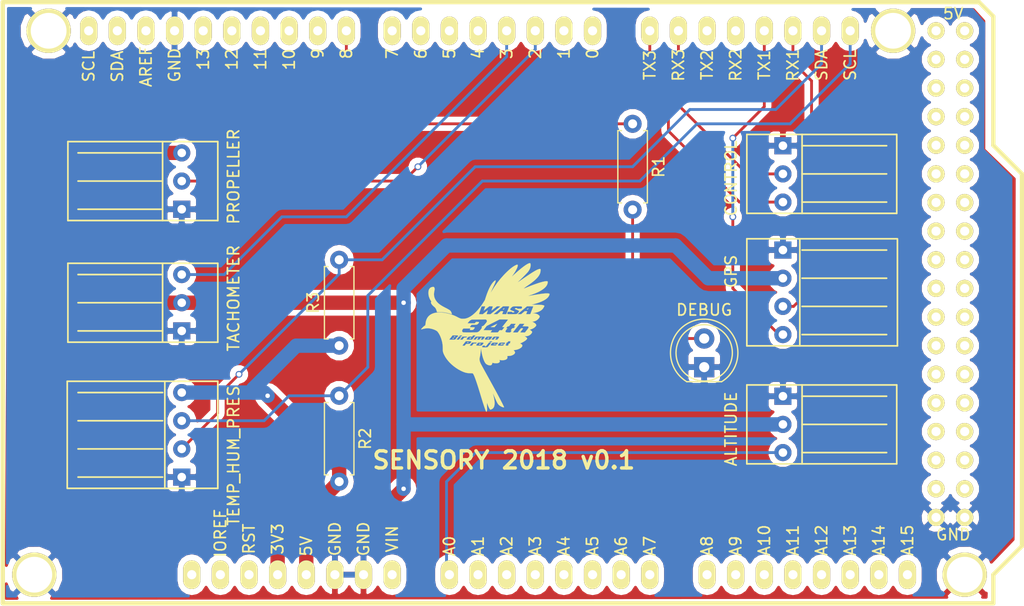
<source format=kicad_pcb>
(kicad_pcb (version 4) (host pcbnew 4.0.4-stable)

  (general
    (links 35)
    (no_connects 0)
    (area 150.68 38.979499 241.944501 93.16)
    (thickness 1.6)
    (drawings 0)
    (tracks 98)
    (zones 0)
    (modules 12)
    (nets 83)
  )

  (page A4)
  (layers
    (0 F.Cu signal)
    (31 B.Cu signal)
    (32 B.Adhes user)
    (33 F.Adhes user)
    (34 B.Paste user)
    (35 F.Paste user)
    (36 B.SilkS user)
    (37 F.SilkS user)
    (38 B.Mask user)
    (39 F.Mask user)
    (40 Dwgs.User user)
    (41 Cmts.User user)
    (42 Eco1.User user)
    (43 Eco2.User user)
    (44 Edge.Cuts user)
    (45 Margin user)
    (46 B.CrtYd user)
    (47 F.CrtYd user)
    (48 B.Fab user)
    (49 F.Fab user)
  )

  (setup
    (last_trace_width 0.25)
    (user_trace_width 0.25)
    (user_trace_width 1.27)
    (trace_clearance 0.2)
    (zone_clearance 0.508)
    (zone_45_only no)
    (trace_min 0.2)
    (segment_width 0.2)
    (edge_width 0.15)
    (via_size 0.6)
    (via_drill 0.4)
    (via_min_size 0.4)
    (via_min_drill 0.3)
    (uvia_size 0.3)
    (uvia_drill 0.1)
    (uvias_allowed no)
    (uvia_min_size 0.2)
    (uvia_min_drill 0.1)
    (pcb_text_width 0.3)
    (pcb_text_size 1.5 1.5)
    (mod_edge_width 0.15)
    (mod_text_size 1 1)
    (mod_text_width 0.15)
    (pad_size 1.524 1.524)
    (pad_drill 0.762)
    (pad_to_mask_clearance 0.2)
    (aux_axis_origin 0 0)
    (visible_elements FFFFFF7F)
    (pcbplotparams
      (layerselection 0x010f0_80000001)
      (usegerberextensions false)
      (excludeedgelayer true)
      (linewidth 0.100000)
      (plotframeref false)
      (viasonmask false)
      (mode 1)
      (useauxorigin false)
      (hpglpennumber 1)
      (hpglpenspeed 20)
      (hpglpendiameter 15)
      (hpglpenoverlay 2)
      (psnegative false)
      (psa4output false)
      (plotreference true)
      (plotvalue true)
      (plotinvisibletext false)
      (padsonsilk false)
      (subtractmaskfromsilk false)
      (outputformat 1)
      (mirror false)
      (drillshape 0)
      (scaleselection 1)
      (outputdirectory ./gerber))
  )

  (net 0 "")
  (net 1 GND)
  (net 2 "Net-(D1-Pad2)")
  (net 3 5V)
  (net 4 TACH)
  (net 5 PROP)
  (net 6 ALTI_SIG)
  (net 7 CONTROL_RX)
  (net 8 CONTROL_TX)
  (net 9 SDA)
  (net 10 SCL)
  (net 11 3V3)
  (net 12 GPS_RX)
  (net 13 GPS_TX)
  (net 14 DEBUG_LED)
  (net 15 "Net-(SHIELD1-PadIORE)")
  (net 16 "Net-(SHIELD1-PadSCL)")
  (net 17 "Net-(SHIELD1-PadSDA)")
  (net 18 "Net-(SHIELD1-Pad16)")
  (net 19 "Net-(SHIELD1-Pad17)")
  (net 20 "Net-(SHIELD1-PadAD15)")
  (net 21 "Net-(SHIELD1-PadAD14)")
  (net 22 "Net-(SHIELD1-PadAD13)")
  (net 23 "Net-(SHIELD1-PadAD12)")
  (net 24 "Net-(SHIELD1-PadAD8)")
  (net 25 "Net-(SHIELD1-PadAD7)")
  (net 26 "Net-(SHIELD1-PadAD6)")
  (net 27 "Net-(SHIELD1-PadAD9)")
  (net 28 "Net-(SHIELD1-PadAD10)")
  (net 29 "Net-(SHIELD1-PadAD11)")
  (net 30 "Net-(SHIELD1-PadAD5)")
  (net 31 "Net-(SHIELD1-PadAD4)")
  (net 32 "Net-(SHIELD1-PadAD3)")
  (net 33 "Net-(SHIELD1-PadAD1)")
  (net 34 "Net-(SHIELD1-PadAD2)")
  (net 35 "Net-(SHIELD1-PadV_IN)")
  (net 36 "Net-(SHIELD1-PadRST)")
  (net 37 "Net-(SHIELD1-Pad0)")
  (net 38 "Net-(SHIELD1-Pad1)")
  (net 39 "Net-(SHIELD1-Pad4)")
  (net 40 "Net-(SHIELD1-Pad5)")
  (net 41 "Net-(SHIELD1-Pad6)")
  (net 42 "Net-(SHIELD1-Pad7)")
  (net 43 "Net-(SHIELD1-Pad9)")
  (net 44 "Net-(SHIELD1-Pad10)")
  (net 45 "Net-(SHIELD1-Pad11)")
  (net 46 "Net-(SHIELD1-Pad12)")
  (net 47 "Net-(SHIELD1-Pad13)")
  (net 48 "Net-(SHIELD1-PadAREF)")
  (net 49 "Net-(SHIELD1-Pad22)")
  (net 50 "Net-(SHIELD1-Pad23)")
  (net 51 "Net-(SHIELD1-Pad24)")
  (net 52 "Net-(SHIELD1-Pad25)")
  (net 53 "Net-(SHIELD1-Pad26)")
  (net 54 "Net-(SHIELD1-Pad27)")
  (net 55 "Net-(SHIELD1-Pad28)")
  (net 56 "Net-(SHIELD1-Pad29)")
  (net 57 "Net-(SHIELD1-Pad5V_4)")
  (net 58 "Net-(SHIELD1-Pad5V_5)")
  (net 59 "Net-(SHIELD1-Pad31)")
  (net 60 "Net-(SHIELD1-Pad30)")
  (net 61 "Net-(SHIELD1-Pad32)")
  (net 62 "Net-(SHIELD1-Pad33)")
  (net 63 "Net-(SHIELD1-Pad34)")
  (net 64 "Net-(SHIELD1-Pad35)")
  (net 65 "Net-(SHIELD1-Pad36)")
  (net 66 "Net-(SHIELD1-Pad37)")
  (net 67 "Net-(SHIELD1-Pad38)")
  (net 68 "Net-(SHIELD1-Pad39)")
  (net 69 "Net-(SHIELD1-Pad40)")
  (net 70 "Net-(SHIELD1-Pad41)")
  (net 71 "Net-(SHIELD1-Pad42)")
  (net 72 "Net-(SHIELD1-Pad43)")
  (net 73 "Net-(SHIELD1-Pad44)")
  (net 74 "Net-(SHIELD1-Pad45)")
  (net 75 "Net-(SHIELD1-Pad46)")
  (net 76 "Net-(SHIELD1-Pad47)")
  (net 77 "Net-(SHIELD1-Pad48)")
  (net 78 "Net-(SHIELD1-Pad49)")
  (net 79 "Net-(SHIELD1-Pad50)")
  (net 80 "Net-(SHIELD1-Pad51)")
  (net 81 "Net-(SHIELD1-Pad52)")
  (net 82 "Net-(SHIELD1-Pad53)")

  (net_class Default "これは標準のネット クラスです。"
    (clearance 0.2)
    (trace_width 0.25)
    (via_dia 0.6)
    (via_drill 0.4)
    (uvia_dia 0.3)
    (uvia_drill 0.1)
    (add_net 3V3)
    (add_net 5V)
    (add_net ALTI_SIG)
    (add_net CONTROL_RX)
    (add_net CONTROL_TX)
    (add_net DEBUG_LED)
    (add_net GND)
    (add_net GPS_RX)
    (add_net GPS_TX)
    (add_net "Net-(D1-Pad2)")
    (add_net "Net-(SHIELD1-Pad0)")
    (add_net "Net-(SHIELD1-Pad1)")
    (add_net "Net-(SHIELD1-Pad10)")
    (add_net "Net-(SHIELD1-Pad11)")
    (add_net "Net-(SHIELD1-Pad12)")
    (add_net "Net-(SHIELD1-Pad13)")
    (add_net "Net-(SHIELD1-Pad16)")
    (add_net "Net-(SHIELD1-Pad17)")
    (add_net "Net-(SHIELD1-Pad22)")
    (add_net "Net-(SHIELD1-Pad23)")
    (add_net "Net-(SHIELD1-Pad24)")
    (add_net "Net-(SHIELD1-Pad25)")
    (add_net "Net-(SHIELD1-Pad26)")
    (add_net "Net-(SHIELD1-Pad27)")
    (add_net "Net-(SHIELD1-Pad28)")
    (add_net "Net-(SHIELD1-Pad29)")
    (add_net "Net-(SHIELD1-Pad30)")
    (add_net "Net-(SHIELD1-Pad31)")
    (add_net "Net-(SHIELD1-Pad32)")
    (add_net "Net-(SHIELD1-Pad33)")
    (add_net "Net-(SHIELD1-Pad34)")
    (add_net "Net-(SHIELD1-Pad35)")
    (add_net "Net-(SHIELD1-Pad36)")
    (add_net "Net-(SHIELD1-Pad37)")
    (add_net "Net-(SHIELD1-Pad38)")
    (add_net "Net-(SHIELD1-Pad39)")
    (add_net "Net-(SHIELD1-Pad4)")
    (add_net "Net-(SHIELD1-Pad40)")
    (add_net "Net-(SHIELD1-Pad41)")
    (add_net "Net-(SHIELD1-Pad42)")
    (add_net "Net-(SHIELD1-Pad43)")
    (add_net "Net-(SHIELD1-Pad44)")
    (add_net "Net-(SHIELD1-Pad45)")
    (add_net "Net-(SHIELD1-Pad46)")
    (add_net "Net-(SHIELD1-Pad47)")
    (add_net "Net-(SHIELD1-Pad48)")
    (add_net "Net-(SHIELD1-Pad49)")
    (add_net "Net-(SHIELD1-Pad5)")
    (add_net "Net-(SHIELD1-Pad50)")
    (add_net "Net-(SHIELD1-Pad51)")
    (add_net "Net-(SHIELD1-Pad52)")
    (add_net "Net-(SHIELD1-Pad53)")
    (add_net "Net-(SHIELD1-Pad5V_4)")
    (add_net "Net-(SHIELD1-Pad5V_5)")
    (add_net "Net-(SHIELD1-Pad6)")
    (add_net "Net-(SHIELD1-Pad7)")
    (add_net "Net-(SHIELD1-Pad9)")
    (add_net "Net-(SHIELD1-PadAD1)")
    (add_net "Net-(SHIELD1-PadAD10)")
    (add_net "Net-(SHIELD1-PadAD11)")
    (add_net "Net-(SHIELD1-PadAD12)")
    (add_net "Net-(SHIELD1-PadAD13)")
    (add_net "Net-(SHIELD1-PadAD14)")
    (add_net "Net-(SHIELD1-PadAD15)")
    (add_net "Net-(SHIELD1-PadAD2)")
    (add_net "Net-(SHIELD1-PadAD3)")
    (add_net "Net-(SHIELD1-PadAD4)")
    (add_net "Net-(SHIELD1-PadAD5)")
    (add_net "Net-(SHIELD1-PadAD6)")
    (add_net "Net-(SHIELD1-PadAD7)")
    (add_net "Net-(SHIELD1-PadAD8)")
    (add_net "Net-(SHIELD1-PadAD9)")
    (add_net "Net-(SHIELD1-PadAREF)")
    (add_net "Net-(SHIELD1-PadIORE)")
    (add_net "Net-(SHIELD1-PadRST)")
    (add_net "Net-(SHIELD1-PadSCL)")
    (add_net "Net-(SHIELD1-PadSDA)")
    (add_net "Net-(SHIELD1-PadV_IN)")
    (add_net PROP)
    (add_net SCL)
    (add_net SDA)
    (add_net TACH)
  )

  (module LEDs:LED_D5.0mm (layer F.Cu) (tedit 5A7A751F) (tstamp 5A7A6BFC)
    (at 213.36 71.755 90)
    (descr "LED, diameter 5.0mm, 2 pins, http://cdn-reichelt.de/documents/datenblatt/A500/LL-504BC2E-009.pdf")
    (tags "LED diameter 5.0mm 2 pins")
    (path /5A79F8EF)
    (fp_text reference DEBUG (at 5.08 0 180) (layer F.SilkS)
      (effects (font (size 1 1) (thickness 0.15)))
    )
    (fp_text value LED (at 1.27 3.96 90) (layer F.Fab)
      (effects (font (size 1 1) (thickness 0.15)))
    )
    (fp_arc (start 1.27 0) (end -1.23 -1.469694) (angle 299.1) (layer F.Fab) (width 0.1))
    (fp_arc (start 1.27 0) (end -1.29 -1.54483) (angle 148.9) (layer F.SilkS) (width 0.12))
    (fp_arc (start 1.27 0) (end -1.29 1.54483) (angle -148.9) (layer F.SilkS) (width 0.12))
    (fp_circle (center 1.27 0) (end 3.77 0) (layer F.Fab) (width 0.1))
    (fp_circle (center 1.27 0) (end 3.77 0) (layer F.SilkS) (width 0.12))
    (fp_line (start -1.23 -1.469694) (end -1.23 1.469694) (layer F.Fab) (width 0.1))
    (fp_line (start -1.29 -1.545) (end -1.29 1.545) (layer F.SilkS) (width 0.12))
    (fp_line (start -1.95 -3.25) (end -1.95 3.25) (layer F.CrtYd) (width 0.05))
    (fp_line (start -1.95 3.25) (end 4.5 3.25) (layer F.CrtYd) (width 0.05))
    (fp_line (start 4.5 3.25) (end 4.5 -3.25) (layer F.CrtYd) (width 0.05))
    (fp_line (start 4.5 -3.25) (end -1.95 -3.25) (layer F.CrtYd) (width 0.05))
    (fp_text user %R (at 1.25 0 90) (layer F.Fab)
      (effects (font (size 0.8 0.8) (thickness 0.2)))
    )
    (pad 1 thru_hole rect (at 0 0 90) (size 1.8 1.8) (drill 0.9) (layers *.Cu *.Mask)
      (net 1 GND))
    (pad 2 thru_hole circle (at 2.54 0 90) (size 1.8 1.8) (drill 0.9) (layers *.Cu *.Mask)
      (net 2 "Net-(D1-Pad2)"))
    (model ${KISYS3DMOD}/LEDs.3dshapes/LED_D5.0mm.wrl
      (at (xyz 0 0 0))
      (scale (xyz 0.393701 0.393701 0.393701))
      (rotate (xyz 0 0 0))
    )
  )

  (module footprints:Molex-5046-P2.50mm-0x03 (layer F.Cu) (tedit 5A7A7435) (tstamp 5A7A6C03)
    (at 167.005 66.04 90)
    (path /5A79E74B)
    (fp_text reference TACHOMETER (at 0.4 4.6 90) (layer F.SilkS)
      (effects (font (size 1 1) (thickness 0.15)))
    )
    (fp_text value TACHOMETER (at -0.1 6.4 90) (layer F.Fab)
      (effects (font (size 1 1) (thickness 0.15)))
    )
    (fp_line (start 2.5 -1.7) (end 2.5 -9.2) (layer F.SilkS) (width 0.15))
    (fp_line (start 0 -1.7) (end 0 -9.2) (layer F.SilkS) (width 0.15))
    (fp_line (start -2.5 -1.7) (end -2.5 -9.2) (layer F.SilkS) (width 0.15))
    (fp_line (start -3.5 -1.7) (end 3.5 -1.7) (layer F.SilkS) (width 0.15))
    (fp_line (start -3.5 -10.1) (end 3.5 -10.1) (layer F.SilkS) (width 0.15))
    (fp_line (start 3.5 3.2) (end 3.5 -10.1) (layer F.SilkS) (width 0.15))
    (fp_line (start -3.5 3.2) (end -3.5 -10.1) (layer F.SilkS) (width 0.15))
    (fp_line (start -3.5 3.2) (end 3.5 3.2) (layer F.SilkS) (width 0.15))
    (pad 2 thru_hole circle (at 0 0 90) (size 1.524 1.524) (drill 0.762) (layers *.Cu *.Mask)
      (net 3 5V))
    (pad 3 thru_hole circle (at 2.5 0 90) (size 1.524 1.524) (drill 0.762) (layers *.Cu *.Mask)
      (net 4 TACH))
    (pad 1 thru_hole rect (at -2.5 0 90) (size 1.524 1.524) (drill 0.762) (layers *.Cu *.Mask)
      (net 1 GND))
  )

  (module footprints:Molex-5046-P2.50mm-0x03 (layer F.Cu) (tedit 5A7A7427) (tstamp 5A7A6C0A)
    (at 167.005 55.245 90)
    (path /5A79E72D)
    (fp_text reference PROPELLER (at 0.4 4.6 90) (layer F.SilkS)
      (effects (font (size 1 1) (thickness 0.15)))
    )
    (fp_text value PROPELLER (at -0.1 6.4 90) (layer F.Fab)
      (effects (font (size 1 1) (thickness 0.15)))
    )
    (fp_line (start 2.5 -1.7) (end 2.5 -9.2) (layer F.SilkS) (width 0.15))
    (fp_line (start 0 -1.7) (end 0 -9.2) (layer F.SilkS) (width 0.15))
    (fp_line (start -2.5 -1.7) (end -2.5 -9.2) (layer F.SilkS) (width 0.15))
    (fp_line (start -3.5 -1.7) (end 3.5 -1.7) (layer F.SilkS) (width 0.15))
    (fp_line (start -3.5 -10.1) (end 3.5 -10.1) (layer F.SilkS) (width 0.15))
    (fp_line (start 3.5 3.2) (end 3.5 -10.1) (layer F.SilkS) (width 0.15))
    (fp_line (start -3.5 3.2) (end -3.5 -10.1) (layer F.SilkS) (width 0.15))
    (fp_line (start -3.5 3.2) (end 3.5 3.2) (layer F.SilkS) (width 0.15))
    (pad 2 thru_hole circle (at 0 0 90) (size 1.524 1.524) (drill 0.762) (layers *.Cu *.Mask)
      (net 5 PROP))
    (pad 3 thru_hole circle (at 2.5 0 90) (size 1.524 1.524) (drill 0.762) (layers *.Cu *.Mask)
      (net 3 5V))
    (pad 1 thru_hole rect (at -2.5 0 90) (size 1.524 1.524) (drill 0.762) (layers *.Cu *.Mask)
      (net 1 GND))
  )

  (module footprints:Molex-5046-P2.50mm-0x03 (layer F.Cu) (tedit 5A7A7460) (tstamp 5A7A6C11)
    (at 220.345 76.835 270)
    (path /5A79E70E)
    (fp_text reference ALTITUDE (at 0.4 4.6 270) (layer F.SilkS)
      (effects (font (size 1 1) (thickness 0.15)))
    )
    (fp_text value ALTITUDE (at -0.1 6.4 270) (layer F.Fab)
      (effects (font (size 1 1) (thickness 0.15)))
    )
    (fp_line (start 2.5 -1.7) (end 2.5 -9.2) (layer F.SilkS) (width 0.15))
    (fp_line (start 0 -1.7) (end 0 -9.2) (layer F.SilkS) (width 0.15))
    (fp_line (start -2.5 -1.7) (end -2.5 -9.2) (layer F.SilkS) (width 0.15))
    (fp_line (start -3.5 -1.7) (end 3.5 -1.7) (layer F.SilkS) (width 0.15))
    (fp_line (start -3.5 -10.1) (end 3.5 -10.1) (layer F.SilkS) (width 0.15))
    (fp_line (start 3.5 3.2) (end 3.5 -10.1) (layer F.SilkS) (width 0.15))
    (fp_line (start -3.5 3.2) (end -3.5 -10.1) (layer F.SilkS) (width 0.15))
    (fp_line (start -3.5 3.2) (end 3.5 3.2) (layer F.SilkS) (width 0.15))
    (pad 2 thru_hole circle (at 0 0 270) (size 1.524 1.524) (drill 0.762) (layers *.Cu *.Mask)
      (net 3 5V))
    (pad 3 thru_hole circle (at 2.5 0 270) (size 1.524 1.524) (drill 0.762) (layers *.Cu *.Mask)
      (net 6 ALTI_SIG))
    (pad 1 thru_hole rect (at -2.5 0 270) (size 1.524 1.524) (drill 0.762) (layers *.Cu *.Mask)
      (net 1 GND))
  )

  (module footprints:Molex-5046-P2.50mm-0x03 (layer F.Cu) (tedit 5A7A7453) (tstamp 5A7A6C18)
    (at 220.345 54.61 270)
    (path /5A79DF7F)
    (fp_text reference CONTROL (at 0.4 4.6 270) (layer F.SilkS)
      (effects (font (size 1 1) (thickness 0.15)))
    )
    (fp_text value CONTROL (at -0.1 6.4 270) (layer F.Fab)
      (effects (font (size 1 1) (thickness 0.15)))
    )
    (fp_line (start 2.5 -1.7) (end 2.5 -9.2) (layer F.SilkS) (width 0.15))
    (fp_line (start 0 -1.7) (end 0 -9.2) (layer F.SilkS) (width 0.15))
    (fp_line (start -2.5 -1.7) (end -2.5 -9.2) (layer F.SilkS) (width 0.15))
    (fp_line (start -3.5 -1.7) (end 3.5 -1.7) (layer F.SilkS) (width 0.15))
    (fp_line (start -3.5 -10.1) (end 3.5 -10.1) (layer F.SilkS) (width 0.15))
    (fp_line (start 3.5 3.2) (end 3.5 -10.1) (layer F.SilkS) (width 0.15))
    (fp_line (start -3.5 3.2) (end -3.5 -10.1) (layer F.SilkS) (width 0.15))
    (fp_line (start -3.5 3.2) (end 3.5 3.2) (layer F.SilkS) (width 0.15))
    (pad 2 thru_hole circle (at 0 0 270) (size 1.524 1.524) (drill 0.762) (layers *.Cu *.Mask)
      (net 7 CONTROL_RX))
    (pad 3 thru_hole circle (at 2.5 0 270) (size 1.524 1.524) (drill 0.762) (layers *.Cu *.Mask)
      (net 8 CONTROL_TX))
    (pad 1 thru_hole rect (at -2.5 0 270) (size 1.524 1.524) (drill 0.762) (layers *.Cu *.Mask)
      (net 1 GND))
  )

  (module footprints:Molex-5046-P2.50mm-0x04 (layer F.Cu) (tedit 5A7A7443) (tstamp 5A7A6C29)
    (at 167.005 80.01 90)
    (path /5A7A03DE)
    (fp_text reference TEMP_HUM_PRES (at 0.4 4.6 90) (layer F.SilkS)
      (effects (font (size 1 1) (thickness 0.15)))
    )
    (fp_text value TEMP_HUM_PRES (at -0.1 6.4 90) (layer F.Fab)
      (effects (font (size 1 1) (thickness 0.15)))
    )
    (fp_line (start -2.5 -1.5) (end 7 -1.5) (layer F.SilkS) (width 0.15))
    (fp_line (start 6 -9.2) (end 6 -1.7) (layer F.SilkS) (width 0.15))
    (fp_line (start 3.5 -1.7) (end 3.5 -9.2) (layer F.SilkS) (width 0.15))
    (fp_line (start -2.5 -10.16) (end 7 -10.16) (layer F.SilkS) (width 0.15))
    (fp_line (start 7 -10.16) (end 7 3.2) (layer F.SilkS) (width 0.15))
    (fp_line (start -2.5 3.2) (end 7 3.2) (layer F.SilkS) (width 0.15))
    (fp_line (start 1 -1.7) (end 1 -9.2) (layer F.SilkS) (width 0.15))
    (fp_line (start -1.5 -1.7) (end -1.5 -9.2) (layer F.SilkS) (width 0.15))
    (fp_line (start -2.5 3.2) (end -2.5 -10.1) (layer F.SilkS) (width 0.15))
    (pad 2 thru_hole circle (at 1 0 90) (size 1.524 1.524) (drill 0.762) (layers *.Cu *.Mask)
      (net 9 SDA))
    (pad 1 thru_hole rect (at -1.5 0 90) (size 1.524 1.524) (drill 0.762) (layers *.Cu *.Mask)
      (net 1 GND))
    (pad 3 thru_hole circle (at 3.5 0 90) (size 1.524 1.524) (drill 0.762) (layers *.Cu *.Mask)
      (net 10 SCL))
    (pad 4 thru_hole circle (at 6 0 90) (size 1.524 1.524) (drill 0.762) (layers *.Cu *.Mask)
      (net 11 3V3))
  )

  (module footprints:Molex-5046-P2.50mm-0x04 (layer F.Cu) (tedit 5A7A7458) (tstamp 5A7A6C3A)
    (at 220.345 62.865 270)
    (path /5A7A14EE)
    (fp_text reference GPS (at 0.4 4.6 270) (layer F.SilkS)
      (effects (font (size 1 1) (thickness 0.15)))
    )
    (fp_text value GPS_MOUSE (at -0.1 6.4 270) (layer F.Fab)
      (effects (font (size 1 1) (thickness 0.15)))
    )
    (fp_line (start -2.5 -1.5) (end 7 -1.5) (layer F.SilkS) (width 0.15))
    (fp_line (start 6 -9.2) (end 6 -1.7) (layer F.SilkS) (width 0.15))
    (fp_line (start 3.5 -1.7) (end 3.5 -9.2) (layer F.SilkS) (width 0.15))
    (fp_line (start -2.5 -10.16) (end 7 -10.16) (layer F.SilkS) (width 0.15))
    (fp_line (start 7 -10.16) (end 7 3.2) (layer F.SilkS) (width 0.15))
    (fp_line (start -2.5 3.2) (end 7 3.2) (layer F.SilkS) (width 0.15))
    (fp_line (start 1 -1.7) (end 1 -9.2) (layer F.SilkS) (width 0.15))
    (fp_line (start -1.5 -1.7) (end -1.5 -9.2) (layer F.SilkS) (width 0.15))
    (fp_line (start -2.5 3.2) (end -2.5 -10.1) (layer F.SilkS) (width 0.15))
    (pad 2 thru_hole circle (at 1 0 270) (size 1.524 1.524) (drill 0.762) (layers *.Cu *.Mask)
      (net 3 5V))
    (pad 1 thru_hole rect (at -1.5 0 270) (size 1.524 1.524) (drill 0.762) (layers *.Cu *.Mask)
      (net 1 GND))
    (pad 3 thru_hole circle (at 3.5 0 270) (size 1.524 1.524) (drill 0.762) (layers *.Cu *.Mask)
      (net 12 GPS_RX))
    (pad 4 thru_hole circle (at 6 0 270) (size 1.524 1.524) (drill 0.762) (layers *.Cu *.Mask)
      (net 13 GPS_TX))
  )

  (module Resistors_THT:R_Axial_DIN0207_L6.3mm_D2.5mm_P7.62mm_Horizontal (layer F.Cu) (tedit 5874F706) (tstamp 5A7A6C40)
    (at 207.01 50.165 270)
    (descr "Resistor, Axial_DIN0207 series, Axial, Horizontal, pin pitch=7.62mm, 0.25W = 1/4W, length*diameter=6.3*2.5mm^2, http://cdn-reichelt.de/documents/datenblatt/B400/1_4W%23YAG.pdf")
    (tags "Resistor Axial_DIN0207 series Axial Horizontal pin pitch 7.62mm 0.25W = 1/4W length 6.3mm diameter 2.5mm")
    (path /5A79FBD3)
    (fp_text reference R1 (at 3.81 -2.31 270) (layer F.SilkS)
      (effects (font (size 1 1) (thickness 0.15)))
    )
    (fp_text value 1K (at 3.81 2.31 270) (layer F.Fab)
      (effects (font (size 1 1) (thickness 0.15)))
    )
    (fp_line (start 0.66 -1.25) (end 0.66 1.25) (layer F.Fab) (width 0.1))
    (fp_line (start 0.66 1.25) (end 6.96 1.25) (layer F.Fab) (width 0.1))
    (fp_line (start 6.96 1.25) (end 6.96 -1.25) (layer F.Fab) (width 0.1))
    (fp_line (start 6.96 -1.25) (end 0.66 -1.25) (layer F.Fab) (width 0.1))
    (fp_line (start 0 0) (end 0.66 0) (layer F.Fab) (width 0.1))
    (fp_line (start 7.62 0) (end 6.96 0) (layer F.Fab) (width 0.1))
    (fp_line (start 0.6 -0.98) (end 0.6 -1.31) (layer F.SilkS) (width 0.12))
    (fp_line (start 0.6 -1.31) (end 7.02 -1.31) (layer F.SilkS) (width 0.12))
    (fp_line (start 7.02 -1.31) (end 7.02 -0.98) (layer F.SilkS) (width 0.12))
    (fp_line (start 0.6 0.98) (end 0.6 1.31) (layer F.SilkS) (width 0.12))
    (fp_line (start 0.6 1.31) (end 7.02 1.31) (layer F.SilkS) (width 0.12))
    (fp_line (start 7.02 1.31) (end 7.02 0.98) (layer F.SilkS) (width 0.12))
    (fp_line (start -1.05 -1.6) (end -1.05 1.6) (layer F.CrtYd) (width 0.05))
    (fp_line (start -1.05 1.6) (end 8.7 1.6) (layer F.CrtYd) (width 0.05))
    (fp_line (start 8.7 1.6) (end 8.7 -1.6) (layer F.CrtYd) (width 0.05))
    (fp_line (start 8.7 -1.6) (end -1.05 -1.6) (layer F.CrtYd) (width 0.05))
    (pad 1 thru_hole circle (at 0 0 270) (size 1.6 1.6) (drill 0.8) (layers *.Cu *.Mask)
      (net 14 DEBUG_LED))
    (pad 2 thru_hole oval (at 7.62 0 270) (size 1.6 1.6) (drill 0.8) (layers *.Cu *.Mask)
      (net 2 "Net-(D1-Pad2)"))
    (model ${KISYS3DMOD}/Resistors_THT.3dshapes/R_Axial_DIN0207_L6.3mm_D2.5mm_P7.62mm_Horizontal.wrl
      (at (xyz 0 0 0))
      (scale (xyz 0.393701 0.393701 0.393701))
      (rotate (xyz 0 0 0))
    )
  )

  (module Resistors_THT:R_Axial_DIN0207_L6.3mm_D2.5mm_P7.62mm_Horizontal (layer F.Cu) (tedit 5874F706) (tstamp 5A7A6C46)
    (at 180.975 74.295 270)
    (descr "Resistor, Axial_DIN0207 series, Axial, Horizontal, pin pitch=7.62mm, 0.25W = 1/4W, length*diameter=6.3*2.5mm^2, http://cdn-reichelt.de/documents/datenblatt/B400/1_4W%23YAG.pdf")
    (tags "Resistor Axial_DIN0207 series Axial Horizontal pin pitch 7.62mm 0.25W = 1/4W length 6.3mm diameter 2.5mm")
    (path /5A7A0A8D)
    (fp_text reference R2 (at 3.81 -2.31 270) (layer F.SilkS)
      (effects (font (size 1 1) (thickness 0.15)))
    )
    (fp_text value 10K (at 3.81 2.31 270) (layer F.Fab)
      (effects (font (size 1 1) (thickness 0.15)))
    )
    (fp_line (start 0.66 -1.25) (end 0.66 1.25) (layer F.Fab) (width 0.1))
    (fp_line (start 0.66 1.25) (end 6.96 1.25) (layer F.Fab) (width 0.1))
    (fp_line (start 6.96 1.25) (end 6.96 -1.25) (layer F.Fab) (width 0.1))
    (fp_line (start 6.96 -1.25) (end 0.66 -1.25) (layer F.Fab) (width 0.1))
    (fp_line (start 0 0) (end 0.66 0) (layer F.Fab) (width 0.1))
    (fp_line (start 7.62 0) (end 6.96 0) (layer F.Fab) (width 0.1))
    (fp_line (start 0.6 -0.98) (end 0.6 -1.31) (layer F.SilkS) (width 0.12))
    (fp_line (start 0.6 -1.31) (end 7.02 -1.31) (layer F.SilkS) (width 0.12))
    (fp_line (start 7.02 -1.31) (end 7.02 -0.98) (layer F.SilkS) (width 0.12))
    (fp_line (start 0.6 0.98) (end 0.6 1.31) (layer F.SilkS) (width 0.12))
    (fp_line (start 0.6 1.31) (end 7.02 1.31) (layer F.SilkS) (width 0.12))
    (fp_line (start 7.02 1.31) (end 7.02 0.98) (layer F.SilkS) (width 0.12))
    (fp_line (start -1.05 -1.6) (end -1.05 1.6) (layer F.CrtYd) (width 0.05))
    (fp_line (start -1.05 1.6) (end 8.7 1.6) (layer F.CrtYd) (width 0.05))
    (fp_line (start 8.7 1.6) (end 8.7 -1.6) (layer F.CrtYd) (width 0.05))
    (fp_line (start 8.7 -1.6) (end -1.05 -1.6) (layer F.CrtYd) (width 0.05))
    (pad 1 thru_hole circle (at 0 0 270) (size 1.6 1.6) (drill 0.8) (layers *.Cu *.Mask)
      (net 10 SCL))
    (pad 2 thru_hole oval (at 7.62 0 270) (size 1.6 1.6) (drill 0.8) (layers *.Cu *.Mask)
      (net 11 3V3))
    (model ${KISYS3DMOD}/Resistors_THT.3dshapes/R_Axial_DIN0207_L6.3mm_D2.5mm_P7.62mm_Horizontal.wrl
      (at (xyz 0 0 0))
      (scale (xyz 0.393701 0.393701 0.393701))
      (rotate (xyz 0 0 0))
    )
  )

  (module Resistors_THT:R_Axial_DIN0207_L6.3mm_D2.5mm_P7.62mm_Horizontal (layer F.Cu) (tedit 5874F706) (tstamp 5A7A6C4C)
    (at 180.975 69.85 90)
    (descr "Resistor, Axial_DIN0207 series, Axial, Horizontal, pin pitch=7.62mm, 0.25W = 1/4W, length*diameter=6.3*2.5mm^2, http://cdn-reichelt.de/documents/datenblatt/B400/1_4W%23YAG.pdf")
    (tags "Resistor Axial_DIN0207 series Axial Horizontal pin pitch 7.62mm 0.25W = 1/4W length 6.3mm diameter 2.5mm")
    (path /5A7A09DF)
    (fp_text reference R3 (at 3.81 -2.31 90) (layer F.SilkS)
      (effects (font (size 1 1) (thickness 0.15)))
    )
    (fp_text value 10K (at 3.81 2.31 90) (layer F.Fab)
      (effects (font (size 1 1) (thickness 0.15)))
    )
    (fp_line (start 0.66 -1.25) (end 0.66 1.25) (layer F.Fab) (width 0.1))
    (fp_line (start 0.66 1.25) (end 6.96 1.25) (layer F.Fab) (width 0.1))
    (fp_line (start 6.96 1.25) (end 6.96 -1.25) (layer F.Fab) (width 0.1))
    (fp_line (start 6.96 -1.25) (end 0.66 -1.25) (layer F.Fab) (width 0.1))
    (fp_line (start 0 0) (end 0.66 0) (layer F.Fab) (width 0.1))
    (fp_line (start 7.62 0) (end 6.96 0) (layer F.Fab) (width 0.1))
    (fp_line (start 0.6 -0.98) (end 0.6 -1.31) (layer F.SilkS) (width 0.12))
    (fp_line (start 0.6 -1.31) (end 7.02 -1.31) (layer F.SilkS) (width 0.12))
    (fp_line (start 7.02 -1.31) (end 7.02 -0.98) (layer F.SilkS) (width 0.12))
    (fp_line (start 0.6 0.98) (end 0.6 1.31) (layer F.SilkS) (width 0.12))
    (fp_line (start 0.6 1.31) (end 7.02 1.31) (layer F.SilkS) (width 0.12))
    (fp_line (start 7.02 1.31) (end 7.02 0.98) (layer F.SilkS) (width 0.12))
    (fp_line (start -1.05 -1.6) (end -1.05 1.6) (layer F.CrtYd) (width 0.05))
    (fp_line (start -1.05 1.6) (end 8.7 1.6) (layer F.CrtYd) (width 0.05))
    (fp_line (start 8.7 1.6) (end 8.7 -1.6) (layer F.CrtYd) (width 0.05))
    (fp_line (start 8.7 -1.6) (end -1.05 -1.6) (layer F.CrtYd) (width 0.05))
    (pad 1 thru_hole circle (at 0 0 90) (size 1.6 1.6) (drill 0.8) (layers *.Cu *.Mask)
      (net 11 3V3))
    (pad 2 thru_hole oval (at 7.62 0 90) (size 1.6 1.6) (drill 0.8) (layers *.Cu *.Mask)
      (net 9 SDA))
    (model ${KISYS3DMOD}/Resistors_THT.3dshapes/R_Axial_DIN0207_L6.3mm_D2.5mm_P7.62mm_Horizontal.wrl
      (at (xyz 0 0 0))
      (scale (xyz 0.393701 0.393701 0.393701))
      (rotate (xyz 0 0 0))
    )
  )

  (module footprints:ARDUINO_MEGA_SHIELD_R3_94.49x53.34 (layer F.Cu) (tedit 5A7A7513) (tstamp 5A7A6CAA)
    (at 151.13 92.71)
    (path /5A79D7A3)
    (fp_text reference "SENSORY 2018 v0.1" (at 44.45 -12.7) (layer F.SilkS)
      (effects (font (thickness 0.3048)))
    )
    (fp_text value ARDUINO_MEGA_SHIELD (at 38.608 -28.448) (layer F.SilkS) hide
      (effects (font (thickness 0.3048)))
    )
    (fp_text user IOREF (at 19.304 -6.223 90) (layer F.SilkS)
      (effects (font (size 1 1) (thickness 0.15)))
    )
    (fp_text user SCL (at 7.62 -47.625 90) (layer F.SilkS)
      (effects (font (size 1 1) (thickness 0.15)))
    )
    (fp_text user SDA (at 10.16 -47.625 90) (layer F.SilkS)
      (effects (font (size 1 1) (thickness 0.15)))
    )
    (fp_text user GND (at 84.328 -6.096) (layer F.SilkS)
      (effects (font (size 1 1) (thickness 0.15)))
    )
    (fp_text user 5V (at 84.328 -52.324) (layer F.SilkS)
      (effects (font (size 1 1) (thickness 0.15)))
    )
    (fp_text user SCL (at 75.184 -47.752 90) (layer F.SilkS)
      (effects (font (size 1 1) (thickness 0.15)))
    )
    (fp_text user SDA (at 72.644 -47.752 90) (layer F.SilkS)
      (effects (font (size 1 1) (thickness 0.15)))
    )
    (fp_text user RX1 (at 70.104 -47.752 90) (layer F.SilkS)
      (effects (font (size 1 1) (thickness 0.15)))
    )
    (fp_text user TX1 (at 67.564 -47.752 90) (layer F.SilkS)
      (effects (font (size 1 1) (thickness 0.15)))
    )
    (fp_text user RX2 (at 65.024 -47.752 90) (layer F.SilkS)
      (effects (font (size 1 1) (thickness 0.15)))
    )
    (fp_text user TX2 (at 62.484 -47.752 90) (layer F.SilkS)
      (effects (font (size 1 1) (thickness 0.15)))
    )
    (fp_text user RX3 (at 59.944 -47.752 90) (layer F.SilkS)
      (effects (font (size 1 1) (thickness 0.15)))
    )
    (fp_text user TX3 (at 57.404 -47.752 90) (layer F.SilkS)
      (effects (font (size 1 1) (thickness 0.15)))
    )
    (fp_text user 0 (at 52.324 -48.768 90) (layer F.SilkS)
      (effects (font (size 1 1) (thickness 0.15)))
    )
    (fp_text user 1 (at 49.784 -48.768 90) (layer F.SilkS)
      (effects (font (size 1 1) (thickness 0.15)))
    )
    (fp_text user 2 (at 47.244 -48.768 90) (layer F.SilkS)
      (effects (font (size 1 1) (thickness 0.15)))
    )
    (fp_text user 3 (at 44.704 -48.768 90) (layer F.SilkS)
      (effects (font (size 1 1) (thickness 0.15)))
    )
    (fp_text user 4 (at 42.164 -48.768 90) (layer F.SilkS)
      (effects (font (size 1 1) (thickness 0.15)))
    )
    (fp_text user 5 (at 39.624 -48.768 90) (layer F.SilkS)
      (effects (font (size 1 1) (thickness 0.15)))
    )
    (fp_text user 6 (at 37.084 -48.768 90) (layer F.SilkS)
      (effects (font (size 1 1) (thickness 0.15)))
    )
    (fp_text user 7 (at 34.544 -48.768 90) (layer F.SilkS)
      (effects (font (size 1 1) (thickness 0.15)))
    )
    (fp_text user 8 (at 30.48 -48.768 90) (layer F.SilkS)
      (effects (font (size 1 1) (thickness 0.15)))
    )
    (fp_text user 9 (at 27.94 -48.768 90) (layer F.SilkS)
      (effects (font (size 1 1) (thickness 0.15)))
    )
    (fp_text user 10 (at 25.4 -48.26 90) (layer F.SilkS)
      (effects (font (size 1 1) (thickness 0.15)))
    )
    (fp_text user 11 (at 22.86 -48.26 90) (layer F.SilkS)
      (effects (font (size 1 1) (thickness 0.15)))
    )
    (fp_text user 12 (at 20.32 -48.26 90) (layer F.SilkS)
      (effects (font (size 1 1) (thickness 0.15)))
    )
    (fp_text user 13 (at 17.78 -48.26 90) (layer F.SilkS)
      (effects (font (size 1 1) (thickness 0.15)))
    )
    (fp_text user GND (at 15.24 -47.752 90) (layer F.SilkS)
      (effects (font (size 1 1) (thickness 0.15)))
    )
    (fp_text user AREF (at 12.7 -47.625 90) (layer F.SilkS)
      (effects (font (size 1 1) (thickness 0.15)))
    )
    (fp_text user A15 (at 80.264 -5.588 90) (layer F.SilkS)
      (effects (font (size 1 1) (thickness 0.15)))
    )
    (fp_text user A14 (at 77.724 -5.588 90) (layer F.SilkS)
      (effects (font (size 1 1) (thickness 0.15)))
    )
    (fp_text user A13 (at 75.184 -5.588 90) (layer F.SilkS)
      (effects (font (size 1 1) (thickness 0.15)))
    )
    (fp_text user A12 (at 72.644 -5.588 90) (layer F.SilkS)
      (effects (font (size 1 1) (thickness 0.15)))
    )
    (fp_text user A11 (at 70.104 -5.588 90) (layer F.SilkS)
      (effects (font (size 1 1) (thickness 0.15)))
    )
    (fp_text user A10 (at 67.564 -5.588 90) (layer F.SilkS)
      (effects (font (size 1 1) (thickness 0.15)))
    )
    (fp_text user A9 (at 65.024 -5.08 90) (layer F.SilkS)
      (effects (font (size 1 1) (thickness 0.15)))
    )
    (fp_text user A8 (at 62.484 -5.08 90) (layer F.SilkS)
      (effects (font (size 1 1) (thickness 0.15)))
    )
    (fp_text user A7 (at 57.404 -5.08 90) (layer F.SilkS)
      (effects (font (size 1 1) (thickness 0.15)))
    )
    (fp_text user A6 (at 54.864 -5.08 90) (layer F.SilkS)
      (effects (font (size 1 1) (thickness 0.15)))
    )
    (fp_text user A5 (at 52.324 -5.08 90) (layer F.SilkS)
      (effects (font (size 1 1) (thickness 0.15)))
    )
    (fp_text user A4 (at 49.784 -5.08 90) (layer F.SilkS)
      (effects (font (size 1 1) (thickness 0.15)))
    )
    (fp_text user A3 (at 47.244 -5.08 90) (layer F.SilkS)
      (effects (font (size 1 1) (thickness 0.15)))
    )
    (fp_text user A2 (at 44.704 -5.08 90) (layer F.SilkS)
      (effects (font (size 1 1) (thickness 0.15)))
    )
    (fp_text user A1 (at 42.164 -5.08 90) (layer F.SilkS)
      (effects (font (size 1 1) (thickness 0.15)))
    )
    (fp_text user A0 (at 39.624 -5.08 90) (layer F.SilkS)
      (effects (font (size 1 1) (thickness 0.15)))
    )
    (fp_text user VIN (at 34.544 -5.715 90) (layer F.SilkS)
      (effects (font (size 1 1) (thickness 0.15)))
    )
    (fp_text user GND (at 32.004 -5.715 90) (layer F.SilkS)
      (effects (font (size 1 1) (thickness 0.15)))
    )
    (fp_text user GND (at 29.464 -5.715 90) (layer F.SilkS)
      (effects (font (size 1 1) (thickness 0.15)))
    )
    (fp_text user 5V (at 26.924 -5.08 90) (layer F.SilkS)
      (effects (font (size 1 1) (thickness 0.15)))
    )
    (fp_text user 3V3 (at 24.384 -5.715 90) (layer F.SilkS)
      (effects (font (size 1 1) (thickness 0.15)))
    )
    (fp_text user RST (at 21.844 -5.715 90) (layer F.SilkS)
      (effects (font (size 1 1) (thickness 0.15)))
    )
    (fp_line (start 87.884 0) (end 0 0) (layer F.SilkS) (width 0.381))
    (fp_line (start 86.614 -53.34) (end 0 -53.34) (layer F.SilkS) (width 0.381))
    (fp_line (start 87.884 -40.64) (end 87.884 -52.07) (layer F.SilkS) (width 0.381))
    (fp_line (start 87.884 -52.07) (end 86.614 -53.34) (layer F.SilkS) (width 0.381))
    (fp_line (start 0 0) (end 0 -53.34) (layer F.SilkS) (width 0.381))
    (fp_line (start 87.884 -40.64) (end 90.424 -38.1) (layer F.SilkS) (width 0.381))
    (fp_line (start 90.424 -38.1) (end 90.424 -5.08) (layer F.SilkS) (width 0.381))
    (fp_line (start 90.424 -5.08) (end 87.884 -2.54) (layer F.SilkS) (width 0.381))
    (fp_line (start 87.884 -2.54) (end 87.884 0) (layer F.SilkS) (width 0.381))
    (pad NULL thru_hole oval (at 16.764 -2.54 90) (size 2.54 1.524) (drill 0.8128) (layers *.Cu *.Mask F.SilkS))
    (pad IORE thru_hole oval (at 19.304 -2.54 90) (size 2.54 1.524) (drill 0.8128) (layers *.Cu *.Mask F.SilkS)
      (net 15 "Net-(SHIELD1-PadIORE)"))
    (pad SCL thru_hole oval (at 7.62 -50.8 90) (size 2.54 1.524) (drill 0.8128) (layers *.Cu *.Mask F.SilkS)
      (net 16 "Net-(SHIELD1-PadSCL)"))
    (pad SDA thru_hole oval (at 10.16 -50.8 90) (size 2.54 1.524) (drill 0.8128) (layers *.Cu *.Mask F.SilkS)
      (net 17 "Net-(SHIELD1-PadSDA)"))
    (pad 14 thru_hole oval (at 57.404 -50.8 90) (size 2.54 1.524) (drill 0.8128) (layers *.Cu *.Mask F.SilkS)
      (net 8 CONTROL_TX))
    (pad 15 thru_hole oval (at 59.944 -50.8 90) (size 2.54 1.524) (drill 0.8128) (layers *.Cu *.Mask F.SilkS)
      (net 7 CONTROL_RX))
    (pad 16 thru_hole oval (at 62.484 -50.8 90) (size 2.54 1.524) (drill 0.8128) (layers *.Cu *.Mask F.SilkS)
      (net 18 "Net-(SHIELD1-Pad16)"))
    (pad 17 thru_hole oval (at 65.024 -50.8 90) (size 2.54 1.524) (drill 0.8128) (layers *.Cu *.Mask F.SilkS)
      (net 19 "Net-(SHIELD1-Pad17)"))
    (pad 18 thru_hole oval (at 67.564 -50.8 90) (size 2.54 1.524) (drill 0.8128) (layers *.Cu *.Mask F.SilkS)
      (net 13 GPS_TX))
    (pad 19 thru_hole oval (at 70.104 -50.8 90) (size 2.54 1.524) (drill 0.8128) (layers *.Cu *.Mask F.SilkS)
      (net 12 GPS_RX))
    (pad 20 thru_hole oval (at 72.644 -50.8 90) (size 2.54 1.524) (drill 0.8128) (layers *.Cu *.Mask F.SilkS)
      (net 9 SDA))
    (pad 21 thru_hole oval (at 75.184 -50.8 90) (size 2.54 1.524) (drill 0.8128) (layers *.Cu *.Mask F.SilkS)
      (net 10 SCL))
    (pad AD15 thru_hole oval (at 80.264 -2.54 90) (size 2.54 1.524) (drill 0.8128) (layers *.Cu *.Mask F.SilkS)
      (net 20 "Net-(SHIELD1-PadAD15)"))
    (pad AD14 thru_hole oval (at 77.724 -2.54 90) (size 2.54 1.524) (drill 0.8128) (layers *.Cu *.Mask F.SilkS)
      (net 21 "Net-(SHIELD1-PadAD14)"))
    (pad AD13 thru_hole oval (at 75.184 -2.54 90) (size 2.54 1.524) (drill 0.8128) (layers *.Cu *.Mask F.SilkS)
      (net 22 "Net-(SHIELD1-PadAD13)"))
    (pad AD12 thru_hole oval (at 72.644 -2.54 90) (size 2.54 1.524) (drill 0.8128) (layers *.Cu *.Mask F.SilkS)
      (net 23 "Net-(SHIELD1-PadAD12)"))
    (pad AD8 thru_hole oval (at 62.484 -2.54 90) (size 2.54 1.524) (drill 0.8128) (layers *.Cu *.Mask F.SilkS)
      (net 24 "Net-(SHIELD1-PadAD8)"))
    (pad AD7 thru_hole oval (at 57.404 -2.54 90) (size 2.54 1.524) (drill 0.8128) (layers *.Cu *.Mask F.SilkS)
      (net 25 "Net-(SHIELD1-PadAD7)"))
    (pad AD6 thru_hole oval (at 54.864 -2.54 90) (size 2.54 1.524) (drill 0.8128) (layers *.Cu *.Mask F.SilkS)
      (net 26 "Net-(SHIELD1-PadAD6)"))
    (pad AD9 thru_hole oval (at 65.024 -2.54 90) (size 2.54 1.524) (drill 0.8128) (layers *.Cu *.Mask F.SilkS)
      (net 27 "Net-(SHIELD1-PadAD9)"))
    (pad AD10 thru_hole oval (at 67.564 -2.54 90) (size 2.54 1.524) (drill 0.8128) (layers *.Cu *.Mask F.SilkS)
      (net 28 "Net-(SHIELD1-PadAD10)"))
    (pad AD11 thru_hole oval (at 70.104 -2.54 90) (size 2.54 1.524) (drill 0.8128) (layers *.Cu *.Mask F.SilkS)
      (net 29 "Net-(SHIELD1-PadAD11)"))
    (pad AD5 thru_hole oval (at 52.324 -2.54 90) (size 2.54 1.524) (drill 0.8128) (layers *.Cu *.Mask F.SilkS)
      (net 30 "Net-(SHIELD1-PadAD5)"))
    (pad AD4 thru_hole oval (at 49.784 -2.54 90) (size 2.54 1.524) (drill 0.8128) (layers *.Cu *.Mask F.SilkS)
      (net 31 "Net-(SHIELD1-PadAD4)"))
    (pad AD3 thru_hole oval (at 47.244 -2.54 90) (size 2.54 1.524) (drill 0.8128) (layers *.Cu *.Mask F.SilkS)
      (net 32 "Net-(SHIELD1-PadAD3)"))
    (pad AD0 thru_hole oval (at 39.624 -2.54 90) (size 2.54 1.524) (drill 0.8128) (layers *.Cu *.Mask F.SilkS)
      (net 6 ALTI_SIG))
    (pad AD1 thru_hole oval (at 42.164 -2.54 90) (size 2.54 1.524) (drill 0.8128) (layers *.Cu *.Mask F.SilkS)
      (net 33 "Net-(SHIELD1-PadAD1)"))
    (pad AD2 thru_hole oval (at 44.704 -2.54 90) (size 2.54 1.524) (drill 0.8128) (layers *.Cu *.Mask F.SilkS)
      (net 34 "Net-(SHIELD1-PadAD2)"))
    (pad V_IN thru_hole oval (at 34.544 -2.54 90) (size 2.54 1.524) (drill 0.8128) (layers *.Cu *.Mask F.SilkS)
      (net 35 "Net-(SHIELD1-PadV_IN)"))
    (pad GND2 thru_hole oval (at 32.004 -2.54 90) (size 2.54 1.524) (drill 0.8128) (layers *.Cu *.Mask F.SilkS)
      (net 1 GND))
    (pad GND1 thru_hole oval (at 29.464 -2.54 90) (size 2.54 1.524) (drill 0.8128) (layers *.Cu *.Mask F.SilkS)
      (net 1 GND))
    (pad 3V3 thru_hole oval (at 24.384 -2.54 90) (size 2.54 1.524) (drill 0.8128) (layers *.Cu *.Mask F.SilkS)
      (net 11 3V3))
    (pad RST thru_hole oval (at 21.844 -2.54 90) (size 2.54 1.524) (drill 0.8128) (layers *.Cu *.Mask F.SilkS)
      (net 36 "Net-(SHIELD1-PadRST)"))
    (pad 0 thru_hole oval (at 52.324 -50.8 90) (size 2.54 1.524) (drill 0.8128) (layers *.Cu *.Mask F.SilkS)
      (net 37 "Net-(SHIELD1-Pad0)"))
    (pad 1 thru_hole oval (at 49.784 -50.8 90) (size 2.54 1.524) (drill 0.8128) (layers *.Cu *.Mask F.SilkS)
      (net 38 "Net-(SHIELD1-Pad1)"))
    (pad 2 thru_hole oval (at 47.244 -50.8 90) (size 2.54 1.524) (drill 0.8128) (layers *.Cu *.Mask F.SilkS)
      (net 5 PROP))
    (pad 3 thru_hole oval (at 44.704 -50.8 90) (size 2.54 1.524) (drill 0.8128) (layers *.Cu *.Mask F.SilkS)
      (net 4 TACH))
    (pad 4 thru_hole oval (at 42.164 -50.8 90) (size 2.54 1.524) (drill 0.8128) (layers *.Cu *.Mask F.SilkS)
      (net 39 "Net-(SHIELD1-Pad4)"))
    (pad 5 thru_hole oval (at 39.624 -50.8 90) (size 2.54 1.524) (drill 0.8128) (layers *.Cu *.Mask F.SilkS)
      (net 40 "Net-(SHIELD1-Pad5)"))
    (pad 6 thru_hole oval (at 37.084 -50.8 90) (size 2.54 1.524) (drill 0.8128) (layers *.Cu *.Mask F.SilkS)
      (net 41 "Net-(SHIELD1-Pad6)"))
    (pad 7 thru_hole oval (at 34.544 -50.8 90) (size 2.54 1.524) (drill 0.8128) (layers *.Cu *.Mask F.SilkS)
      (net 42 "Net-(SHIELD1-Pad7)"))
    (pad 8 thru_hole oval (at 30.48 -50.8 90) (size 2.54 1.524) (drill 0.8128) (layers *.Cu *.Mask F.SilkS)
      (net 14 DEBUG_LED))
    (pad 9 thru_hole oval (at 27.94 -50.8 90) (size 2.54 1.524) (drill 0.8128) (layers *.Cu *.Mask F.SilkS)
      (net 43 "Net-(SHIELD1-Pad9)"))
    (pad 10 thru_hole oval (at 25.4 -50.8 90) (size 2.54 1.524) (drill 0.8128) (layers *.Cu *.Mask F.SilkS)
      (net 44 "Net-(SHIELD1-Pad10)"))
    (pad 11 thru_hole oval (at 22.86 -50.8 90) (size 2.54 1.524) (drill 0.8128) (layers *.Cu *.Mask F.SilkS)
      (net 45 "Net-(SHIELD1-Pad11)"))
    (pad 12 thru_hole oval (at 20.32 -50.8 90) (size 2.54 1.524) (drill 0.8128) (layers *.Cu *.Mask F.SilkS)
      (net 46 "Net-(SHIELD1-Pad12)"))
    (pad 13 thru_hole oval (at 17.78 -50.8 90) (size 2.54 1.524) (drill 0.8128) (layers *.Cu *.Mask F.SilkS)
      (net 47 "Net-(SHIELD1-Pad13)"))
    (pad GND3 thru_hole oval (at 15.24 -50.8 90) (size 2.54 1.524) (drill 0.8128) (layers *.Cu *.Mask F.SilkS)
      (net 1 GND))
    (pad AREF thru_hole oval (at 12.7 -50.8 90) (size 2.54 1.524) (drill 0.8128) (layers *.Cu *.Mask F.SilkS)
      (net 48 "Net-(SHIELD1-PadAREF)"))
    (pad 5V thru_hole oval (at 26.924 -2.54 90) (size 2.54 1.524) (drill 0.8128) (layers *.Cu *.Mask F.SilkS)
      (net 3 5V))
    (pad GND1 thru_hole circle (at 85.344 -2.54 90) (size 3.937 3.937) (drill 3.175) (layers *.Cu *.Mask F.SilkS)
      (net 1 GND))
    (pad GND1 thru_hole circle (at 78.994 -50.8 90) (size 3.937 3.937) (drill 3.175) (layers *.Cu *.Mask F.SilkS)
      (net 1 GND))
    (pad GND1 thru_hole circle (at 4.064 -50.8 90) (size 3.937 3.937) (drill 3.175) (layers *.Cu *.Mask F.SilkS)
      (net 1 GND))
    (pad GND1 thru_hole circle (at 2.794 -2.54 90) (size 3.937 3.937) (drill 3.175) (layers *.Cu *.Mask F.SilkS)
      (net 1 GND))
    (pad 22 thru_hole circle (at 82.804 -48.26) (size 1.524 1.524) (drill 0.8128) (layers *.Cu *.Mask F.SilkS)
      (net 49 "Net-(SHIELD1-Pad22)"))
    (pad 23 thru_hole circle (at 85.344 -48.26) (size 1.524 1.524) (drill 0.8128) (layers *.Cu *.Mask F.SilkS)
      (net 50 "Net-(SHIELD1-Pad23)"))
    (pad 24 thru_hole circle (at 82.804 -45.72) (size 1.524 1.524) (drill 0.8128) (layers *.Cu *.Mask F.SilkS)
      (net 51 "Net-(SHIELD1-Pad24)"))
    (pad 25 thru_hole circle (at 85.344 -45.72) (size 1.524 1.524) (drill 0.8128) (layers *.Cu *.Mask F.SilkS)
      (net 52 "Net-(SHIELD1-Pad25)"))
    (pad 26 thru_hole circle (at 82.804 -43.18) (size 1.524 1.524) (drill 0.8128) (layers *.Cu *.Mask F.SilkS)
      (net 53 "Net-(SHIELD1-Pad26)"))
    (pad 27 thru_hole circle (at 85.344 -43.18) (size 1.524 1.524) (drill 0.8128) (layers *.Cu *.Mask F.SilkS)
      (net 54 "Net-(SHIELD1-Pad27)"))
    (pad 28 thru_hole circle (at 82.804 -40.64) (size 1.524 1.524) (drill 0.8128) (layers *.Cu *.Mask F.SilkS)
      (net 55 "Net-(SHIELD1-Pad28)"))
    (pad 29 thru_hole circle (at 85.344 -40.64) (size 1.524 1.524) (drill 0.8128) (layers *.Cu *.Mask F.SilkS)
      (net 56 "Net-(SHIELD1-Pad29)"))
    (pad 5V_4 thru_hole circle (at 82.804 -50.8) (size 1.524 1.524) (drill 0.8128) (layers *.Cu *.Mask F.SilkS)
      (net 57 "Net-(SHIELD1-Pad5V_4)"))
    (pad 5V_5 thru_hole circle (at 85.344 -50.8) (size 1.524 1.524) (drill 0.8128) (layers *.Cu *.Mask F.SilkS)
      (net 58 "Net-(SHIELD1-Pad5V_5)"))
    (pad 31 thru_hole circle (at 85.344 -38.1) (size 1.524 1.524) (drill 0.8128) (layers *.Cu *.Mask F.SilkS)
      (net 59 "Net-(SHIELD1-Pad31)"))
    (pad 30 thru_hole circle (at 82.804 -38.1) (size 1.524 1.524) (drill 0.8128) (layers *.Cu *.Mask F.SilkS)
      (net 60 "Net-(SHIELD1-Pad30)"))
    (pad 32 thru_hole circle (at 82.804 -35.56) (size 1.524 1.524) (drill 0.8128) (layers *.Cu *.Mask F.SilkS)
      (net 61 "Net-(SHIELD1-Pad32)"))
    (pad 33 thru_hole circle (at 85.344 -35.56) (size 1.524 1.524) (drill 0.8128) (layers *.Cu *.Mask F.SilkS)
      (net 62 "Net-(SHIELD1-Pad33)"))
    (pad 34 thru_hole circle (at 82.804 -33.02) (size 1.524 1.524) (drill 0.8128) (layers *.Cu *.Mask F.SilkS)
      (net 63 "Net-(SHIELD1-Pad34)"))
    (pad 35 thru_hole circle (at 85.344 -33.02) (size 1.524 1.524) (drill 0.8128) (layers *.Cu *.Mask F.SilkS)
      (net 64 "Net-(SHIELD1-Pad35)"))
    (pad 36 thru_hole circle (at 82.804 -30.48) (size 1.524 1.524) (drill 0.8128) (layers *.Cu *.Mask F.SilkS)
      (net 65 "Net-(SHIELD1-Pad36)"))
    (pad 37 thru_hole circle (at 85.344 -30.48) (size 1.524 1.524) (drill 0.8128) (layers *.Cu *.Mask F.SilkS)
      (net 66 "Net-(SHIELD1-Pad37)"))
    (pad 38 thru_hole circle (at 82.804 -27.94) (size 1.524 1.524) (drill 0.8128) (layers *.Cu *.Mask F.SilkS)
      (net 67 "Net-(SHIELD1-Pad38)"))
    (pad 39 thru_hole circle (at 85.344 -27.94) (size 1.524 1.524) (drill 0.8128) (layers *.Cu *.Mask F.SilkS)
      (net 68 "Net-(SHIELD1-Pad39)"))
    (pad 40 thru_hole circle (at 82.804 -25.4) (size 1.524 1.524) (drill 0.8128) (layers *.Cu *.Mask F.SilkS)
      (net 69 "Net-(SHIELD1-Pad40)"))
    (pad 41 thru_hole circle (at 85.344 -25.4) (size 1.524 1.524) (drill 0.8128) (layers *.Cu *.Mask F.SilkS)
      (net 70 "Net-(SHIELD1-Pad41)"))
    (pad 42 thru_hole circle (at 82.804 -22.86) (size 1.524 1.524) (drill 0.8128) (layers *.Cu *.Mask F.SilkS)
      (net 71 "Net-(SHIELD1-Pad42)"))
    (pad 43 thru_hole circle (at 85.344 -22.86) (size 1.524 1.524) (drill 0.8128) (layers *.Cu *.Mask F.SilkS)
      (net 72 "Net-(SHIELD1-Pad43)"))
    (pad 44 thru_hole circle (at 82.804 -20.32) (size 1.524 1.524) (drill 0.8128) (layers *.Cu *.Mask F.SilkS)
      (net 73 "Net-(SHIELD1-Pad44)"))
    (pad 45 thru_hole circle (at 85.344 -20.32) (size 1.524 1.524) (drill 0.8128) (layers *.Cu *.Mask F.SilkS)
      (net 74 "Net-(SHIELD1-Pad45)"))
    (pad 46 thru_hole circle (at 82.804 -17.78) (size 1.524 1.524) (drill 0.8128) (layers *.Cu *.Mask F.SilkS)
      (net 75 "Net-(SHIELD1-Pad46)"))
    (pad 47 thru_hole circle (at 85.344 -17.78) (size 1.524 1.524) (drill 0.8128) (layers *.Cu *.Mask F.SilkS)
      (net 76 "Net-(SHIELD1-Pad47)"))
    (pad 48 thru_hole circle (at 82.804 -15.24) (size 1.524 1.524) (drill 0.8128) (layers *.Cu *.Mask F.SilkS)
      (net 77 "Net-(SHIELD1-Pad48)"))
    (pad 49 thru_hole circle (at 85.344 -15.24) (size 1.524 1.524) (drill 0.8128) (layers *.Cu *.Mask F.SilkS)
      (net 78 "Net-(SHIELD1-Pad49)"))
    (pad 50 thru_hole circle (at 82.804 -12.7) (size 1.524 1.524) (drill 0.8128) (layers *.Cu *.Mask F.SilkS)
      (net 79 "Net-(SHIELD1-Pad50)"))
    (pad 51 thru_hole circle (at 85.344 -12.7) (size 1.524 1.524) (drill 0.8128) (layers *.Cu *.Mask F.SilkS)
      (net 80 "Net-(SHIELD1-Pad51)"))
    (pad 52 thru_hole circle (at 82.804 -10.16) (size 1.524 1.524) (drill 0.8128) (layers *.Cu *.Mask F.SilkS)
      (net 81 "Net-(SHIELD1-Pad52)"))
    (pad 53 thru_hole circle (at 85.344 -10.16) (size 1.524 1.524) (drill 0.8128) (layers *.Cu *.Mask F.SilkS)
      (net 82 "Net-(SHIELD1-Pad53)"))
    (pad GND4 thru_hole circle (at 82.804 -7.62) (size 1.524 1.524) (drill 0.8128) (layers *.Cu *.Mask F.SilkS)
      (net 1 GND))
    (pad GND5 thru_hole circle (at 85.344 -7.62) (size 1.524 1.524) (drill 0.8128) (layers *.Cu *.Mask F.SilkS)
      (net 1 GND))
    (model packages3d\nick\ArduinoMegaShield.wrl
      (at (xyz 0 0 0))
      (scale (xyz 1 1 1))
      (rotate (xyz 0 0 0))
    )
  )

  (module MyLib:back_logo (layer F.Cu) (tedit 0) (tstamp 5A7A773D)
    (at 193.675 69.215)
    (fp_text reference G*** (at 0 0) (layer F.SilkS) hide
      (effects (font (thickness 0.3)))
    )
    (fp_text value LOGO (at 0.75 0) (layer F.SilkS) hide
      (effects (font (thickness 0.3)))
    )
    (fp_poly (pts (xy 4.238128 -6.68461) (xy 4.256865 -6.676698) (xy 4.267315 -6.657326) (xy 4.270145 -6.64845)
      (xy 4.275333 -6.618898) (xy 4.279478 -6.572043) (xy 4.281959 -6.515979) (xy 4.282367 -6.4897)
      (xy 4.275214 -6.382339) (xy 4.25153 -6.27675) (xy 4.209903 -6.169182) (xy 4.148922 -6.055886)
      (xy 4.079479 -5.95038) (xy 4.051661 -5.915087) (xy 4.007855 -5.864765) (xy 3.950479 -5.801892)
      (xy 3.881951 -5.728941) (xy 3.804691 -5.64839) (xy 3.721115 -5.562713) (xy 3.633643 -5.474386)
      (xy 3.544693 -5.385885) (xy 3.456683 -5.299685) (xy 3.372032 -5.218262) (xy 3.293157 -5.144091)
      (xy 3.279616 -5.13157) (xy 3.232575 -5.087483) (xy 3.193117 -5.049143) (xy 3.164635 -5.019953)
      (xy 3.150525 -5.003316) (xy 3.1496 -5.001214) (xy 3.159478 -5.004649) (xy 3.18694 -5.020545)
      (xy 3.22872 -5.046848) (xy 3.281556 -5.081506) (xy 3.340182 -5.121095) (xy 3.502109 -5.231809)
      (xy 3.644924 -5.32935) (xy 3.770442 -5.414935) (xy 3.880483 -5.489782) (xy 3.976862 -5.555107)
      (xy 4.061398 -5.612129) (xy 4.135908 -5.662064) (xy 4.202208 -5.70613) (xy 4.262117 -5.745544)
      (xy 4.317451 -5.781524) (xy 4.370029 -5.815286) (xy 4.421666 -5.848049) (xy 4.474181 -5.88103)
      (xy 4.481095 -5.885352) (xy 4.63237 -5.97684) (xy 4.765284 -6.050802) (xy 4.879857 -6.107245)
      (xy 4.976103 -6.146177) (xy 5.05404 -6.167605) (xy 5.099097 -6.1722) (xy 5.134988 -6.170458)
      (xy 5.15351 -6.162543) (xy 5.162605 -6.144427) (xy 5.163977 -6.139284) (xy 5.167009 -6.112005)
      (xy 5.168039 -6.06731) (xy 5.166965 -6.013111) (xy 5.165897 -5.990059) (xy 5.151299 -5.8809)
      (xy 5.118955 -5.771069) (xy 5.068201 -5.659818) (xy 4.998369 -5.546398) (xy 4.908795 -5.430061)
      (xy 4.798812 -5.310058) (xy 4.667755 -5.18564) (xy 4.514959 -5.05606) (xy 4.339756 -4.920567)
      (xy 4.141483 -4.778415) (xy 4.00685 -4.686724) (xy 3.943139 -4.643225) (xy 3.879769 -4.598418)
      (xy 3.819891 -4.554707) (xy 3.766656 -4.514496) (xy 3.723215 -4.480192) (xy 3.692718 -4.454198)
      (xy 3.678317 -4.438919) (xy 3.6783 -4.435984) (xy 3.69418 -4.439036) (xy 3.728312 -4.450368)
      (xy 3.775634 -4.468172) (xy 3.829629 -4.490031) (xy 4.057843 -4.583736) (xy 4.277494 -4.670692)
      (xy 4.487337 -4.750515) (xy 4.686125 -4.822824) (xy 4.872612 -4.887235) (xy 5.045551 -4.943364)
      (xy 5.203697 -4.99083) (xy 5.345803 -5.029248) (xy 5.470623 -5.058236) (xy 5.576911 -5.077412)
      (xy 5.66342 -5.086391) (xy 5.728903 -5.084791) (xy 5.7511 -5.080539) (xy 5.783027 -5.070744)
      (xy 5.79845 -5.058478) (xy 5.803307 -5.035365) (xy 5.803589 -5.006486) (xy 5.790334 -4.891184)
      (xy 5.751775 -4.777887) (xy 5.687908 -4.666592) (xy 5.598731 -4.557296) (xy 5.484242 -4.449997)
      (xy 5.344438 -4.344692) (xy 5.179316 -4.241377) (xy 5.050702 -4.171292) (xy 4.965075 -4.128227)
      (xy 4.877284 -4.086698) (xy 4.784236 -4.045459) (xy 4.682837 -4.003267) (xy 4.569996 -3.958876)
      (xy 4.442619 -3.911043) (xy 4.297613 -3.858523) (xy 4.131886 -3.800072) (xy 4.103457 -3.790162)
      (xy 4.087608 -3.782172) (xy 4.092328 -3.777783) (xy 4.112981 -3.777462) (xy 4.14493 -3.781674)
      (xy 4.159107 -3.784568) (xy 4.210434 -3.79516) (xy 4.283084 -3.808857) (xy 4.373254 -3.825035)
      (xy 4.477144 -3.843069) (xy 4.590951 -3.862331) (xy 4.710874 -3.882198) (xy 4.83311 -3.902043)
      (xy 4.953859 -3.92124) (xy 5.069318 -3.939164) (xy 5.175685 -3.955189) (xy 5.26916 -3.96869)
      (xy 5.3213 -3.975828) (xy 5.438014 -3.989387) (xy 5.550706 -3.99879) (xy 5.655774 -4.003988)
      (xy 5.749615 -4.004931) (xy 5.828628 -4.001569) (xy 5.88921 -3.993852) (xy 5.922798 -3.984157)
      (xy 5.953465 -3.968982) (xy 5.966029 -3.953922) (xy 5.96597 -3.929655) (xy 5.963561 -3.914829)
      (xy 5.942578 -3.845337) (xy 5.904302 -3.768437) (xy 5.8526 -3.690771) (xy 5.791437 -3.619084)
      (xy 5.694343 -3.532621) (xy 5.573419 -3.448028) (xy 5.430209 -3.366015) (xy 5.266256 -3.287292)
      (xy 5.083103 -3.212568) (xy 4.882296 -3.142553) (xy 4.665376 -3.077957) (xy 4.5466 -3.046713)
      (xy 4.37515 -3.00355) (xy 4.81965 -2.99544) (xy 4.953256 -2.992692) (xy 5.063828 -2.989688)
      (xy 5.153729 -2.986305) (xy 5.225324 -2.98242) (xy 5.280978 -2.977909) (xy 5.323055 -2.972647)
      (xy 5.348779 -2.967758) (xy 5.404831 -2.952626) (xy 5.453949 -2.935428) (xy 5.490827 -2.918388)
      (xy 5.510158 -2.903734) (xy 5.5118 -2.899377) (xy 5.506599 -2.885046) (xy 5.49264 -2.853404)
      (xy 5.472384 -2.809928) (xy 5.459574 -2.783208) (xy 5.388935 -2.665533) (xy 5.298303 -2.563268)
      (xy 5.187434 -2.476174) (xy 5.07877 -2.414704) (xy 4.924645 -2.349112) (xy 4.766303 -2.301054)
      (xy 4.596622 -2.268051) (xy 4.542045 -2.259395) (xy 4.497413 -2.251327) (xy 4.468343 -2.244919)
      (xy 4.460239 -2.241974) (xy 4.468343 -2.238614) (xy 4.496028 -2.236121) (xy 4.537479 -2.234996)
      (xy 4.541308 -2.23498) (xy 4.671346 -2.22399) (xy 4.798045 -2.193043) (xy 4.882418 -2.15935)
      (xy 4.938094 -2.127603) (xy 4.991944 -2.087919) (xy 5.038569 -2.045187) (xy 5.072573 -2.004295)
      (xy 5.087877 -1.973284) (xy 5.087477 -1.926597) (xy 5.067416 -1.871564) (xy 5.030573 -1.811553)
      (xy 4.979824 -1.749933) (xy 4.918046 -1.690073) (xy 4.848116 -1.635342) (xy 4.772912 -1.589108)
      (xy 4.7498 -1.577422) (xy 4.670396 -1.543924) (xy 4.592784 -1.519526) (xy 4.522742 -1.505596)
      (xy 4.466049 -1.503502) (xy 4.448907 -1.506164) (xy 4.426066 -1.509551) (xy 4.425199 -1.503634)
      (xy 4.446635 -1.488166) (xy 4.490702 -1.462901) (xy 4.546149 -1.433568) (xy 4.642266 -1.376922)
      (xy 4.71324 -1.319383) (xy 4.75932 -1.260722) (xy 4.775941 -1.222213) (xy 4.783577 -1.186908)
      (xy 4.781786 -1.155788) (xy 4.768262 -1.124058) (xy 4.740699 -1.086918) (xy 4.69679 -1.039571)
      (xy 4.67995 -1.022523) (xy 4.591308 -0.948098) (xy 4.483521 -0.884178) (xy 4.35438 -0.829519)
      (xy 4.311631 -0.814899) (xy 4.200784 -0.778771) (xy 4.269673 -0.739892) (xy 4.326654 -0.701966)
      (xy 4.373396 -0.65975) (xy 4.40571 -0.61781) (xy 4.419405 -0.580711) (xy 4.4196 -0.576495)
      (xy 4.409036 -0.531209) (xy 4.379952 -0.478296) (xy 4.33626 -0.422046) (xy 4.28187 -0.36675)
      (xy 4.220694 -0.316697) (xy 4.156642 -0.276178) (xy 4.136663 -0.266153) (xy 4.020479 -0.22436)
      (xy 3.903298 -0.206674) (xy 3.823994 -0.208766) (xy 3.742738 -0.216993) (xy 3.83834 -0.153051)
      (xy 3.905233 -0.104519) (xy 3.949335 -0.062186) (xy 3.971598 -0.023221) (xy 3.97297 0.015209)
      (xy 3.954404 0.055934) (xy 3.92203 0.096241) (xy 3.864082 0.149911) (xy 3.786197 0.208209)
      (xy 3.692765 0.268458) (xy 3.588175 0.32798) (xy 3.476817 0.384098) (xy 3.3782 0.427922)
      (xy 3.35946 0.436635) (xy 3.357965 0.443673) (xy 3.376103 0.453506) (xy 3.396566 0.462251)
      (xy 3.463902 0.498188) (xy 3.514684 0.540986) (xy 3.543252 0.584084) (xy 3.552115 0.636438)
      (xy 3.538112 0.69083) (xy 3.503531 0.745786) (xy 3.450662 0.799829) (xy 3.381793 0.851485)
      (xy 3.299213 0.899279) (xy 3.205212 0.941735) (xy 3.102079 0.97738) (xy 2.992102 1.004737)
      (xy 2.877572 1.022332) (xy 2.860567 1.023999) (xy 2.768384 1.032367) (xy 2.83046 1.098003)
      (xy 2.863826 1.1377) (xy 2.889469 1.176416) (xy 2.901417 1.204076) (xy 2.902221 1.264185)
      (xy 2.878659 1.322485) (xy 2.831755 1.377961) (xy 2.762531 1.429602) (xy 2.672009 1.476393)
      (xy 2.59715 1.505502) (xy 2.538228 1.523698) (xy 2.481217 1.535653) (xy 2.416402 1.542999)
      (xy 2.35194 1.546671) (xy 2.289614 1.549669) (xy 2.248772 1.552977) (xy 2.2255 1.557363)
      (xy 2.215885 1.563593) (xy 2.216014 1.572436) (xy 2.216317 1.573251) (xy 2.222659 1.598067)
      (xy 2.229167 1.636117) (xy 2.231286 1.652196) (xy 2.228035 1.720591) (xy 2.201641 1.780504)
      (xy 2.153138 1.831242) (xy 2.083559 1.872111) (xy 1.993937 1.902416) (xy 1.885308 1.921465)
      (xy 1.82245 1.926648) (xy 1.744483 1.928882) (xy 1.682109 1.925422) (xy 1.626031 1.915648)
      (xy 1.61418 1.912734) (xy 1.57239 1.902695) (xy 1.541688 1.896636) (xy 1.528921 1.895845)
      (xy 1.52981 1.909229) (xy 1.536616 1.93861) (xy 1.5416 1.956392) (xy 1.551428 2.02138)
      (xy 1.538801 2.075947) (xy 1.503019 2.121451) (xy 1.443382 2.159251) (xy 1.4351 2.163104)
      (xy 1.375592 2.181304) (xy 1.298562 2.192182) (xy 1.210771 2.195872) (xy 1.118977 2.192508)
      (xy 1.029941 2.182223) (xy 0.950421 2.165151) (xy 0.912781 2.152759) (xy 0.899057 2.152659)
      (xy 0.890077 2.168734) (xy 0.883567 2.201757) (xy 0.86237 2.271366) (xy 0.823418 2.328739)
      (xy 0.774446 2.366225) (xy 0.718014 2.382872) (xy 0.64813 2.383642) (xy 0.569958 2.369941)
      (xy 0.488662 2.343173) (xy 0.409405 2.304744) (xy 0.33735 2.256059) (xy 0.321732 2.24303)
      (xy 0.272243 2.188398) (xy 0.221879 2.111255) (xy 0.171652 2.014422) (xy 0.122574 1.900719)
      (xy 0.075656 1.772966) (xy 0.031911 1.633983) (xy -0.00765 1.48659) (xy -0.042015 1.333606)
      (xy -0.070172 1.177852) (xy -0.077246 1.131084) (xy -0.08751 1.062124) (xy -0.09745 0.999274)
      (xy -0.106123 0.94822) (xy -0.112589 0.914644) (xy -0.114163 0.90805) (xy -0.120161 0.888585)
      (xy -0.123496 0.888771) (xy -0.125202 0.910856) (xy -0.125826 0.93345) (xy -0.129457 1.001777)
      (xy -0.137255 1.088354) (xy -0.148417 1.187539) (xy -0.162143 1.293688) (xy -0.177629 1.401158)
      (xy -0.194076 1.504307) (xy -0.210681 1.59749) (xy -0.226642 1.675066) (xy -0.237299 1.718137)
      (xy -0.251557 1.812472) (xy -0.245067 1.918089) (xy -0.217685 2.035786) (xy -0.169267 2.166364)
      (xy -0.148289 2.213189) (xy -0.134458 2.240746) (xy -0.109468 2.28824) (xy -0.074537 2.353433)
      (xy -0.030887 2.434084) (xy 0.020262 2.527953) (xy 0.077689 2.632801) (xy 0.140174 2.746387)
      (xy 0.206496 2.866471) (xy 0.275435 2.990814) (xy 0.275454 2.99085) (xy 0.352693 3.130062)
      (xy 0.434695 3.278172) (xy 0.520146 3.432783) (xy 0.607731 3.5915) (xy 0.696133 3.751927)
      (xy 0.784038 3.91167) (xy 0.870129 4.068333) (xy 0.953093 4.21952) (xy 1.031613 4.362837)
      (xy 1.104373 4.495888) (xy 1.170059 4.616278) (xy 1.227355 4.721611) (xy 1.274946 4.809492)
      (xy 1.311128 4.8768) (xy 1.40246 5.04831) (xy 1.488932 5.211884) (xy 1.5698 5.366059)
      (xy 1.644317 5.509368) (xy 1.711738 5.640348) (xy 1.771316 5.757533) (xy 1.822308 5.85946)
      (xy 1.863966 5.944663) (xy 1.895546 6.011679) (xy 1.916301 6.059041) (xy 1.924633 6.081876)
      (xy 1.928303 6.09945) (xy 1.922569 6.107641) (xy 1.901891 6.108789) (xy 1.867781 6.105914)
      (xy 1.811102 6.093389) (xy 1.741307 6.066996) (xy 1.664356 6.029636) (xy 1.586212 5.984211)
      (xy 1.512835 5.933621) (xy 1.5113 5.932457) (xy 1.47328 5.901265) (xy 1.437691 5.866472)
      (xy 1.40323 5.825821) (xy 1.368599 5.777054) (xy 1.332495 5.717915) (xy 1.29362 5.646146)
      (xy 1.250672 5.55949) (xy 1.202352 5.45569) (xy 1.147358 5.332488) (xy 1.090917 5.202768)
      (xy 1.055644 5.121762) (xy 1.023028 5.04828) (xy 0.994585 4.985625) (xy 0.971831 4.9371)
      (xy 0.956281 4.906006) (xy 0.950046 4.8959) (xy 0.941006 4.891724) (xy 0.943859 4.905315)
      (xy 0.949845 4.925365) (xy 0.960774 4.964738) (xy 0.97521 5.018174) (xy 0.991721 5.080407)
      (xy 0.995767 5.095815) (xy 1.043261 5.298718) (xy 1.074881 5.484073) (xy 1.090645 5.651541)
      (xy 1.090575 5.800779) (xy 1.074689 5.931447) (xy 1.043008 6.043205) (xy 0.995551 6.13571)
      (xy 0.932337 6.208623) (xy 0.931429 6.209424) (xy 0.886233 6.242589) (xy 0.831687 6.27307)
      (xy 0.776189 6.296958) (xy 0.728137 6.310344) (xy 0.711283 6.3119) (xy 0.691863 6.300565)
      (xy 0.665616 6.268963) (xy 0.634393 6.220696) (xy 0.600048 6.15937) (xy 0.564434 6.088586)
      (xy 0.529402 6.011948) (xy 0.496806 5.93306) (xy 0.468498 5.855525) (xy 0.45506 5.813543)
      (xy 0.440288 5.767968) (xy 0.427154 5.733582) (xy 0.417937 5.716168) (xy 0.416303 5.715118)
      (xy 0.414133 5.727222) (xy 0.412749 5.761368) (xy 0.412163 5.814213) (xy 0.412387 5.882411)
      (xy 0.413433 5.962618) (xy 0.41509 6.042365) (xy 0.417393 6.144519) (xy 0.418679 6.224813)
      (xy 0.418823 6.286771) (xy 0.417697 6.333917) (xy 0.415177 6.369775) (xy 0.411135 6.39787)
      (xy 0.405445 6.421725) (xy 0.400991 6.436065) (xy 0.385079 6.478451) (xy 0.371698 6.498438)
      (xy 0.358167 6.498486) (xy 0.345991 6.486525) (xy 0.324137 6.450857) (xy 0.296107 6.390789)
      (xy 0.261977 6.306539) (xy 0.221822 6.198325) (xy 0.175716 6.066365) (xy 0.123735 5.910879)
      (xy 0.065953 5.732084) (xy 0.002445 5.530199) (xy -0.066715 5.305443) (xy -0.127238 5.1054)
      (xy -0.216553 4.810469) (xy -0.299926 4.539933) (xy -0.377457 4.293513) (xy -0.449243 4.070932)
      (xy -0.515384 3.871913) (xy -0.575978 3.696178) (xy -0.631125 3.543449) (xy -0.680921 3.41345)
      (xy -0.725467 3.305903) (xy -0.764862 3.22053) (xy -0.799202 3.157054) (xy -0.828588 3.115198)
      (xy -0.838968 3.104455) (xy -0.851451 3.096187) (xy -0.870504 3.090103) (xy -0.900006 3.085799)
      (xy -0.943837 3.08287) (xy -1.005879 3.08091) (xy -1.076065 3.0797) (xy -1.213624 3.073918)
      (xy -1.340254 3.059568) (xy -1.461864 3.035146) (xy -1.584364 2.999149) (xy -1.713664 2.950074)
      (xy -1.855671 2.88642) (xy -1.87778 2.875837) (xy -2.11491 2.750158) (xy -2.340655 2.606677)
      (xy -2.55935 2.44249) (xy -2.6924 2.329818) (xy -2.868738 2.163168) (xy -3.027823 1.990491)
      (xy -3.167732 1.814229) (xy -3.286539 1.636819) (xy -3.38232 1.4607) (xy -3.388601 1.447443)
      (xy -3.431818 1.35186) (xy -3.463718 1.27124) (xy -3.485845 1.198644) (xy -3.499744 1.127131)
      (xy -3.506959 1.049762) (xy -3.509035 0.959597) (xy -3.508635 0.90805) (xy -3.511908 0.73233)
      (xy -0.023384 0.73233) (xy -0.015351 0.752251) (xy 0.002825 0.767629) (xy 0.019737 0.775787)
      (xy 0.045994 0.781467) (xy 0.085656 0.785046) (xy 0.142785 0.786898) (xy 0.21683 0.7874)
      (xy 0.286367 0.786478) (xy 0.349821 0.783948) (xy 0.401407 0.78016) (xy 0.435341 0.775467)
      (xy 0.441811 0.773734) (xy 0.460011 0.76336) (xy 0.484858 0.741884) (xy 0.51772 0.707735)
      (xy 0.559966 0.659344) (xy 0.612966 0.595141) (xy 0.621074 0.584982) (xy 0.739937 0.584982)
      (xy 0.748987 0.602873) (xy 0.758958 0.610112) (xy 0.7774 0.615364) (xy 0.807846 0.618917)
      (xy 0.853831 0.621062) (xy 0.918888 0.622089) (xy 0.985991 0.6223) (xy 1.206873 0.6223)
      (xy 1.231144 0.599527) (xy 1.387041 0.599527) (xy 1.406525 0.621282) (xy 1.428503 0.626563)
      (xy 1.470189 0.630471) (xy 1.525927 0.633) (xy 1.590063 0.634142) (xy 1.656942 0.63389)
      (xy 1.720906 0.632235) (xy 1.776303 0.62917) (xy 1.817475 0.624687) (xy 1.831158 0.621857)
      (xy 1.864471 0.606203) (xy 1.893021 0.584904) (xy 2.0574 0.584904) (xy 2.06924 0.605776)
      (xy 2.101678 0.622007) (xy 2.150089 0.631956) (xy 2.19675 0.634297) (xy 2.242675 0.632932)
      (xy 2.271376 0.627913) (xy 2.291015 0.616398) (xy 2.309756 0.595548) (xy 2.310396 0.594742)
      (xy 2.329163 0.568942) (xy 2.332448 0.554802) (xy 2.321623 0.544983) (xy 2.319894 0.543999)
      (xy 2.308407 0.53446) (xy 2.310125 0.521034) (xy 2.326689 0.497052) (xy 2.333598 0.488304)
      (xy 2.36988 0.454189) (xy 2.4003 0.4445) (xy 2.435041 0.431932) (xy 2.467516 0.400049)
      (xy 2.488332 0.372813) (xy 2.493929 0.359812) (xy 2.485423 0.355835) (xy 2.477041 0.3556)
      (xy 2.457026 0.353176) (xy 2.453654 0.343168) (xy 2.467374 0.321465) (xy 2.48285 0.302483)
      (xy 2.503324 0.275369) (xy 2.514109 0.255661) (xy 2.5146 0.253025) (xy 2.502909 0.24756)
      (xy 2.471861 0.243453) (xy 2.427489 0.241407) (xy 2.41385 0.2413) (xy 2.3131 0.2413)
      (xy 2.26627 0.29845) (xy 2.227441 0.338383) (xy 2.19566 0.355103) (xy 2.19014 0.3556)
      (xy 2.160156 0.366651) (xy 2.128696 0.396474) (xy 2.128381 0.396875) (xy 2.108815 0.423066)
      (xy 2.104432 0.43575) (xy 2.114209 0.440978) (xy 2.120746 0.44216) (xy 2.133112 0.446204)
      (xy 2.13462 0.456071) (xy 2.123856 0.476763) (xy 2.101485 0.51026) (xy 2.078184 0.545739)
      (xy 2.062206 0.57314) (xy 2.0574 0.584904) (xy 1.893021 0.584904) (xy 1.898931 0.580495)
      (xy 1.927286 0.551351) (xy 1.942282 0.525389) (xy 1.9431 0.519725) (xy 1.931665 0.512591)
      (xy 1.901942 0.508693) (xy 1.860804 0.507793) (xy 1.815125 0.50965) (xy 1.771778 0.514024)
      (xy 1.737635 0.520676) (xy 1.721597 0.527453) (xy 1.693947 0.540702) (xy 1.662752 0.545707)
      (xy 1.636987 0.542283) (xy 1.625628 0.530245) (xy 1.6256 0.529426) (xy 1.634135 0.510449)
      (xy 1.655253 0.484578) (xy 1.661219 0.478626) (xy 1.691777 0.457526) (xy 1.725657 0.445644)
      (xy 1.755709 0.443904) (xy 1.77478 0.453227) (xy 1.778 0.46355) (xy 1.789388 0.474471)
      (xy 1.818976 0.48134) (xy 1.859901 0.484219) (xy 1.905297 0.483169) (xy 1.948302 0.478253)
      (xy 1.982049 0.469532) (xy 1.996074 0.461581) (xy 2.013314 0.434709) (xy 2.018749 0.402458)
      (xy 2.01206 0.37484) (xy 1.999211 0.363308) (xy 1.974683 0.359108) (xy 1.93084 0.356426)
      (xy 1.873247 0.35516) (xy 1.807469 0.355205) (xy 1.739071 0.356459) (xy 1.67362 0.358817)
      (xy 1.616681 0.362176) (xy 1.573818 0.366433) (xy 1.550598 0.371484) (xy 1.550233 0.371662)
      (xy 1.527484 0.388639) (xy 1.495116 0.419458) (xy 1.459348 0.458105) (xy 1.451808 0.466863)
      (xy 1.409106 0.523197) (xy 1.387618 0.567072) (xy 1.387041 0.599527) (xy 1.231144 0.599527)
      (xy 1.254311 0.577791) (xy 1.30175 0.533283) (xy 1.145459 0.534743) (xy 1.084925 0.534707)
      (xy 1.033993 0.533542) (xy 0.997836 0.531447) (xy 0.981624 0.52862) (xy 0.981418 0.528451)
      (xy 0.989918 0.525156) (xy 1.018955 0.522285) (xy 1.063663 0.520195) (xy 1.105958 0.519339)
      (xy 1.181613 0.518501) (xy 1.236222 0.517198) (xy 1.274134 0.514541) (xy 1.299699 0.509643)
      (xy 1.317267 0.501616) (xy 1.331187 0.48957) (xy 1.34581 0.472618) (xy 1.34808 0.4699)
      (xy 1.375196 0.427549) (xy 1.381611 0.3937) (xy 1.37795 0.36195) (xy 1.162278 0.358454)
      (xy 1.066452 0.357899) (xy 0.991692 0.359626) (xy 0.939436 0.36357) (xy 0.911889 0.369339)
      (xy 0.886378 0.386772) (xy 0.852194 0.418874) (xy 0.814979 0.459332) (xy 0.78037 0.501832)
      (xy 0.754007 0.54006) (xy 0.745842 0.555248) (xy 0.739937 0.584982) (xy 0.621074 0.584982)
      (xy 0.678087 0.513557) (xy 0.756699 0.413022) (xy 0.759375 0.409575) (xy 0.801263 0.3556)
      (xy 0.586717 0.3556) (xy 0.464769 0.507131) (xy 0.411607 0.573052) (xy 0.371653 0.621775)
      (xy 0.342207 0.655898) (xy 0.320564 0.678023) (xy 0.304022 0.690749) (xy 0.289878 0.696674)
      (xy 0.275429 0.698399) (xy 0.265792 0.6985) (xy 0.236654 0.692801) (xy 0.230281 0.676031)
      (xy 0.246824 0.648682) (xy 0.249618 0.645525) (xy 0.258385 0.634347) (xy 0.257257 0.627486)
      (xy 0.242254 0.623893) (xy 0.209393 0.622514) (xy 0.161642 0.6223) (xy 0.052649 0.6223)
      (xy 0.013624 0.669643) (xy -0.013936 0.7067) (xy -0.023384 0.73233) (xy -3.511908 0.73233)
      (xy -3.512473 0.702048) (xy -3.520043 0.622331) (xy -1.763184 0.622331) (xy -1.753569 0.628863)
      (xy -1.721972 0.633226) (xy -1.671747 0.634984) (xy -1.665771 0.635) (xy -1.564125 0.635)
      (xy -1.548454 0.615936) (xy -1.113003 0.615936) (xy -1.112914 0.625551) (xy -1.100689 0.631345)
      (xy -1.071991 0.634201) (xy -1.022485 0.634998) (xy -1.019173 0.635) (xy -0.918028 0.635)
      (xy -0.871621 0.578457) (xy -0.541676 0.578457) (xy -0.538878 0.595001) (xy -0.52087 0.612016)
      (xy -0.506186 0.621318) (xy -0.486056 0.62776) (xy -0.455988 0.631836) (xy -0.411492 0.634042)
      (xy -0.348077 0.634872) (xy -0.312919 0.634929) (xy -0.243635 0.633997) (xy -0.179608 0.631496)
      (xy -0.127049 0.627779) (xy -0.092169 0.623203) (xy -0.087077 0.622005) (xy -0.042494 0.599124)
      (xy 0.006255 0.553451) (xy 0.015616 0.542701) (xy 0.059632 0.489599) (xy 0.088307 0.451075)
      (xy 0.103721 0.423223) (xy 0.107952 0.402135) (xy 0.10308 0.383903) (xy 0.101631 0.381059)
      (xy 0.095544 0.371472) (xy 0.086644 0.36455) (xy 0.071259 0.359945) (xy 0.045717 0.35731)
      (xy 0.006344 0.356297) (xy -0.050531 0.356559) (xy -0.128583 0.357748) (xy -0.142218 0.357983)
      (xy -0.371594 0.36195) (xy -0.440991 0.43815) (xy -0.476762 0.479412) (xy -0.507716 0.518644)
      (xy -0.527952 0.548301) (xy -0.52982 0.551691) (xy -0.541676 0.578457) (xy -0.871621 0.578457)
      (xy -0.761676 0.4445) (xy -0.549115 0.4445) (xy -0.515212 0.40005) (xy -0.481308 0.3556)
      (xy -0.911628 0.3556) (xy -1.008658 0.476236) (xy -1.046912 0.524584) (xy -1.079337 0.567039)
      (xy -1.102509 0.599019) (xy -1.113003 0.615936) (xy -1.548454 0.615936) (xy -1.502788 0.560386)
      (xy -1.44145 0.485772) (xy -1.28905 0.480797) (xy -1.215665 0.477569) (xy -1.161965 0.471853)
      (xy -1.122236 0.461259) (xy -1.090765 0.4434) (xy -1.061836 0.415888) (xy -1.029735 0.376335)
      (xy -1.02534 0.370589) (xy -0.996509 0.33072) (xy -0.99048 0.319726) (xy 0.6223 0.319726)
      (xy 0.633985 0.324608) (xy 0.665076 0.327506) (xy 0.709623 0.327969) (xy 0.725499 0.327538)
      (xy 0.777038 0.325173) (xy 0.810013 0.32107) (xy 0.831251 0.312956) (xy 0.847582 0.298555)
      (xy 0.860477 0.282575) (xy 0.892255 0.2413) (xy 0.783599 0.2413) (xy 0.730251 0.241827)
      (xy 0.695959 0.244456) (xy 0.674382 0.25076) (xy 0.659182 0.262309) (xy 0.648621 0.274762)
      (xy 0.630572 0.300857) (xy 0.622348 0.318962) (xy 0.6223 0.319726) (xy -0.99048 0.319726)
      (xy -0.979643 0.299966) (xy -0.976656 0.277163) (xy -0.989463 0.26115) (xy -1.01998 0.250765)
      (xy -1.070122 0.244844) (xy -1.141803 0.242227) (xy -1.236938 0.24175) (xy -1.237615 0.241751)
      (xy -1.46685 0.242203) (xy -1.6129 0.425932) (xy -1.65946 0.484885) (xy -1.70035 0.537384)
      (xy -1.732993 0.58006) (xy -1.75481 0.609543) (xy -1.763184 0.622331) (xy -3.520043 0.622331)
      (xy -3.530883 0.508198) (xy -3.56494 0.317131) (xy -3.587537 0.222192) (xy -3.624885 0.094918)
      (xy -2.9337 0.094918) (xy -2.921638 0.096957) (xy -2.888003 0.098736) (xy -2.836619 0.100156)
      (xy -2.771313 0.101114) (xy -2.695912 0.101511) (xy -2.682875 0.101516) (xy -2.595254 0.101253)
      (xy -2.529269 0.100326) (xy -2.481155 0.098428) (xy -2.447153 0.095255) (xy -2.423498 0.090498)
      (xy -2.417462 0.088148) (xy -2.283633 0.088148) (xy -2.274082 0.095485) (xy -2.240325 0.099991)
      (xy -2.183412 0.101527) (xy -2.182284 0.101527) (xy -2.07645 0.101454) (xy -2.070863 0.094413)
      (xy -1.9685 0.094413) (xy -1.95679 0.09764) (xy -1.925602 0.099966) (xy -1.880855 0.101018)
      (xy -1.863725 0.10102) (xy -1.75895 0.10044) (xy -1.723883 0.053887) (xy -1.391063 0.053887)
      (xy -1.385513 0.073912) (xy -1.384858 0.075157) (xy -1.378695 0.084496) (xy -1.369256 0.091332)
      (xy -1.352903 0.096056) (xy -1.326003 0.099055) (xy -1.284918 0.100719) (xy -1.226012 0.101437)
      (xy -1.14565 0.101599) (xy -1.137762 0.1016) (xy -0.904818 0.1016) (xy -0.892094 0.085725)
      (xy -0.792207 0.085725) (xy -0.791044 0.093755) (xy -0.77377 0.098704) (xy -0.737024 0.10112)
      (xy -0.694773 0.1016) (xy -0.587947 0.1016) (xy -0.526873 0.022225) (xy -0.487502 -0.027654)
      (xy -0.458582 -0.060192) (xy -0.436058 -0.078896) (xy -0.415872 -0.087274) (xy -0.398373 -0.0889)
      (xy -0.372955 -0.084958) (xy -0.364255 -0.071579) (xy -0.372723 -0.046438) (xy -0.398809 -0.007208)
      (xy -0.419294 0.019293) (xy -0.484788 0.1016) (xy -0.372569 0.101035) (xy -0.26035 0.100471)
      (xy -0.187164 0.005785) (xy -0.150241 -0.040292) (xy -0.12323 -0.068961) (xy -0.101892 -0.083903)
      (xy -0.081986 -0.088801) (xy -0.078156 -0.0889) (xy -0.049486 -0.086471) (xy -0.034764 -0.081331)
      (xy -0.037711 -0.068047) (xy -0.052925 -0.040976) (xy -0.073923 -0.010425) (xy -0.111367 0.039782)
      (xy -0.134198 0.072379) (xy -0.141549 0.091115) (xy -0.13255 0.099739) (xy -0.106333 0.102003)
      (xy -0.062029 0.101655) (xy -0.047972 0.1016) (xy 0.059555 0.1016) (xy 0.095745 0.055946)
      (xy 0.209065 0.055946) (xy 0.215342 0.075157) (xy 0.22151 0.084503) (xy 0.230959 0.091342)
      (xy 0.247327 0.096065) (xy 0.274255 0.099063) (xy 0.31538 0.100724) (xy 0.374343 0.101439)
      (xy 0.454783 0.101599) (xy 0.462051 0.1016) (xy 0.694608 0.1016) (xy 0.703523 0.090323)
      (xy 0.813097 0.090323) (xy 0.824019 0.098717) (xy 0.849353 0.101526) (xy 0.888874 0.101652)
      (xy 0.905729 0.1016) (xy 1.012253 0.1016) (xy 1.073327 0.022225) (xy 1.104986 -0.017768)
      (xy 1.132925 -0.051027) (xy 1.151853 -0.071295) (xy 1.153827 -0.073025) (xy 1.177461 -0.084036)
      (xy 1.207012 -0.088457) (xy 1.232649 -0.086022) (xy 1.244536 -0.076465) (xy 1.2446 -0.075488)
      (xy 1.237075 -0.059892) (xy 1.217116 -0.030535) (xy 1.188646 0.006913) (xy 1.180891 0.016587)
      (xy 1.117183 0.09525) (xy 1.214694 0.098996) (xy 1.263504 0.100047) (xy 1.303206 0.099395)
      (xy 1.326287 0.097192) (xy 1.327964 0.096694) (xy 1.343204 0.084008) (xy 1.368677 0.056338)
      (xy 1.399838 0.019357) (xy 1.432141 -0.021261) (xy 1.46104 -0.059843) (xy 1.481988 -0.090715)
      (xy 1.489625 -0.105064) (xy 1.48728 -0.13295) (xy 1.472935 -0.152665) (xy 1.462123 -0.161799)
      (xy 1.448176 -0.168312) (xy 1.427132 -0.17256) (xy 1.39503 -0.174902) (xy 1.347909 -0.175693)
      (xy 1.281808 -0.175292) (xy 1.229669 -0.174602) (xy 1.011491 -0.17145) (xy 0.918008 -0.05715)
      (xy 0.869041 0.002607) (xy 0.835383 0.04517) (xy 0.81681 0.073441) (xy 0.813097 0.090323)
      (xy 0.703523 0.090323) (xy 0.794954 -0.025326) (xy 0.833228 -0.074261) (xy 0.865435 -0.11643)
      (xy 0.888427 -0.147636) (xy 0.899052 -0.163684) (xy 0.899335 -0.164358) (xy 0.888992 -0.168647)
      (xy 0.857845 -0.172007) (xy 0.810474 -0.174437) (xy 0.751457 -0.175938) (xy 0.685375 -0.176512)
      (xy 0.616807 -0.176158) (xy 0.550332 -0.174877) (xy 0.490529 -0.17267) (xy 0.441977 -0.169537)
      (xy 0.409256 -0.165479) (xy 0.403966 -0.164288) (xy 0.36343 -0.144834) (xy 0.318877 -0.106108)
      (xy 0.268496 -0.046348) (xy 0.234696 0.000365) (xy 0.214472 0.033304) (xy 0.209065 0.055946)
      (xy 0.095745 0.055946) (xy 0.137578 0.003175) (xy 0.181166 -0.055697) (xy 0.206414 -0.100116)
      (xy 0.214074 -0.132387) (xy 0.204892 -0.154814) (xy 0.19201 -0.164292) (xy 0.172127 -0.168052)
      (xy 0.128995 -0.171215) (xy 0.06476 -0.173714) (xy -0.018433 -0.175482) (xy -0.118438 -0.176454)
      (xy -0.207279 -0.176617) (xy -0.58268 -0.176156) (xy -0.682747 -0.053153) (xy -0.721857 -0.004747)
      (xy -0.755401 0.037394) (xy -0.779928 0.068889) (xy -0.791983 0.085356) (xy -0.792207 0.085725)
      (xy -0.892094 0.085725) (xy -0.805564 -0.022225) (xy -0.743807 -0.099431) (xy -0.696377 -0.159123)
      (xy -0.66157 -0.203488) (xy -0.63768 -0.234713) (xy -0.623004 -0.254985) (xy -0.617478 -0.263525)
      (xy -0.618648 -0.271582) (xy -0.63597 -0.276535) (xy -0.672811 -0.278938) (xy -0.714083 -0.2794)
      (xy -0.820065 -0.2794) (xy -0.861074 -0.226043) (xy -0.902082 -0.172686) (xy -1.014003 -0.176229)
      (xy -1.092119 -0.177233) (xy -1.150557 -0.1736) (xy -1.194837 -0.163895) (xy -1.230481 -0.146682)
      (xy -1.263006 -0.120524) (xy -1.275435 -0.10821) (xy -1.312357 -0.067408) (xy -1.348245 -0.023335)
      (xy -1.36308 -0.003139) (xy -1.384332 0.030888) (xy -1.391063 0.053887) (xy -1.723883 0.053887)
      (xy -1.696302 0.017272) (xy -1.663145 -0.023333) (xy -1.631552 -0.056229) (xy -1.607316 -0.075512)
      (xy -1.603401 -0.077398) (xy -1.575282 -0.083323) (xy -1.531631 -0.087476) (xy -1.485996 -0.0889)
      (xy -1.438497 -0.089849) (xy -1.408841 -0.094175) (xy -1.389496 -0.104101) (xy -1.37293 -0.121846)
      (xy -1.372522 -0.122363) (xy -1.354512 -0.148027) (xy -1.346257 -0.165252) (xy -1.3462 -0.165987)
      (xy -1.3582 -0.169393) (xy -1.391399 -0.172343) (xy -1.441598 -0.174627) (xy -1.504597 -0.176036)
      (xy -1.554365 -0.176389) (xy -1.762529 -0.176629) (xy -1.865515 -0.044701) (xy -1.903718 0.004754)
      (xy -1.935507 0.046888) (xy -1.957967 0.077763) (xy -1.968183 0.093441) (xy -1.9685 0.094413)
      (xy -2.070863 0.094413) (xy -1.971675 -0.030586) (xy -1.932931 -0.079954) (xy -1.900658 -0.122106)
      (xy -1.877792 -0.15313) (xy -1.867268 -0.169114) (xy -1.8669 -0.170213) (xy -1.878612 -0.173675)
      (xy -1.909802 -0.176275) (xy -1.954551 -0.177594) (xy -1.971675 -0.177676) (xy -2.07645 -0.177552)
      (xy -2.1778 -0.051428) (xy -2.21652 -0.002653) (xy -2.249152 0.039566) (xy -2.272494 0.071006)
      (xy -2.283342 0.087442) (xy -2.283633 0.088148) (xy -2.417462 0.088148) (xy -2.406429 0.083853)
      (xy -2.396866 0.078232) (xy -2.363032 0.050052) (xy -2.332652 0.014894) (xy -2.31077 -0.020185)
      (xy -2.302432 -0.04813) (xy -2.303016 -0.05303) (xy -2.296576 -0.074482) (xy -2.2726 -0.089191)
      (xy -2.247235 -0.106092) (xy -2.216166 -0.135282) (xy -2.185228 -0.170048) (xy -2.160256 -0.20368)
      (xy -2.159454 -0.205251) (xy -2.042906 -0.205251) (xy -2.025397 -0.196425) (xy -1.98707 -0.193266)
      (xy -1.933081 -0.194202) (xy -1.884053 -0.196877) (xy -1.852985 -0.20203) (xy -1.832436 -0.212157)
      (xy -1.814967 -0.229755) (xy -1.81041 -0.235362) (xy -1.780307 -0.27305) (xy -1.887286 -0.276723)
      (xy -1.939877 -0.278078) (xy -1.973666 -0.276726) (xy -1.99522 -0.271152) (xy -2.01111 -0.259841)
      (xy -2.024693 -0.245018) (xy -2.041903 -0.221022) (xy -2.042906 -0.205251) (xy -2.159454 -0.205251)
      (xy -2.147081 -0.229465) (xy -2.1463 -0.234495) (xy -2.148884 -0.24971) (xy -2.158712 -0.261101)
      (xy -2.178896 -0.269201) (xy -2.212549 -0.274546) (xy -2.262786 -0.277669) (xy -2.332719 -0.279106)
      (xy -2.407845 -0.2794) (xy -2.63891 -0.2794) (xy -2.786305 -0.095582) (xy -2.832832 -0.037215)
      (xy -2.873323 0.014236) (xy -2.90529 0.055555) (xy -2.926244 0.083526) (xy -2.9337 0.094918)
      (xy -3.624885 0.094918) (xy -3.645726 0.0239) (xy -3.71487 -0.161232) (xy -3.793617 -0.330301)
      (xy -3.880615 -0.480406) (xy -3.97451 -0.608647) (xy -3.975306 -0.6096) (xy -4.027729 -0.658332)
      (xy -4.08075 -0.693111) (xy -1.796677 -0.693111) (xy -1.791746 -0.637457) (xy -1.765228 -0.590368)
      (xy -1.718765 -0.555871) (xy -1.693935 -0.54618) (xy -1.673935 -0.543909) (xy -1.631274 -0.54192)
      (xy -1.56869 -0.540249) (xy -1.488919 -0.538934) (xy -1.394701 -0.538012) (xy -1.288771 -0.537519)
      (xy -1.173869 -0.537494) (xy -1.0795 -0.537824) (xy -0.9413 -0.538609) (xy -0.826064 -0.539492)
      (xy -0.731355 -0.54057) (xy -0.654736 -0.54194) (xy -0.593773 -0.543701) (xy -0.546027 -0.54595)
      (xy -0.509063 -0.548785) (xy -0.480445 -0.552304) (xy -0.457736 -0.556606) (xy -0.4385 -0.561786)
      (xy -0.432157 -0.563819) (xy -0.381064 -0.584431) (xy -0.329898 -0.610723) (xy -0.308909 -0.623843)
      (xy -0.2718 -0.654822) (xy -0.225513 -0.701584) (xy -0.188806 -0.74295) (xy 0.099652 -0.74295)
      (xy 0.863096 -0.73025) (xy 0.793773 -0.64135) (xy 0.762805 -0.600645) (xy 0.738906 -0.567342)
      (xy 0.725682 -0.546553) (xy 0.724174 -0.542711) (xy 0.736238 -0.540211) (xy 0.770349 -0.538208)
      (xy 0.823162 -0.536767) (xy 0.891328 -0.535953) (xy 0.971498 -0.535831) (xy 1.050615 -0.536361)
      (xy 1.377331 -0.53975) (xy 1.438214 -0.617506) (xy 2.05343 -0.617506) (xy 2.057386 -0.603286)
      (xy 2.072815 -0.577422) (xy 2.098779 -0.558489) (xy 2.13859 -0.545593) (xy 2.19556 -0.537837)
      (xy 2.272998 -0.534327) (xy 2.314112 -0.533898) (xy 2.475574 -0.5334) (xy 2.490205 -0.550982)
      (xy 2.721829 -0.550982) (xy 2.723161 -0.544343) (xy 2.735128 -0.539555) (xy 2.760872 -0.536343)
      (xy 2.803537 -0.534434) (xy 2.866265 -0.533552) (xy 2.923433 -0.5334) (xy 3.131784 -0.5334)
      (xy 3.214317 -0.638175) (xy 3.257696 -0.693369) (xy 3.303545 -0.751907) (xy 3.344382 -0.804229)
      (xy 3.358672 -0.82261) (xy 3.391421 -0.861384) (xy 3.421989 -0.891709) (xy 3.444646 -0.908015)
      (xy 3.44765 -0.909085) (xy 3.479988 -0.913138) (xy 3.52098 -0.913084) (xy 3.562514 -0.909654)
      (xy 3.59648 -0.903584) (xy 3.614766 -0.895605) (xy 3.615815 -0.893883) (xy 3.609891 -0.87961)
      (xy 3.590518 -0.849268) (xy 3.560249 -0.806511) (xy 3.52164 -0.754995) (xy 3.492989 -0.71817)
      (xy 3.449999 -0.663013) (xy 3.413196 -0.614491) (xy 3.385237 -0.57621) (xy 3.368775 -0.551777)
      (xy 3.3655 -0.545013) (xy 3.377548 -0.541008) (xy 3.411092 -0.537652) (xy 3.462231 -0.535162)
      (xy 3.527066 -0.533755) (xy 3.571875 -0.533522) (xy 3.77825 -0.533643) (xy 3.940175 -0.738717)
      (xy 4.000446 -0.816034) (xy 4.045578 -0.876949) (xy 4.076926 -0.924375) (xy 4.095843 -0.961228)
      (xy 4.103684 -0.990423) (xy 4.101802 -1.014873) (xy 4.091552 -1.037493) (xy 4.0841 -1.048498)
      (xy 4.076018 -1.057055) (xy 4.06361 -1.063556) (xy 4.043339 -1.068413) (xy 4.011667 -1.072036)
      (xy 3.965059 -1.074836) (xy 3.899977 -1.077223) (xy 3.817099 -1.0795) (xy 3.568097 -1.08585)
      (xy 3.650948 -1.190586) (xy 3.685069 -1.234289) (xy 3.712364 -1.270336) (xy 3.72954 -1.294308)
      (xy 3.7338 -1.301711) (xy 3.7218 -1.303846) (xy 3.688605 -1.305678) (xy 3.638417 -1.307078)
      (xy 3.575439 -1.307917) (xy 3.525997 -1.3081) (xy 3.318195 -1.3081) (xy 3.023385 -0.938332)
      (xy 2.956378 -0.854049) (xy 2.894353 -0.775577) (xy 2.839111 -0.705226) (xy 2.79245 -0.645308)
      (xy 2.75617 -0.598134) (xy 2.732071 -0.566016) (xy 2.721952 -0.551265) (xy 2.721829 -0.550982)
      (xy 2.490205 -0.550982) (xy 2.539537 -0.61026) (xy 2.578415 -0.659291) (xy 2.599318 -0.691518)
      (xy 2.602645 -0.707671) (xy 2.593975 -0.709697) (xy 2.574843 -0.709094) (xy 2.554943 -0.709697)
      (xy 2.536139 -0.713995) (xy 2.530537 -0.726213) (xy 2.539118 -0.749173) (xy 2.562859 -0.785696)
      (xy 2.59715 -0.831399) (xy 2.629042 -0.871837) (xy 2.651813 -0.896223) (xy 2.671779 -0.908676)
      (xy 2.695257 -0.913316) (xy 2.72415 -0.914209) (xy 2.75587 -0.915393) (xy 2.778832 -0.920731)
      (xy 2.799334 -0.934236) (xy 2.823672 -0.959921) (xy 2.854433 -0.997224) (xy 2.921216 -1.0795)
      (xy 2.863958 -1.0795) (xy 2.829827 -1.081112) (xy 2.80934 -1.085188) (xy 2.8067 -1.087621)
      (xy 2.814115 -1.100507) (xy 2.833975 -1.128205) (xy 2.862701 -1.165819) (xy 2.878657 -1.186046)
      (xy 2.912052 -1.228022) (xy 2.940211 -1.26354) (xy 2.95878 -1.2871) (xy 2.962762 -1.292225)
      (xy 2.962384 -1.298204) (xy 2.948908 -1.302538) (xy 2.919591 -1.305442) (xy 2.871692 -1.307126)
      (xy 2.802468 -1.307802) (xy 2.76063 -1.30783) (xy 2.54635 -1.30756) (xy 2.457183 -1.196705)
      (xy 2.418124 -1.148586) (xy 2.390218 -1.116744) (xy 2.368752 -1.097619) (xy 2.349015 -1.087652)
      (xy 2.326296 -1.083284) (xy 2.304783 -1.081561) (xy 2.271161 -1.078029) (xy 2.246666 -1.069908)
      (xy 2.224113 -1.052655) (xy 2.196319 -1.021724) (xy 2.181225 -1.003402) (xy 2.152226 -0.966955)
      (xy 2.130853 -0.938305) (xy 2.121111 -0.92286) (xy 2.1209 -0.921967) (xy 2.132177 -0.917227)
      (xy 2.160346 -0.914592) (xy 2.1717 -0.9144) (xy 2.203525 -0.91284) (xy 2.221212 -0.908943)
      (xy 2.2225 -0.907373) (xy 2.215094 -0.894968) (xy 2.195285 -0.86773) (xy 2.166681 -0.830543)
      (xy 2.151884 -0.811841) (xy 2.102351 -0.746018) (xy 2.070398 -0.693822) (xy 2.054574 -0.652051)
      (xy 2.05343 -0.617506) (xy 1.438214 -0.617506) (xy 1.45384 -0.637461) (xy 1.53035 -0.735171)
      (xy 1.639809 -0.735886) (xy 1.749269 -0.7366) (xy 1.967107 -1.00965) (xy 1.864762 -1.016)
      (xy 1.762416 -1.02235) (xy 2.024208 -1.34916) (xy 2.086962 -1.427691) (xy 2.144318 -1.499837)
      (xy 2.194419 -1.563231) (xy 2.235404 -1.615505) (xy 2.265415 -1.654294) (xy 2.282594 -1.677228)
      (xy 2.286 -1.682535) (xy 2.273816 -1.684177) (xy 2.239331 -1.685668) (xy 2.185644 -1.686957)
      (xy 2.115852 -1.687989) (xy 2.033054 -1.688711) (xy 1.940349 -1.68907) (xy 1.903586 -1.6891)
      (xy 1.521173 -1.6891) (xy 0.385669 -1.115158) (xy 0.24266 -0.929054) (xy 0.099652 -0.74295)
      (xy -0.188806 -0.74295) (xy -0.174835 -0.758693) (xy -0.124552 -0.820716) (xy -0.079451 -0.882217)
      (xy -0.073025 -0.891661) (xy -0.048294 -0.942206) (xy -0.038053 -0.994269) (xy -0.043484 -1.039462)
      (xy -0.050211 -1.053582) (xy -0.052175 -1.06593) (xy -0.037934 -1.077183) (xy -0.003529 -1.090131)
      (xy 0.005868 -1.093091) (xy 0.052618 -1.110519) (xy 0.095815 -1.13143) (xy 0.112959 -1.142046)
      (xy 0.138386 -1.164766) (xy 0.174619 -1.203076) (xy 0.217756 -1.252195) (xy 0.263898 -1.307346)
      (xy 0.309144 -1.363749) (xy 0.349593 -1.416626) (xy 0.381345 -1.461198) (xy 0.400499 -1.492685)
      (xy 0.402274 -1.496515) (xy 0.412109 -1.549646) (xy 0.398003 -1.602262) (xy 0.361177 -1.650362)
      (xy 0.353241 -1.657386) (xy 0.314479 -1.690003) (xy -0.309486 -1.686377) (xy -0.93345 -1.68275)
      (xy -1.00965 -1.647107) (xy -1.056116 -1.622678) (xy -1.098475 -1.595878) (xy -1.122135 -1.577257)
      (xy -1.145011 -1.553672) (xy -1.175813 -1.519276) (xy -1.210516 -1.478909) (xy -1.245098 -1.437411)
      (xy -1.275536 -1.39962) (xy -1.297807 -1.370377) (xy -1.307888 -1.35452) (xy -1.3081 -1.353549)
      (xy -1.295971 -1.351529) (xy -1.261862 -1.349721) (xy -1.209194 -1.348206) (xy -1.141389 -1.347063)
      (xy -1.061865 -1.346373) (xy -0.994302 -1.3462) (xy -0.680504 -1.3462) (xy -0.619515 -1.410143)
      (xy -0.558527 -1.474086) (xy -0.428489 -1.470468) (xy -0.370016 -1.468631) (xy -0.332218 -1.466181)
      (xy -0.31038 -1.461833) (xy -0.299785 -1.454304) (xy -0.295718 -1.442312) (xy -0.294636 -1.434036)
      (xy -0.297076 -1.412046) (xy -0.311369 -1.385763) (xy -0.340507 -1.350518) (xy -0.364486 -1.325063)
      (xy -0.399762 -1.290597) (xy -0.432942 -1.264493) (xy -0.468326 -1.245587) (xy -0.510214 -1.232711)
      (xy -0.562907 -1.224701) (xy -0.630707 -1.22039) (xy -0.717912 -1.218612) (xy -0.758099 -1.218354)
      (xy -0.95885 -1.217507) (xy -1.031875 -1.123234) (xy -1.06369 -1.080904) (xy -1.08849 -1.045511)
      (xy -1.102781 -1.022165) (xy -1.1049 -1.016438) (xy -1.092639 -1.011545) (xy -1.057604 -1.007242)
      (xy -1.002418 -1.003726) (xy -0.929705 -1.001194) (xy -0.892175 -1.000433) (xy -0.814233 -0.999061)
      (xy -0.758036 -0.997527) (xy -0.71993 -0.99528) (xy -0.696263 -0.991772) (xy -0.683383 -0.986452)
      (xy -0.677636 -0.978771) (xy -0.675371 -0.968179) (xy -0.675317 -0.9678) (xy -0.682185 -0.936647)
      (xy -0.709918 -0.892078) (xy -0.726117 -0.871359) (xy -0.767808 -0.821854) (xy -0.801444 -0.788946)
      (xy -0.834195 -0.769254) (xy -0.873229 -0.759398) (xy -0.925717 -0.755999) (xy -0.97155 -0.75565)
      (xy -1.029265 -0.755913) (xy -1.066373 -0.757431) (xy -1.087668 -0.761297) (xy -1.097944 -0.768606)
      (xy -1.101994 -0.78045) (xy -1.102788 -0.785596) (xy -1.095354 -0.820487) (xy -1.071837 -0.852271)
      (xy -1.036648 -0.889) (xy -1.073949 -0.889445) (xy -1.097287 -0.889536) (xy -1.141783 -0.889543)
      (xy -1.203198 -0.88947) (xy -1.27729 -0.889325) (xy -1.359818 -0.889113) (xy -1.396444 -0.889004)
      (xy -1.681638 -0.888117) (xy -1.716767 -0.847284) (xy -1.74554 -0.808587) (xy -1.772951 -0.7637)
      (xy -1.778379 -0.753305) (xy -1.796677 -0.693111) (xy -4.08075 -0.693111) (xy -4.101503 -0.706723)
      (xy -4.192601 -0.7533) (xy -4.296999 -0.796589) (xy -4.410672 -0.835115) (xy -4.529595 -0.867404)
      (xy -4.649743 -0.891983) (xy -4.76709 -0.907377) (xy -4.79425 -0.909532) (xy -4.882666 -0.91003)
      (xy -4.987053 -0.901571) (xy -5.10005 -0.885227) (xy -5.214294 -0.862073) (xy -5.322422 -0.833184)
      (xy -5.326844 -0.831823) (xy -5.373675 -0.818161) (xy -5.41044 -0.809019) (xy -5.431111 -0.805837)
      (xy -5.43339 -0.806357) (xy -5.430893 -0.82067) (xy -5.412689 -0.848426) (xy -5.382081 -0.886221)
      (xy -5.342369 -0.930649) (xy -5.296855 -0.978305) (xy -5.248838 -1.025782) (xy -5.201621 -1.069676)
      (xy -5.158505 -1.106581) (xy -5.122789 -1.13309) (xy -5.108576 -1.141466) (xy -5.076924 -1.158051)
      (xy -5.057156 -1.169346) (xy -5.053926 -1.171834) (xy -5.052631 -1.184978) (xy -5.049949 -1.216177)
      (xy -5.047089 -1.25095) (xy -5.026402 -1.422688) (xy -4.993237 -1.574333) (xy -4.946631 -1.708432)
      (xy -4.88562 -1.827533) (xy -4.809241 -1.934184) (xy -4.773337 -1.974822) (xy -4.663923 -2.074405)
      (xy -4.538017 -2.156627) (xy -4.395177 -2.221613) (xy -4.234962 -2.269489) (xy -4.056931 -2.300379)
      (xy -3.860642 -2.314408) (xy -3.645654 -2.311701) (xy -3.5941 -2.308762) (xy -3.411677 -2.289599)
      (xy -3.216343 -2.255809) (xy -3.014362 -2.20919) (xy -2.811996 -2.151538) (xy -2.615508 -2.084649)
      (xy -2.431162 -2.010321) (xy -2.265219 -1.93035) (xy -2.253926 -1.924302) (xy -2.152476 -1.870652)
      (xy -2.067819 -1.829062) (xy -1.995186 -1.798165) (xy -1.929809 -1.776595) (xy -1.866921 -1.762985)
      (xy -1.801752 -1.755967) (xy -1.729535 -1.754176) (xy -1.665192 -1.755528) (xy -1.556117 -1.763181)
      (xy -1.457598 -1.779698) (xy -1.361475 -1.807238) (xy -1.259588 -1.847961) (xy -1.187913 -1.881777)
      (xy -1.037067 -1.967082) (xy -0.882067 -2.075658) (xy -0.761486 -2.175377) (xy -0.2921 -2.175377)
      (xy -0.286021 -2.168403) (xy -0.265726 -2.163584) (xy -0.228131 -2.160622) (xy -0.170152 -2.159219)
      (xy -0.122692 -2.159) (xy 0.046717 -2.159) (xy 0.264375 -2.33045) (xy 0.328121 -2.380518)
      (xy 0.384883 -2.424823) (xy 0.431732 -2.461102) (xy 0.465744 -2.487095) (xy 0.48399 -2.50054)
      (xy 0.486249 -2.5019) (xy 0.484197 -2.490635) (xy 0.475495 -2.45996) (xy 0.461538 -2.414558)
      (xy 0.44372 -2.359113) (xy 0.443691 -2.359025) (xy 0.424409 -2.299992) (xy 0.407362 -2.24755)
      (xy 0.394506 -2.207733) (xy 0.388103 -2.187575) (xy 0.379288 -2.159) (xy 0.726422 -2.159)
      (xy 0.728074 -2.160287) (xy 0.99695 -2.160287) (xy 1.157891 -2.159644) (xy 1.318833 -2.159)
      (xy 1.476892 -2.29235) (xy 1.634952 -2.4257) (xy 1.744576 -2.4257) (xy 1.793775 -2.425137)
      (xy 1.831543 -2.423633) (xy 1.852094 -2.421465) (xy 1.8542 -2.42044) (xy 1.849958 -2.40709)
      (xy 1.838542 -2.375409) (xy 1.82191 -2.330768) (xy 1.80975 -2.2987) (xy 1.790763 -2.247829)
      (xy 1.775822 -2.205664) (xy 1.766916 -2.177946) (xy 1.7653 -2.170611) (xy 1.777268 -2.166381)
      (xy 1.810251 -2.162859) (xy 1.859869 -2.160331) (xy 1.92174 -2.159083) (xy 1.943305 -2.159)
      (xy 2.12131 -2.159) (xy 2.139789 -2.200275) (xy 2.149377 -2.223377) (xy 2.153808 -2.234509)
      (xy 2.210608 -2.234509) (xy 2.223243 -2.192466) (xy 2.231418 -2.181562) (xy 2.238772 -2.17482)
      (xy 2.249101 -2.169525) (xy 2.265205 -2.165542) (xy 2.289885 -2.162733) (xy 2.325939 -2.160961)
      (xy 2.376168 -2.160089) (xy 2.44337 -2.159979) (xy 2.530345 -2.160496) (xy 2.639893 -2.161501)
      (xy 2.640993 -2.161512) (xy 2.751091 -2.162688) (xy 2.83876 -2.163934) (xy 2.876542 -2.164777)
      (xy 3.1369 -2.164777) (xy 3.148784 -2.162555) (xy 3.181179 -2.160729) (xy 3.229196 -2.159483)
      (xy 3.287945 -2.159001) (xy 3.290501 -2.159) (xy 3.444102 -2.159) (xy 3.76453 -2.4257)
      (xy 3.876165 -2.4257) (xy 3.925857 -2.425357) (xy 3.964171 -2.424439) (xy 3.985371 -2.423114)
      (xy 3.9878 -2.422438) (xy 3.983475 -2.410427) (xy 3.97207 -2.380798) (xy 3.955936 -2.339515)
      (xy 3.937426 -2.292543) (xy 3.91889 -2.245848) (xy 3.902681 -2.205394) (xy 3.891151 -2.177147)
      (xy 3.890053 -2.174527) (xy 3.892342 -2.168125) (xy 3.907579 -2.16385) (xy 3.938789 -2.16149)
      (xy 3.988998 -2.160831) (xy 4.06123 -2.161661) (xy 4.070297 -2.161827) (xy 4.25738 -2.16535)
      (xy 4.364439 -2.44475) (xy 4.396231 -2.527495) (xy 4.426381 -2.605552) (xy 4.453247 -2.674696)
      (xy 4.475183 -2.730706) (xy 4.490547 -2.769356) (xy 4.495316 -2.781009) (xy 4.508072 -2.816061)
      (xy 4.513731 -2.841273) (xy 4.513068 -2.847684) (xy 4.499133 -2.850577) (xy 4.463581 -2.853133)
      (xy 4.410193 -2.855218) (xy 4.342751 -2.856698) (xy 4.265037 -2.85744) (xy 4.23471 -2.8575)
      (xy 3.96242 -2.8575) (xy 3.54966 -2.514027) (xy 3.461955 -2.440913) (xy 3.38061 -2.372845)
      (xy 3.30764 -2.311529) (xy 3.245058 -2.258669) (xy 3.194881 -2.215969) (xy 3.159121 -2.185135)
      (xy 3.139795 -2.16787) (xy 3.1369 -2.164777) (xy 2.876542 -2.164777) (xy 2.906974 -2.165456)
      (xy 2.958705 -2.167458) (xy 2.996924 -2.170148) (xy 3.024604 -2.17373) (xy 3.044717 -2.178411)
      (xy 3.060234 -2.184396) (xy 3.073376 -2.191449) (xy 3.102711 -2.213646) (xy 3.138727 -2.24796)
      (xy 3.176956 -2.289165) (xy 3.212933 -2.332034) (xy 3.242191 -2.37134) (xy 3.260265 -2.401857)
      (xy 3.2639 -2.414408) (xy 3.251563 -2.442617) (xy 3.215366 -2.474065) (xy 3.156527 -2.507965)
      (xy 3.076263 -2.543529) (xy 3.046523 -2.55503) (xy 2.977693 -2.581559) (xy 2.930504 -2.602193)
      (xy 2.902508 -2.619092) (xy 2.89126 -2.634419) (xy 2.89431 -2.650335) (xy 2.909213 -2.669002)
      (xy 2.913055 -2.672911) (xy 2.935622 -2.692205) (xy 2.959339 -2.701536) (xy 2.993711 -2.70355)
      (xy 3.019479 -2.702558) (xy 3.06071 -2.699471) (xy 3.08246 -2.693961) (xy 3.090649 -2.683363)
      (xy 3.091441 -2.670175) (xy 3.091774 -2.659116) (xy 3.096218 -2.651357) (xy 3.108577 -2.646313)
      (xy 3.132651 -2.6434) (xy 3.172244 -2.642032) (xy 3.231157 -2.641626) (xy 3.277259 -2.6416)
      (xy 3.464085 -2.6416) (xy 3.497342 -2.685203) (xy 3.523758 -2.733883) (xy 3.528728 -2.779764)
      (xy 3.512047 -2.818413) (xy 3.503889 -2.826957) (xy 3.494237 -2.83423) (xy 3.481196 -2.839953)
      (xy 3.461726 -2.844355) (xy 3.432787 -2.847667) (xy 3.391341 -2.850118) (xy 3.334347 -2.85194)
      (xy 3.258765 -2.853361) (xy 3.161557 -2.854612) (xy 3.134514 -2.854914) (xy 3.015754 -2.855937)
      (xy 2.919212 -2.855701) (xy 2.841713 -2.853565) (xy 2.780084 -2.84889) (xy 2.731149 -2.841034)
      (xy 2.691736 -2.829356) (xy 2.658668 -2.813215) (xy 2.628772 -2.791972) (xy 2.598874 -2.764984)
      (xy 2.576104 -2.742188) (xy 2.518385 -2.678112) (xy 2.482498 -2.62605) (xy 2.468159 -2.585533)
      (xy 2.469762 -2.566622) (xy 2.479376 -2.550624) (xy 2.499941 -2.534067) (xy 2.534497 -2.515393)
      (xy 2.586088 -2.493044) (xy 2.657757 -2.465463) (xy 2.691613 -2.453022) (xy 2.760383 -2.426578)
      (xy 2.806827 -2.404724) (xy 2.833175 -2.38555) (xy 2.841655 -2.367146) (xy 2.834498 -2.347603)
      (xy 2.826422 -2.337544) (xy 2.807727 -2.322532) (xy 2.781247 -2.314489) (xy 2.739496 -2.31156)
      (xy 2.720804 -2.3114) (xy 2.676784 -2.311826) (xy 2.65296 -2.314592) (xy 2.644133 -2.32193)
      (xy 2.645099 -2.336072) (xy 2.646815 -2.34315) (xy 2.654783 -2.3749) (xy 2.276314 -2.3749)
      (xy 2.243057 -2.331298) (xy 2.217389 -2.283063) (xy 2.210608 -2.234509) (xy 2.153808 -2.234509)
      (xy 2.166141 -2.265488) (xy 2.188513 -2.322538) (xy 2.21493 -2.390456) (xy 2.243826 -2.465171)
      (xy 2.273636 -2.542615) (xy 2.302795 -2.618716) (xy 2.329738 -2.689404) (xy 2.3529 -2.750608)
      (xy 2.370715 -2.798259) (xy 2.38162 -2.828286) (xy 2.383949 -2.835275) (xy 2.38458 -2.842534)
      (xy 2.379566 -2.848019) (xy 2.365888 -2.851978) (xy 2.34053 -2.854656) (xy 2.300473 -2.8563)
      (xy 2.2427 -2.857156) (xy 2.164193 -2.85747) (xy 2.111491 -2.8575) (xy 1.832419 -2.8575)
      (xy 1.471834 -2.557949) (xy 1.387089 -2.487505) (xy 1.306269 -2.420244) (xy 1.232008 -2.358361)
      (xy 1.166938 -2.304057) (xy 1.113695 -2.259527) (xy 1.07491 -2.226971) (xy 1.0541 -2.209342)
      (xy 0.99695 -2.160287) (xy 0.728074 -2.160287) (xy 1.160136 -2.496773) (xy 1.251465 -2.568084)
      (xy 1.336448 -2.634791) (xy 1.413011 -2.695244) (xy 1.479082 -2.74779) (xy 1.532591 -2.790777)
      (xy 1.571464 -2.822551) (xy 1.59363 -2.841462) (xy 1.598083 -2.846023) (xy 1.587905 -2.850533)
      (xy 1.556768 -2.854177) (xy 1.509105 -2.856613) (xy 1.449417 -2.8575) (xy 1.296518 -2.8575)
      (xy 1.179904 -2.765425) (xy 1.118549 -2.716896) (xy 1.047941 -2.660917) (xy 0.978674 -2.605893)
      (xy 0.94122 -2.57608) (xy 0.894313 -2.539198) (xy 0.855138 -2.509334) (xy 0.827609 -2.489402)
      (xy 0.815638 -2.482319) (xy 0.815481 -2.482382) (xy 0.818042 -2.494995) (xy 0.827588 -2.527183)
      (xy 0.842736 -2.574537) (xy 0.862101 -2.632652) (xy 0.869456 -2.654243) (xy 0.890371 -2.716501)
      (xy 0.907899 -2.77096) (xy 0.920522 -2.812725) (xy 0.92672 -2.836902) (xy 0.9271 -2.840016)
      (xy 0.922099 -2.847605) (xy 0.904726 -2.852731) (xy 0.871425 -2.855793) (xy 0.818641 -2.857187)
      (xy 0.771525 -2.857386) (xy 0.61595 -2.857272) (xy 0.40926 -2.692928) (xy 0.344611 -2.641673)
      (xy 0.284437 -2.594243) (xy 0.232403 -2.553507) (xy 0.192175 -2.522331) (xy 0.167419 -2.503584)
      (xy 0.164723 -2.501632) (xy 0.126874 -2.474682) (xy 0.190437 -2.655374) (xy 0.212627 -2.719157)
      (xy 0.231442 -2.774575) (xy 0.245401 -2.817163) (xy 0.253025 -2.842456) (xy 0.254 -2.847163)
      (xy 0.242103 -2.851072) (xy 0.20959 -2.853812) (xy 0.161228 -2.855158) (xy 0.101783 -2.854887)
      (xy 0.092727 -2.854705) (xy -0.068545 -2.85115) (xy -0.180323 -2.521452) (xy -0.2097 -2.434222)
      (xy -0.236189 -2.354462) (xy -0.258731 -2.285447) (xy -0.276267 -2.230455) (xy -0.287739 -2.192763)
      (xy -0.292089 -2.175647) (xy -0.2921 -2.175377) (xy -0.761486 -2.175377) (xy -0.724433 -2.206019)
      (xy -0.565683 -2.356677) (xy -0.407336 -2.526145) (xy -0.250911 -2.712936) (xy -0.097925 -2.915563)
      (xy -0.023025 -3.0226) (xy 0.023474 -3.091856) (xy 0.070359 -3.163643) (xy 0.115512 -3.234511)
      (xy 0.156813 -3.301006) (xy 0.192144 -3.359677) (xy 0.219388 -3.407071) (xy 0.236425 -3.439737)
      (xy 0.2413 -3.453338) (xy 0.24513 -3.468698) (xy 0.255819 -3.504325) (xy 0.272164 -3.556396)
      (xy 0.292961 -3.621091) (xy 0.317008 -3.69459) (xy 0.322408 -3.710939) (xy 0.410291 -3.963066)
      (xy 0.499985 -4.193988) (xy 0.591142 -4.403001) (xy 0.683416 -4.589401) (xy 0.776458 -4.752485)
      (xy 0.869922 -4.891548) (xy 0.959542 -5.001599) (xy 1.001698 -5.044582) (xy 1.047063 -5.085332)
      (xy 1.091223 -5.120512) (xy 1.129767 -5.146785) (xy 1.158284 -5.160812) (xy 1.170547 -5.161223)
      (xy 1.179551 -5.142023) (xy 1.180163 -5.104785) (xy 1.172906 -5.055255) (xy 1.158304 -4.999179)
      (xy 1.154808 -4.988453) (xy 1.142338 -4.956031) (xy 1.120662 -4.904634) (xy 1.09153 -4.838202)
      (xy 1.056692 -4.760676) (xy 1.017899 -4.675997) (xy 0.978723 -4.591979) (xy 0.916456 -4.459211)
      (xy 0.864826 -4.34822) (xy 0.823357 -4.257946) (xy 0.791571 -4.187325) (xy 0.768993 -4.135296)
      (xy 0.755147 -4.100797) (xy 0.749554 -4.082766) (xy 0.749384 -4.080922) (xy 0.755499 -4.087448)
      (xy 0.772311 -4.112396) (xy 0.797608 -4.152312) (xy 0.829181 -4.203743) (xy 0.848278 -4.23545)
      (xy 1.081737 -4.602734) (xy 1.334963 -4.958043) (xy 1.605618 -5.298361) (xy 1.891359 -5.620669)
      (xy 2.051044 -5.7861) (xy 2.215067 -5.946819) (xy 2.367226 -6.087194) (xy 2.509055 -6.20846)
      (xy 2.642088 -6.311854) (xy 2.767859 -6.398609) (xy 2.887903 -6.469961) (xy 2.924784 -6.489449)
      (xy 3.003338 -6.527062) (xy 3.063042 -6.548786) (xy 3.10539 -6.553937) (xy 3.131877 -6.541834)
      (xy 3.143998 -6.511792) (xy 3.143246 -6.46313) (xy 3.131119 -6.395175) (xy 3.106451 -6.313037)
      (xy 3.06613 -6.215195) (xy 3.011758 -6.104587) (xy 2.944935 -5.98415) (xy 2.86726 -5.856823)
      (xy 2.780334 -5.725544) (xy 2.719135 -5.6388) (xy 2.685427 -5.591267) (xy 2.658595 -5.551651)
      (xy 2.641401 -5.524159) (xy 2.636553 -5.513046) (xy 2.646956 -5.51924) (xy 2.671718 -5.539908)
      (xy 2.707054 -5.571749) (xy 2.746188 -5.608594) (xy 2.819303 -5.677094) (xy 2.907871 -5.757459)
      (xy 3.007413 -5.845805) (xy 3.113453 -5.938247) (xy 3.221513 -6.030902) (xy 3.327115 -6.119887)
      (xy 3.425784 -6.201319) (xy 3.4798 -6.24494) (xy 3.625984 -6.358888) (xy 3.758951 -6.456513)
      (xy 3.878044 -6.537414) (xy 3.982605 -6.60119) (xy 4.071978 -6.647441) (xy 4.145506 -6.675766)
      (xy 4.202532 -6.685765) (xy 4.202591 -6.685766) (xy 4.238128 -6.68461)) (layer F.SilkS) (width 0.01))
    (fp_poly (pts (xy -4.324827 -4.577602) (xy -4.297139 -4.568941) (xy -4.277681 -4.551122) (xy -4.259522 -4.517191)
      (xy -4.25554 -4.508103) (xy -4.238338 -4.456456) (xy -4.230892 -4.400616) (xy -4.233284 -4.335452)
      (xy -4.245602 -4.255833) (xy -4.26085 -4.185881) (xy -4.287849 -4.022382) (xy -4.290141 -3.864594)
      (xy -4.267657 -3.712223) (xy -4.220333 -3.564977) (xy -4.148099 -3.422563) (xy -4.055285 -3.290154)
      (xy -3.984133 -3.207751) (xy -3.905598 -3.130137) (xy -3.816971 -3.055374) (xy -3.715546 -2.981525)
      (xy -3.598614 -2.906654) (xy -3.463469 -2.828823) (xy -3.307402 -2.746095) (xy -3.2639 -2.723967)
      (xy -3.139554 -2.659732) (xy -3.037135 -2.603518) (xy -2.954876 -2.554196) (xy -2.891008 -2.510643)
      (xy -2.843763 -2.471731) (xy -2.811373 -2.436335) (xy -2.810643 -2.435358) (xy -2.786263 -2.397307)
      (xy -2.761967 -2.350661) (xy -2.739578 -2.300351) (xy -2.720921 -2.25131) (xy -2.707819 -2.208469)
      (xy -2.702095 -2.176762) (xy -2.705572 -2.16112) (xy -2.70896 -2.160316) (xy -2.726657 -2.164456)
      (xy -2.762974 -2.174667) (xy -2.812321 -2.189334) (xy -2.85984 -2.203941) (xy -3.11438 -2.27205)
      (xy -3.371453 -2.318931) (xy -3.62652 -2.343923) (xy -3.843802 -2.347331) (xy -4.023654 -2.34286)
      (xy -4.051923 -2.449869) (xy -4.087739 -2.562899) (xy -4.13081 -2.655059) (xy -4.183483 -2.730399)
      (xy -4.248109 -2.792971) (xy -4.253312 -2.797112) (xy -4.344192 -2.874197) (xy -4.421627 -2.951381)
      (xy -4.483684 -3.026143) (xy -4.52843 -3.095963) (xy -4.553933 -3.158321) (xy -4.5593 -3.196048)
      (xy -4.55226 -3.230484) (xy -4.540139 -3.255938) (xy -4.529871 -3.275338) (xy -4.530706 -3.292904)
      (xy -4.544511 -3.317277) (xy -4.557279 -3.335294) (xy -4.628304 -3.449356) (xy -4.690153 -3.580802)
      (xy -4.739698 -3.722348) (xy -4.76383 -3.81635) (xy -4.773261 -3.877648) (xy -4.778919 -3.953277)
      (xy -4.780876 -4.036082) (xy -4.7792 -4.118905) (xy -4.773961 -4.194592) (xy -4.765229 -4.255986)
      (xy -4.759326 -4.2799) (xy -4.723329 -4.366032) (xy -4.673033 -4.442738) (xy -4.61322 -4.503139)
      (xy -4.59481 -4.5166) (xy -4.538053 -4.545416) (xy -4.469157 -4.567011) (xy -4.398367 -4.579071)
      (xy -4.335927 -4.579281) (xy -4.324827 -4.577602)) (layer F.SilkS) (width 0.01))
    (fp_poly (pts (xy -1.23897 0.335611) (xy -1.2319 0.348036) (xy -1.243486 0.370811) (xy -1.274273 0.387034)
      (xy -1.318307 0.393672) (xy -1.321515 0.3937) (xy -1.348492 0.392438) (xy -1.354342 0.384896)
      (xy -1.343331 0.365433) (xy -1.343127 0.365125) (xy -1.321759 0.346306) (xy -1.291862 0.334283)
      (xy -1.261559 0.330302) (xy -1.23897 0.335611)) (layer F.SilkS) (width 0.01))
    (fp_poly (pts (xy -0.154079 0.446644) (xy -0.139969 0.451898) (xy -0.1397 0.452826) (xy -0.146745 0.467231)
      (xy -0.164386 0.493276) (xy -0.172097 0.503626) (xy -0.199829 0.532997) (xy -0.22903 0.544847)
      (xy -0.248297 0.5461) (xy -0.277423 0.543113) (xy -0.291783 0.535784) (xy -0.2921 0.534374)
      (xy -0.284562 0.517964) (xy -0.265805 0.491635) (xy -0.259222 0.483574) (xy -0.227715 0.454943)
      (xy -0.192721 0.444814) (xy -0.183022 0.4445) (xy -0.154079 0.446644)) (layer F.SilkS) (width 0.01))
    (fp_poly (pts (xy 1.124482 0.447356) (xy 1.141835 0.454478) (xy 1.143 0.4572) (xy 1.131639 0.464732)
      (xy 1.102858 0.469285) (xy 1.0851 0.4699) (xy 1.049801 0.467484) (xy 1.034645 0.460852)
      (xy 1.03505 0.4572) (xy 1.051701 0.449082) (xy 1.083287 0.444732) (xy 1.092949 0.4445)
      (xy 1.124482 0.447356)) (layer F.SilkS) (width 0.01))
    (fp_poly (pts (xy -2.531459 -0.04584) (xy -2.521547 -0.032086) (xy -2.535301 -0.01123) (xy -2.537125 -0.009595)
      (xy -2.561331 0.003711) (xy -2.594704 0.013841) (xy -2.626793 0.018515) (xy -2.647145 0.015454)
      (xy -2.648139 0.014628) (xy -2.647286 0.000767) (xy -2.630452 -0.018095) (xy -2.604767 -0.036418)
      (xy -2.577358 -0.048663) (xy -2.563936 -0.0508) (xy -2.531459 -0.04584)) (layer F.SilkS) (width 0.01))
    (fp_poly (pts (xy -2.408525 -0.186921) (xy -2.402176 -0.174732) (xy -2.419038 -0.155372) (xy -2.423932 -0.151307)
      (xy -2.450088 -0.137088) (xy -2.481602 -0.128586) (xy -2.509809 -0.126958) (xy -2.526046 -0.133364)
      (xy -2.5273 -0.137487) (xy -2.516578 -0.158683) (xy -2.490938 -0.179372) (xy -2.46017 -0.193161)
      (xy -2.439172 -0.195055) (xy -2.408525 -0.186921)) (layer F.SilkS) (width 0.01))
    (fp_poly (pts (xy -0.998677 -0.083393) (xy -0.993083 -0.06645) (xy -1.009436 -0.037443) (xy -1.020499 -0.024137)
      (xy -1.054692 0.003027) (xy -1.093199 0.016804) (xy -1.126844 0.014262) (xy -1.13215 0.011557)
      (xy -1.140062 -0.0004) (xy -1.129912 -0.020133) (xy -1.123747 -0.0278) (xy -1.09035 -0.063781)
      (xy -1.062532 -0.082557) (xy -1.032902 -0.088761) (xy -1.026273 -0.0889) (xy -0.998677 -0.083393)) (layer F.SilkS) (width 0.01))
    (fp_poly (pts (xy 0.593867 -0.083814) (xy 0.601809 -0.06798) (xy 0.587647 -0.040536) (xy 0.574039 -0.024102)
      (xy 0.546419 -0.001265) (xy 0.514083 0.01462) (xy 0.483934 0.021708) (xy 0.462876 0.018152)
      (xy 0.4572 0.007138) (xy 0.467149 -0.016808) (xy 0.491688 -0.04525) (xy 0.522849 -0.071005)
      (xy 0.552668 -0.086888) (xy 0.563684 -0.0889) (xy 0.593867 -0.083814)) (layer F.SilkS) (width 0.01))
    (fp_poly (pts (xy 1.320471 -1.299997) (xy 1.305651 -1.281546) (xy 1.27837 -1.24802) (xy 1.242321 -1.203945)
      (xy 1.201198 -1.153845) (xy 1.194891 -1.146175) (xy 1.087808 -1.016) (xy 0.910087 -1.016)
      (xy 0.84675 -1.01633) (xy 0.794139 -1.017235) (xy 0.756618 -1.01859) (xy 0.738555 -1.020271)
      (xy 0.737658 -1.020933) (xy 0.753674 -1.031101) (xy 0.787382 -1.049302) (xy 0.835247 -1.073845)
      (xy 0.893733 -1.103038) (xy 0.959307 -1.135186) (xy 1.028432 -1.168599) (xy 1.097575 -1.201583)
      (xy 1.163201 -1.232446) (xy 1.221774 -1.259496) (xy 1.269761 -1.281039) (xy 1.303625 -1.295384)
      (xy 1.319834 -1.300837) (xy 1.320471 -1.299997)) (layer F.SilkS) (width 0.01))
    (fp_poly (pts (xy 1.952587 -2.699553) (xy 1.950688 -2.687042) (xy 1.942368 -2.658266) (xy 1.935519 -2.637404)
      (xy 1.92223 -2.602024) (xy 1.908884 -2.584556) (xy 1.887792 -2.578688) (xy 1.863287 -2.5781)
      (xy 1.811262 -2.5781) (xy 1.880356 -2.640249) (xy 1.914159 -2.669943) (xy 1.939728 -2.691064)
      (xy 1.952169 -2.699594) (xy 1.952587 -2.699553)) (layer F.SilkS) (width 0.01))
    (fp_poly (pts (xy 4.086353 -2.699648) (xy 4.084253 -2.686986) (xy 4.075243 -2.658269) (xy 4.067739 -2.637238)
      (xy 4.053396 -2.602014) (xy 4.039474 -2.58464) (xy 4.018241 -2.578909) (xy 3.994585 -2.578505)
      (xy 3.94335 -2.578909) (xy 4.0132 -2.640914) (xy 4.047307 -2.670416) (xy 4.073174 -2.691332)
      (xy 4.085885 -2.699715) (xy 4.086353 -2.699648)) (layer F.SilkS) (width 0.01))
  )

  (segment (start 209.55 69.215) (end 213.36 69.215) (width 0.25) (layer F.Cu) (net 2) (tstamp 5A7A74AB))
  (segment (start 207.01 66.675) (end 209.55 69.215) (width 0.25) (layer F.Cu) (net 2) (tstamp 5A7A74AA))
  (segment (start 207.01 66.04) (end 207.01 66.675) (width 0.25) (layer F.Cu) (net 2))
  (segment (start 207.01 57.785) (end 207.01 66.04) (width 0.25) (layer F.Cu) (net 2))
  (segment (start 220.345 76.835) (end 186.69 76.835) (width 1.27) (layer B.Cu) (net 3))
  (segment (start 220.345 63.865) (end 213.725 63.865) (width 1.27) (layer B.Cu) (net 3))
  (segment (start 186.69 64.77) (end 186.69 66.04) (width 1.27) (layer B.Cu) (net 3) (tstamp 5A7A723E))
  (segment (start 190.5 60.96) (end 186.69 64.77) (width 1.27) (layer B.Cu) (net 3) (tstamp 5A7A723A))
  (segment (start 210.82 60.96) (end 190.5 60.96) (width 1.27) (layer B.Cu) (net 3) (tstamp 5A7A7237))
  (segment (start 213.725 63.865) (end 210.82 60.96) (width 1.27) (layer B.Cu) (net 3) (tstamp 5A7A7235))
  (segment (start 167.005 66.04) (end 161.925 66.04) (width 1.27) (layer F.Cu) (net 3))
  (segment (start 162.52 52.745) (end 167.005 52.745) (width 1.27) (layer F.Cu) (net 3) (tstamp 5A7A7154))
  (segment (start 156.845 58.42) (end 162.52 52.745) (width 1.27) (layer F.Cu) (net 3) (tstamp 5A7A7150))
  (segment (start 156.845 60.96) (end 156.845 58.42) (width 1.27) (layer F.Cu) (net 3) (tstamp 5A7A714E))
  (segment (start 161.925 66.04) (end 156.845 60.96) (width 1.27) (layer F.Cu) (net 3) (tstamp 5A7A7146))
  (segment (start 167.005 66.04) (end 186.69 66.04) (width 1.27) (layer F.Cu) (net 3))
  (segment (start 178.054 88.011) (end 178.054 90.17) (width 1.27) (layer F.Cu) (net 3) (tstamp 5A7A7135))
  (segment (start 180.34 85.725) (end 178.054 88.011) (width 1.27) (layer F.Cu) (net 3) (tstamp 5A7A7132))
  (segment (start 183.515 85.725) (end 180.34 85.725) (width 1.27) (layer F.Cu) (net 3) (tstamp 5A7A7131))
  (segment (start 186.69 82.55) (end 183.515 85.725) (width 1.27) (layer F.Cu) (net 3) (tstamp 5A7A7130))
  (via (at 186.69 82.55) (size 0.6) (drill 0.4) (layers F.Cu B.Cu) (net 3))
  (segment (start 186.69 80.01) (end 186.69 82.55) (width 1.27) (layer B.Cu) (net 3) (tstamp 5A7A711F))
  (segment (start 186.69 66.04) (end 186.69 76.835) (width 1.27) (layer B.Cu) (net 3) (tstamp 5A7A711E))
  (segment (start 186.69 76.835) (end 186.69 80.01) (width 1.27) (layer B.Cu) (net 3) (tstamp 5A7A7253))
  (via (at 186.69 66.04) (size 0.6) (drill 0.4) (layers F.Cu B.Cu) (net 3))
  (segment (start 195.834 41.91) (end 195.834 44.196) (width 0.25) (layer B.Cu) (net 4))
  (segment (start 170.775 63.54) (end 167.005 63.54) (width 0.25) (layer B.Cu) (net 4) (tstamp 5A7A6E14))
  (segment (start 175.895 58.42) (end 170.775 63.54) (width 0.25) (layer B.Cu) (net 4) (tstamp 5A7A6E10))
  (segment (start 181.61 58.42) (end 175.895 58.42) (width 0.25) (layer B.Cu) (net 4) (tstamp 5A7A6E0D))
  (segment (start 195.834 44.196) (end 181.61 58.42) (width 0.25) (layer B.Cu) (net 4) (tstamp 5A7A6DFF))
  (segment (start 198.374 41.91) (end 198.374 43.561) (width 0.25) (layer B.Cu) (net 5))
  (segment (start 186.69 55.245) (end 167.005 55.245) (width 0.25) (layer F.Cu) (net 5) (tstamp 5A7A6E2C))
  (segment (start 187.96 53.975) (end 186.69 55.245) (width 0.25) (layer F.Cu) (net 5) (tstamp 5A7A6E2B))
  (via (at 187.96 53.975) (size 0.6) (drill 0.4) (layers F.Cu B.Cu) (net 5))
  (segment (start 198.374 43.561) (end 187.96 53.975) (width 0.25) (layer B.Cu) (net 5) (tstamp 5A7A6E18))
  (segment (start 220.345 79.335) (end 193.08 79.335) (width 0.25) (layer B.Cu) (net 6))
  (segment (start 190.5 81.915) (end 190.5 89.916) (width 0.25) (layer B.Cu) (net 6) (tstamp 5A7A7263))
  (segment (start 193.08 79.335) (end 190.5 81.915) (width 0.25) (layer B.Cu) (net 6) (tstamp 5A7A725F))
  (segment (start 190.5 89.916) (end 190.754 90.17) (width 0.25) (layer B.Cu) (net 6) (tstamp 5A7A7264))
  (segment (start 220.345 54.61) (end 217.17 54.61) (width 0.25) (layer F.Cu) (net 7))
  (segment (start 211.074 48.514) (end 211.074 41.91) (width 0.25) (layer F.Cu) (net 7) (tstamp 5A7A71B2))
  (segment (start 217.17 54.61) (end 211.074 48.514) (width 0.25) (layer F.Cu) (net 7) (tstamp 5A7A71A3))
  (segment (start 220.345 57.11) (end 216.495 57.11) (width 0.25) (layer F.Cu) (net 8))
  (segment (start 208.534 45.339) (end 208.534 41.91) (width 0.25) (layer F.Cu) (net 8) (tstamp 5A7A71C1))
  (segment (start 210.185 46.99) (end 208.534 45.339) (width 0.25) (layer F.Cu) (net 8) (tstamp 5A7A71C0))
  (segment (start 210.185 50.8) (end 210.185 46.99) (width 0.25) (layer F.Cu) (net 8) (tstamp 5A7A71B8))
  (segment (start 216.495 57.11) (end 210.185 50.8) (width 0.25) (layer F.Cu) (net 8) (tstamp 5A7A71B6))
  (segment (start 180.975 62.23) (end 180.975 63.5) (width 0.25) (layer B.Cu) (net 9))
  (segment (start 170.18 75.835) (end 167.005 79.01) (width 0.25) (layer F.Cu) (net 9) (tstamp 5A7A70DA))
  (segment (start 170.18 74.295) (end 170.18 75.835) (width 0.25) (layer F.Cu) (net 9) (tstamp 5A7A70D5))
  (segment (start 172.085 72.39) (end 170.18 74.295) (width 0.25) (layer F.Cu) (net 9) (tstamp 5A7A70D4))
  (via (at 172.085 72.39) (size 0.6) (drill 0.4) (layers F.Cu B.Cu) (net 9))
  (segment (start 180.975 63.5) (end 172.085 72.39) (width 0.25) (layer B.Cu) (net 9) (tstamp 5A7A70CD))
  (segment (start 223.774 41.91) (end 223.774 44.831) (width 0.25) (layer B.Cu) (net 9))
  (segment (start 184.785 62.23) (end 180.975 62.23) (width 0.25) (layer B.Cu) (net 9) (tstamp 5A7A6E6F))
  (segment (start 193.04 53.975) (end 184.785 62.23) (width 0.25) (layer B.Cu) (net 9) (tstamp 5A7A6E6E))
  (segment (start 207.01 53.975) (end 193.04 53.975) (width 0.25) (layer B.Cu) (net 9) (tstamp 5A7A6E66))
  (segment (start 212.09 48.895) (end 207.01 53.975) (width 0.25) (layer B.Cu) (net 9) (tstamp 5A7A6E64))
  (segment (start 219.71 48.895) (end 212.09 48.895) (width 0.25) (layer B.Cu) (net 9) (tstamp 5A7A6E60))
  (segment (start 223.774 44.831) (end 219.71 48.895) (width 0.25) (layer B.Cu) (net 9) (tstamp 5A7A6E4C))
  (segment (start 180.975 74.295) (end 176.53 74.295) (width 0.25) (layer B.Cu) (net 10))
  (segment (start 174.315 76.51) (end 167.005 76.51) (width 0.25) (layer B.Cu) (net 10) (tstamp 5A7A706F))
  (segment (start 176.53 74.295) (end 174.315 76.51) (width 0.25) (layer B.Cu) (net 10) (tstamp 5A7A7067))
  (segment (start 226.314 41.91) (end 226.314 44.831) (width 0.25) (layer B.Cu) (net 10))
  (segment (start 183.515 71.755) (end 180.975 74.295) (width 0.25) (layer B.Cu) (net 10) (tstamp 5A7A705C))
  (segment (start 183.515 65.405) (end 183.515 71.755) (width 0.25) (layer B.Cu) (net 10) (tstamp 5A7A7050))
  (segment (start 193.675 55.245) (end 183.515 65.405) (width 0.25) (layer B.Cu) (net 10) (tstamp 5A7A704E))
  (segment (start 207.645 55.245) (end 193.675 55.245) (width 0.25) (layer B.Cu) (net 10) (tstamp 5A7A704A))
  (segment (start 212.725 50.165) (end 207.645 55.245) (width 0.25) (layer B.Cu) (net 10) (tstamp 5A7A7048))
  (segment (start 220.98 50.165) (end 212.725 50.165) (width 0.25) (layer B.Cu) (net 10) (tstamp 5A7A7045))
  (segment (start 226.314 44.831) (end 220.98 50.165) (width 0.25) (layer B.Cu) (net 10) (tstamp 5A7A7041))
  (segment (start 173.355 74.01) (end 173.355 73.66) (width 1.27) (layer B.Cu) (net 11))
  (segment (start 177.165 69.85) (end 180.975 69.85) (width 1.27) (layer B.Cu) (net 11) (tstamp 5A7A70B7))
  (segment (start 173.355 73.66) (end 177.165 69.85) (width 1.27) (layer B.Cu) (net 11) (tstamp 5A7A70B2))
  (segment (start 180.975 81.915) (end 180.975 80.645) (width 1.27) (layer F.Cu) (net 11))
  (segment (start 174.34 74.01) (end 173.355 74.01) (width 1.27) (layer B.Cu) (net 11) (tstamp 5A7A70A9))
  (segment (start 173.355 74.01) (end 167.005 74.01) (width 1.27) (layer B.Cu) (net 11) (tstamp 5A7A70B0))
  (segment (start 174.625 74.295) (end 174.34 74.01) (width 1.27) (layer B.Cu) (net 11) (tstamp 5A7A70A8))
  (via (at 174.625 74.295) (size 0.6) (drill 0.4) (layers F.Cu B.Cu) (net 11))
  (segment (start 180.975 80.645) (end 174.625 74.295) (width 1.27) (layer F.Cu) (net 11) (tstamp 5A7A709B))
  (segment (start 175.514 90.17) (end 175.514 87.376) (width 1.27) (layer F.Cu) (net 11))
  (segment (start 175.514 87.376) (end 180.975 81.915) (width 1.27) (layer F.Cu) (net 11) (tstamp 5A7A7093))
  (segment (start 220.345 66.365) (end 221.29 66.365) (width 0.25) (layer F.Cu) (net 12))
  (segment (start 221.234 44.704) (end 221.234 41.91) (width 0.25) (layer F.Cu) (net 12) (tstamp 5A7A71E9))
  (segment (start 222.885 46.355) (end 221.234 44.704) (width 0.25) (layer F.Cu) (net 12) (tstamp 5A7A71E7))
  (segment (start 222.885 64.77) (end 222.885 46.355) (width 0.25) (layer F.Cu) (net 12) (tstamp 5A7A71CC))
  (segment (start 221.29 66.365) (end 222.885 64.77) (width 0.25) (layer F.Cu) (net 12) (tstamp 5A7A71C5))
  (segment (start 220.345 68.865) (end 219.995 68.865) (width 0.25) (layer F.Cu) (net 13))
  (segment (start 219.995 68.865) (end 215.9 64.77) (width 0.25) (layer F.Cu) (net 13) (tstamp 5A7A71FD))
  (segment (start 215.9 64.77) (end 215.9 58.42) (width 0.25) (layer F.Cu) (net 13) (tstamp 5A7A7202))
  (via (at 215.9 58.42) (size 0.6) (drill 0.4) (layers F.Cu B.Cu) (net 13))
  (segment (start 215.9 58.42) (end 215.9 51.435) (width 0.25) (layer B.Cu) (net 13) (tstamp 5A7A7209))
  (via (at 215.9 51.435) (size 0.6) (drill 0.4) (layers F.Cu B.Cu) (net 13))
  (segment (start 215.9 51.435) (end 218.694 48.641) (width 0.25) (layer F.Cu) (net 13) (tstamp 5A7A720E))
  (segment (start 218.694 48.641) (end 218.694 41.91) (width 0.25) (layer F.Cu) (net 13) (tstamp 5A7A720F))
  (segment (start 181.61 41.91) (end 181.61 45.72) (width 0.25) (layer F.Cu) (net 14))
  (segment (start 186.055 50.165) (end 207.01 50.165) (width 0.25) (layer F.Cu) (net 14) (tstamp 5A7A6DF1))
  (segment (start 181.61 45.72) (end 186.055 50.165) (width 0.25) (layer F.Cu) (net 14) (tstamp 5A7A6DEF))

  (zone (net 1) (net_name GND) (layer F.Cu) (tstamp 5A7A72D2) (hatch edge 0.508)
    (connect_pads (clearance 0.508))
    (min_thickness 0.254)
    (fill yes (arc_segments 16) (thermal_gap 0.508) (thermal_bridge_width 0.508))
    (polygon
      (pts
        (xy 151.3 92.4) (xy 151.2 92.4) (xy 151.300001 92.399885)
      )
    )
  )
  (zone (net 1) (net_name GND) (layer F.Cu) (tstamp 5A7A730A) (hatch edge 0.508)
    (connect_pads (clearance 0.508))
    (min_thickness 0.254)
    (fill yes (arc_segments 16) (thermal_gap 0.508) (thermal_bridge_width 0.508))
    (polygon
      (pts
        (xy 151.6 39.9) (xy 237.3 39.9) (xy 238.3 41) (xy 238.3 52.4) (xy 241 55)
        (xy 240.9 87.1) (xy 238.6 89.5) (xy 238.5 92.3) (xy 151.300001 92.399885)
      )
    )
    (filled_polygon
      (pts
        (xy 153.521323 40.057718) (xy 155.194 41.730395) (xy 156.866677 40.057718) (xy 156.848542 40.027) (xy 158.451772 40.027)
        (xy 158.215391 40.074019) (xy 157.762172 40.376851) (xy 157.527281 40.728389) (xy 157.41373 40.454252) (xy 157.046282 40.237323)
        (xy 155.373605 41.91) (xy 157.046282 43.582677) (xy 157.41373 43.365748) (xy 157.525568 43.089047) (xy 157.762172 43.443149)
        (xy 158.215391 43.745981) (xy 158.75 43.852321) (xy 159.284609 43.745981) (xy 159.737828 43.443149) (xy 160.02 43.02085)
        (xy 160.302172 43.443149) (xy 160.755391 43.745981) (xy 161.29 43.852321) (xy 161.824609 43.745981) (xy 162.277828 43.443149)
        (xy 162.56 43.02085) (xy 162.842172 43.443149) (xy 163.295391 43.745981) (xy 163.83 43.852321) (xy 164.364609 43.745981)
        (xy 164.817828 43.443149) (xy 165.10933 43.006887) (xy 165.127941 43.069941) (xy 165.471974 43.49563) (xy 165.952723 43.75726)
        (xy 166.02693 43.77222) (xy 166.243 43.64972) (xy 166.243 42.037) (xy 166.223 42.037) (xy 166.223 41.783)
        (xy 166.243 41.783) (xy 166.243 41.763) (xy 166.497 41.763) (xy 166.497 41.783) (xy 166.517 41.783)
        (xy 166.517 42.037) (xy 166.497 42.037) (xy 166.497 43.64972) (xy 166.71307 43.77222) (xy 166.787277 43.75726)
        (xy 167.268026 43.49563) (xy 167.612059 43.069941) (xy 167.63067 43.006887) (xy 167.922172 43.443149) (xy 168.375391 43.745981)
        (xy 168.91 43.852321) (xy 169.444609 43.745981) (xy 169.897828 43.443149) (xy 170.18 43.02085) (xy 170.462172 43.443149)
        (xy 170.915391 43.745981) (xy 171.45 43.852321) (xy 171.984609 43.745981) (xy 172.437828 43.443149) (xy 172.72 43.02085)
        (xy 173.002172 43.443149) (xy 173.455391 43.745981) (xy 173.99 43.852321) (xy 174.524609 43.745981) (xy 174.977828 43.443149)
        (xy 175.26 43.02085) (xy 175.542172 43.443149) (xy 175.995391 43.745981) (xy 176.53 43.852321) (xy 177.064609 43.745981)
        (xy 177.517828 43.443149) (xy 177.8 43.02085) (xy 178.082172 43.443149) (xy 178.535391 43.745981) (xy 179.07 43.852321)
        (xy 179.604609 43.745981) (xy 180.057828 43.443149) (xy 180.34 43.02085) (xy 180.622172 43.443149) (xy 180.85 43.595379)
        (xy 180.85 45.72) (xy 180.907852 46.010839) (xy 181.072599 46.257401) (xy 185.517599 50.702401) (xy 185.76416 50.867148)
        (xy 186.055 50.925) (xy 205.771354 50.925) (xy 205.792757 50.9768) (xy 206.196077 51.380824) (xy 206.723309 51.59975)
        (xy 207.294187 51.600248) (xy 207.8218 51.382243) (xy 208.225824 50.978923) (xy 208.44475 50.451691) (xy 208.445248 49.880813)
        (xy 208.227243 49.3532) (xy 207.823923 48.949176) (xy 207.296691 48.73025) (xy 206.725813 48.729752) (xy 206.1982 48.947757)
        (xy 205.794176 49.351077) (xy 205.771785 49.405) (xy 186.369802 49.405) (xy 182.37 45.405198) (xy 182.37 43.595379)
        (xy 182.597828 43.443149) (xy 182.90066 42.98993) (xy 183.007 42.455321) (xy 183.007 41.364679) (xy 182.90066 40.83007)
        (xy 182.597828 40.376851) (xy 182.144609 40.074019) (xy 181.908228 40.027) (xy 185.375772 40.027) (xy 185.139391 40.074019)
        (xy 184.686172 40.376851) (xy 184.38334 40.83007) (xy 184.277 41.364679) (xy 184.277 42.455321) (xy 184.38334 42.98993)
        (xy 184.686172 43.443149) (xy 185.139391 43.745981) (xy 185.674 43.852321) (xy 186.208609 43.745981) (xy 186.661828 43.443149)
        (xy 186.944 43.02085) (xy 187.226172 43.443149) (xy 187.679391 43.745981) (xy 188.214 43.852321) (xy 188.748609 43.745981)
        (xy 189.201828 43.443149) (xy 189.484 43.02085) (xy 189.766172 43.443149) (xy 190.219391 43.745981) (xy 190.754 43.852321)
        (xy 191.288609 43.745981) (xy 191.741828 43.443149) (xy 192.024 43.02085) (xy 192.306172 43.443149) (xy 192.759391 43.745981)
        (xy 193.294 43.852321) (xy 193.828609 43.745981) (xy 194.281828 43.443149) (xy 194.564 43.02085) (xy 194.846172 43.443149)
        (xy 195.299391 43.745981) (xy 195.834 43.852321) (xy 196.368609 43.745981) (xy 196.821828 43.443149) (xy 197.104 43.02085)
        (xy 197.386172 43.443149) (xy 197.839391 43.745981) (xy 198.374 43.852321) (xy 198.908609 43.745981) (xy 199.361828 43.443149)
        (xy 199.644 43.02085) (xy 199.926172 43.443149) (xy 200.379391 43.745981) (xy 200.914 43.852321) (xy 201.448609 43.745981)
        (xy 201.901828 43.443149) (xy 202.184 43.02085) (xy 202.466172 43.443149) (xy 202.919391 43.745981) (xy 203.454 43.852321)
        (xy 203.988609 43.745981) (xy 204.441828 43.443149) (xy 204.74466 42.98993) (xy 204.851 42.455321) (xy 204.851 41.364679)
        (xy 204.74466 40.83007) (xy 204.441828 40.376851) (xy 203.988609 40.074019) (xy 203.752228 40.027) (xy 208.235772 40.027)
        (xy 207.999391 40.074019) (xy 207.546172 40.376851) (xy 207.24334 40.83007) (xy 207.137 41.364679) (xy 207.137 42.455321)
        (xy 207.24334 42.98993) (xy 207.546172 43.443149) (xy 207.774 43.595379) (xy 207.774 45.339) (xy 207.831852 45.629839)
        (xy 207.996599 45.876401) (xy 209.425 47.304802) (xy 209.425 50.8) (xy 209.482852 51.090839) (xy 209.647599 51.337401)
        (xy 215.795106 57.484908) (xy 215.714833 57.484838) (xy 215.371057 57.626883) (xy 215.107808 57.889673) (xy 214.965162 58.233201)
        (xy 214.964838 58.605167) (xy 215.106883 58.948943) (xy 215.14 58.982118) (xy 215.14 64.77) (xy 215.197852 65.060839)
        (xy 215.362599 65.307401) (xy 218.947975 68.892777) (xy 218.947758 69.141661) (xy 219.15999 69.655303) (xy 219.55263 70.048629)
        (xy 220.0659 70.261757) (xy 220.621661 70.262242) (xy 221.135303 70.05001) (xy 221.528629 69.65737) (xy 221.741757 69.1441)
        (xy 221.742242 68.588339) (xy 221.53001 68.074697) (xy 221.13737 67.681371) (xy 220.977772 67.6151) (xy 221.135303 67.55001)
        (xy 221.528629 67.15737) (xy 221.564765 67.070345) (xy 221.580839 67.067148) (xy 221.827401 66.902401) (xy 223.422401 65.307401)
        (xy 223.587148 65.060839) (xy 223.645 64.77) (xy 223.645 46.355) (xy 223.587148 46.064161) (xy 223.422401 45.817599)
        (xy 221.994 44.389198) (xy 221.994 43.595379) (xy 222.221828 43.443149) (xy 222.504 43.02085) (xy 222.786172 43.443149)
        (xy 223.239391 43.745981) (xy 223.774 43.852321) (xy 224.308609 43.745981) (xy 224.761828 43.443149) (xy 225.044 43.02085)
        (xy 225.326172 43.443149) (xy 225.779391 43.745981) (xy 226.314 43.852321) (xy 226.766658 43.762282) (xy 228.451323 43.762282)
        (xy 228.668252 44.12973) (xy 229.628518 44.517853) (xy 230.664216 44.508955) (xy 231.579748 44.12973) (xy 231.796677 43.762282)
        (xy 230.124 42.089605) (xy 228.451323 43.762282) (xy 226.766658 43.762282) (xy 226.848609 43.745981) (xy 227.301828 43.443149)
        (xy 227.60466 42.98993) (xy 227.651358 42.755163) (xy 227.90427 43.365748) (xy 228.271718 43.582677) (xy 229.944395 41.91)
        (xy 230.303605 41.91) (xy 231.976282 43.582677) (xy 232.34373 43.365748) (xy 232.68009 42.533551) (xy 232.74899 42.700303)
        (xy 233.14163 43.093629) (xy 233.349512 43.179949) (xy 233.143697 43.26499) (xy 232.750371 43.65763) (xy 232.537243 44.1709)
        (xy 232.536758 44.726661) (xy 232.74899 45.240303) (xy 233.14163 45.633629) (xy 233.349512 45.719949) (xy 233.143697 45.80499)
        (xy 232.750371 46.19763) (xy 232.537243 46.7109) (xy 232.536758 47.266661) (xy 232.74899 47.780303) (xy 233.14163 48.173629)
        (xy 233.349512 48.259949) (xy 233.143697 48.34499) (xy 232.750371 48.73763) (xy 232.537243 49.2509) (xy 232.536758 49.806661)
        (xy 232.74899 50.320303) (xy 233.14163 50.713629) (xy 233.349512 50.799949) (xy 233.143697 50.88499) (xy 232.750371 51.27763)
        (xy 232.537243 51.7909) (xy 232.536758 52.346661) (xy 232.74899 52.860303) (xy 233.14163 53.253629) (xy 233.349512 53.339949)
        (xy 233.143697 53.42499) (xy 232.750371 53.81763) (xy 232.537243 54.3309) (xy 232.536758 54.886661) (xy 232.74899 55.400303)
        (xy 233.14163 55.793629) (xy 233.349512 55.879949) (xy 233.143697 55.96499) (xy 232.750371 56.35763) (xy 232.537243 56.8709)
        (xy 232.536758 57.426661) (xy 232.74899 57.940303) (xy 233.14163 58.333629) (xy 233.349512 58.419949) (xy 233.143697 58.50499)
        (xy 232.750371 58.89763) (xy 232.537243 59.4109) (xy 232.536758 59.966661) (xy 232.74899 60.480303) (xy 233.14163 60.873629)
        (xy 233.349512 60.959949) (xy 233.143697 61.04499) (xy 232.750371 61.43763) (xy 232.537243 61.9509) (xy 232.536758 62.506661)
        (xy 232.74899 63.020303) (xy 233.14163 63.413629) (xy 233.349512 63.499949) (xy 233.143697 63.58499) (xy 232.750371 63.97763)
        (xy 232.537243 64.4909) (xy 232.536758 65.046661) (xy 232.74899 65.560303) (xy 233.14163 65.953629) (xy 233.349512 66.039949)
        (xy 233.143697 66.12499) (xy 232.750371 66.51763) (xy 232.537243 67.0309) (xy 232.536758 67.586661) (xy 232.74899 68.100303)
        (xy 233.14163 68.493629) (xy 233.349512 68.579949) (xy 233.143697 68.66499) (xy 232.750371 69.05763) (xy 232.537243 69.5709)
        (xy 232.536758 70.126661) (xy 232.74899 70.640303) (xy 233.14163 71.033629) (xy 233.349512 71.119949) (xy 233.143697 71.20499)
        (xy 232.750371 71.59763) (xy 232.537243 72.1109) (xy 232.536758 72.666661) (xy 232.74899 73.180303) (xy 233.14163 73.573629)
        (xy 233.349512 73.659949) (xy 233.143697 73.74499) (xy 232.750371 74.13763) (xy 232.537243 74.6509) (xy 232.536758 75.206661)
        (xy 232.74899 75.720303) (xy 233.14163 76.113629) (xy 233.349512 76.199949) (xy 233.143697 76.28499) (xy 232.750371 76.67763)
        (xy 232.537243 77.1909) (xy 232.536758 77.746661) (xy 232.74899 78.260303) (xy 233.14163 78.653629) (xy 233.349512 78.739949)
        (xy 233.143697 78.82499) (xy 232.750371 79.21763) (xy 232.537243 79.7309) (xy 232.536758 80.286661) (xy 232.74899 80.800303)
        (xy 233.14163 81.193629) (xy 233.349512 81.279949) (xy 233.143697 81.36499) (xy 232.750371 81.75763) (xy 232.537243 82.2709)
        (xy 232.536758 82.826661) (xy 232.74899 83.340303) (xy 233.14163 83.733629) (xy 233.333727 83.813395) (xy 233.202857 83.867603)
        (xy 233.133392 84.109787) (xy 233.934 84.910395) (xy 234.734608 84.109787) (xy 234.665143 83.867603) (xy 234.524682 83.817491)
        (xy 234.724303 83.73501) (xy 235.117629 83.34237) (xy 235.203949 83.134488) (xy 235.28899 83.340303) (xy 235.68163 83.733629)
        (xy 235.873727 83.813395) (xy 235.742857 83.867603) (xy 235.673392 84.109787) (xy 236.474 84.910395) (xy 237.274608 84.109787)
        (xy 237.205143 83.867603) (xy 237.064682 83.817491) (xy 237.264303 83.73501) (xy 237.657629 83.34237) (xy 237.870757 82.8291)
        (xy 237.871242 82.273339) (xy 237.65901 81.759697) (xy 237.26637 81.366371) (xy 237.058488 81.280051) (xy 237.264303 81.19501)
        (xy 237.657629 80.80237) (xy 237.870757 80.2891) (xy 237.871242 79.733339) (xy 237.65901 79.219697) (xy 237.26637 78.826371)
        (xy 237.058488 78.740051) (xy 237.264303 78.65501) (xy 237.657629 78.26237) (xy 237.870757 77.7491) (xy 237.871242 77.193339)
        (xy 237.65901 76.679697) (xy 237.26637 76.286371) (xy 237.058488 76.200051) (xy 237.264303 76.11501) (xy 237.657629 75.72237)
        (xy 237.870757 75.2091) (xy 237.871242 74.653339) (xy 237.65901 74.139697) (xy 237.26637 73.746371) (xy 237.058488 73.660051)
        (xy 237.264303 73.57501) (xy 237.657629 73.18237) (xy 237.870757 72.6691) (xy 237.871242 72.113339) (xy 237.65901 71.599697)
        (xy 237.26637 71.206371) (xy 237.058488 71.120051) (xy 237.264303 71.03501) (xy 237.657629 70.64237) (xy 237.870757 70.1291)
        (xy 237.871242 69.573339) (xy 237.65901 69.059697) (xy 237.26637 68.666371) (xy 237.058488 68.580051) (xy 237.264303 68.49501)
        (xy 237.657629 68.10237) (xy 237.870757 67.5891) (xy 237.871242 67.033339) (xy 237.65901 66.519697) (xy 237.26637 66.126371)
        (xy 237.058488 66.040051) (xy 237.264303 65.95501) (xy 237.657629 65.56237) (xy 237.870757 65.0491) (xy 237.871242 64.493339)
        (xy 237.65901 63.979697) (xy 237.26637 63.586371) (xy 237.058488 63.500051) (xy 237.264303 63.41501) (xy 237.657629 63.02237)
        (xy 237.870757 62.5091) (xy 237.871242 61.953339) (xy 237.65901 61.439697) (xy 237.26637 61.046371) (xy 237.058488 60.960051)
        (xy 237.264303 60.87501) (xy 237.657629 60.48237) (xy 237.870757 59.9691) (xy 237.871242 59.413339) (xy 237.65901 58.899697)
        (xy 237.26637 58.506371) (xy 237.058488 58.420051) (xy 237.264303 58.33501) (xy 237.657629 57.94237) (xy 237.870757 57.4291)
        (xy 237.871242 56.873339) (xy 237.65901 56.359697) (xy 237.26637 55.966371) (xy 237.058488 55.880051) (xy 237.264303 55.79501)
        (xy 237.657629 55.40237) (xy 237.870757 54.8891) (xy 237.871242 54.333339) (xy 237.65901 53.819697) (xy 237.26637 53.426371)
        (xy 237.058488 53.340051) (xy 237.264303 53.25501) (xy 237.657629 52.86237) (xy 237.870757 52.3491) (xy 237.871242 51.793339)
        (xy 237.65901 51.279697) (xy 237.26637 50.886371) (xy 237.058488 50.800051) (xy 237.264303 50.71501) (xy 237.657629 50.32237)
        (xy 237.870757 49.8091) (xy 237.871242 49.253339) (xy 237.65901 48.739697) (xy 237.26637 48.346371) (xy 237.058488 48.260051)
        (xy 237.264303 48.17501) (xy 237.657629 47.78237) (xy 237.870757 47.2691) (xy 237.871242 46.713339) (xy 237.65901 46.199697)
        (xy 237.26637 45.806371) (xy 237.058488 45.720051) (xy 237.264303 45.63501) (xy 237.657629 45.24237) (xy 237.870757 44.7291)
        (xy 237.871242 44.173339) (xy 237.65901 43.659697) (xy 237.26637 43.266371) (xy 237.058488 43.180051) (xy 237.264303 43.09501)
        (xy 237.657629 42.70237) (xy 237.870757 42.1891) (xy 237.871242 41.633339) (xy 237.65901 41.119697) (xy 237.26637 40.726371)
        (xy 236.7531 40.513243) (xy 236.197339 40.512758) (xy 235.683697 40.72499) (xy 235.290371 41.11763) (xy 235.204051 41.325512)
        (xy 235.11901 41.119697) (xy 234.72637 40.726371) (xy 234.2131 40.513243) (xy 233.657339 40.512758) (xy 233.143697 40.72499)
        (xy 232.750371 41.11763) (xy 232.684359 41.276605) (xy 232.34373 40.454252) (xy 231.976282 40.237323) (xy 230.303605 41.91)
        (xy 229.944395 41.91) (xy 228.271718 40.237323) (xy 227.90427 40.454252) (xy 227.653378 41.074992) (xy 227.60466 40.83007)
        (xy 227.301828 40.376851) (xy 226.848609 40.074019) (xy 226.612228 40.027) (xy 228.469458 40.027) (xy 228.451323 40.057718)
        (xy 230.124 41.730395) (xy 231.796677 40.057718) (xy 231.778542 40.027) (xy 237.24382 40.027) (xy 238.173 41.049098)
        (xy 238.173 52.4) (xy 238.183006 52.44941) (xy 238.211908 52.491481) (xy 240.872832 55.053852) (xy 240.773159 87.048804)
        (xy 238.839605 89.066426) (xy 238.69373 88.714252) (xy 238.326282 88.497323) (xy 236.653605 90.17) (xy 238.326282 91.842677)
        (xy 238.390609 91.804701) (xy 238.37745 92.17314) (xy 238.057399 92.173507) (xy 238.146677 92.022282) (xy 236.474 90.349605)
        (xy 234.801323 92.022282) (xy 234.892741 92.177132) (xy 155.451537 92.26813) (xy 155.596677 92.022282) (xy 153.924 90.349605)
        (xy 152.251323 92.022282) (xy 152.398528 92.271627) (xy 151.42773 92.272739) (xy 151.43514 90.976009) (xy 151.70427 91.625748)
        (xy 152.071718 91.842677) (xy 153.744395 90.17) (xy 154.103605 90.17) (xy 155.776282 91.842677) (xy 156.14373 91.625748)
        (xy 156.531853 90.665482) (xy 156.522955 89.629784) (xy 156.520841 89.624679) (xy 166.497 89.624679) (xy 166.497 90.715321)
        (xy 166.60334 91.24993) (xy 166.906172 91.703149) (xy 167.359391 92.005981) (xy 167.894 92.112321) (xy 168.428609 92.005981)
        (xy 168.881828 91.703149) (xy 169.164 91.28085) (xy 169.446172 91.703149) (xy 169.899391 92.005981) (xy 170.434 92.112321)
        (xy 170.968609 92.005981) (xy 171.421828 91.703149) (xy 171.704 91.28085) (xy 171.986172 91.703149) (xy 172.439391 92.005981)
        (xy 172.974 92.112321) (xy 173.508609 92.005981) (xy 173.961828 91.703149) (xy 174.244 91.28085) (xy 174.526172 91.703149)
        (xy 174.979391 92.005981) (xy 175.514 92.112321) (xy 176.048609 92.005981) (xy 176.501828 91.703149) (xy 176.784 91.28085)
        (xy 177.066172 91.703149) (xy 177.519391 92.005981) (xy 178.054 92.112321) (xy 178.588609 92.005981) (xy 179.041828 91.703149)
        (xy 179.33333 91.266887) (xy 179.351941 91.329941) (xy 179.695974 91.75563) (xy 180.176723 92.01726) (xy 180.25093 92.03222)
        (xy 180.467 91.90972) (xy 180.467 90.297) (xy 180.721 90.297) (xy 180.721 91.90972) (xy 180.93707 92.03222)
        (xy 181.011277 92.01726) (xy 181.492026 91.75563) (xy 181.836059 91.329941) (xy 181.864 91.235277) (xy 181.891941 91.329941)
        (xy 182.235974 91.75563) (xy 182.716723 92.01726) (xy 182.79093 92.03222) (xy 183.007 91.90972) (xy 183.007 90.297)
        (xy 180.721 90.297) (xy 180.467 90.297) (xy 180.447 90.297) (xy 180.447 90.043) (xy 180.467 90.043)
        (xy 180.467 88.43028) (xy 180.721 88.43028) (xy 180.721 90.043) (xy 183.007 90.043) (xy 183.007 88.43028)
        (xy 183.261 88.43028) (xy 183.261 90.043) (xy 183.281 90.043) (xy 183.281 90.297) (xy 183.261 90.297)
        (xy 183.261 91.90972) (xy 183.47707 92.03222) (xy 183.551277 92.01726) (xy 184.032026 91.75563) (xy 184.376059 91.329941)
        (xy 184.39467 91.266887) (xy 184.686172 91.703149) (xy 185.139391 92.005981) (xy 185.674 92.112321) (xy 186.208609 92.005981)
        (xy 186.661828 91.703149) (xy 186.96466 91.24993) (xy 187.071 90.715321) (xy 187.071 89.624679) (xy 189.357 89.624679)
        (xy 189.357 90.715321) (xy 189.46334 91.24993) (xy 189.766172 91.703149) (xy 190.219391 92.005981) (xy 190.754 92.112321)
        (xy 191.288609 92.005981) (xy 191.741828 91.703149) (xy 192.024 91.28085) (xy 192.306172 91.703149) (xy 192.759391 92.005981)
        (xy 193.294 92.112321) (xy 193.828609 92.005981) (xy 194.281828 91.703149) (xy 194.564 91.28085) (xy 194.846172 91.703149)
        (xy 195.299391 92.005981) (xy 195.834 92.112321) (xy 196.368609 92.005981) (xy 196.821828 91.703149) (xy 197.104 91.28085)
        (xy 197.386172 91.703149) (xy 197.839391 92.005981) (xy 198.374 92.112321) (xy 198.908609 92.005981) (xy 199.361828 91.703149)
        (xy 199.644 91.28085) (xy 199.926172 91.703149) (xy 200.379391 92.005981) (xy 200.914 92.112321) (xy 201.448609 92.005981)
        (xy 201.901828 91.703149) (xy 202.184 91.28085) (xy 202.466172 91.703149) (xy 202.919391 92.005981) (xy 203.454 92.112321)
        (xy 203.988609 92.005981) (xy 204.441828 91.703149) (xy 204.724 91.28085) (xy 205.006172 91.703149) (xy 205.459391 92.005981)
        (xy 205.994 92.112321) (xy 206.528609 92.005981) (xy 206.981828 91.703149) (xy 207.264 91.28085) (xy 207.546172 91.703149)
        (xy 207.999391 92.005981) (xy 208.534 92.112321) (xy 209.068609 92.005981) (xy 209.521828 91.703149) (xy 209.82466 91.24993)
        (xy 209.931 90.715321) (xy 209.931 89.624679) (xy 212.217 89.624679) (xy 212.217 90.715321) (xy 212.32334 91.24993)
        (xy 212.626172 91.703149) (xy 213.079391 92.005981) (xy 213.614 92.112321) (xy 214.148609 92.005981) (xy 214.601828 91.703149)
        (xy 214.884 91.28085) (xy 215.166172 91.703149) (xy 215.619391 92.005981) (xy 216.154 92.112321) (xy 216.688609 92.005981)
        (xy 217.141828 91.703149) (xy 217.424 91.28085) (xy 217.706172 91.703149) (xy 218.159391 92.005981) (xy 218.694 92.112321)
        (xy 219.228609 92.005981) (xy 219.681828 91.703149) (xy 219.964 91.28085) (xy 220.246172 91.703149) (xy 220.699391 92.005981)
        (xy 221.234 92.112321) (xy 221.768609 92.005981) (xy 222.221828 91.703149) (xy 222.504 91.28085) (xy 222.786172 91.703149)
        (xy 223.239391 92.005981) (xy 223.774 92.112321) (xy 224.308609 92.005981) (xy 224.761828 91.703149) (xy 225.044 91.28085)
        (xy 225.326172 91.703149) (xy 225.779391 92.005981) (xy 226.314 92.112321) (xy 226.848609 92.005981) (xy 227.301828 91.703149)
        (xy 227.584 91.28085) (xy 227.866172 91.703149) (xy 228.319391 92.005981) (xy 228.854 92.112321) (xy 229.388609 92.005981)
        (xy 229.841828 91.703149) (xy 230.124 91.28085) (xy 230.406172 91.703149) (xy 230.859391 92.005981) (xy 231.394 92.112321)
        (xy 231.928609 92.005981) (xy 232.381828 91.703149) (xy 232.68466 91.24993) (xy 232.791 90.715321) (xy 232.791 89.674518)
        (xy 233.866147 89.674518) (xy 233.875045 90.710216) (xy 234.25427 91.625748) (xy 234.621718 91.842677) (xy 236.294395 90.17)
        (xy 234.621718 88.497323) (xy 234.25427 88.714252) (xy 233.866147 89.674518) (xy 232.791 89.674518) (xy 232.791 89.624679)
        (xy 232.68466 89.09007) (xy 232.381828 88.636851) (xy 231.928609 88.334019) (xy 231.846659 88.317718) (xy 234.801323 88.317718)
        (xy 236.474 89.990395) (xy 238.146677 88.317718) (xy 237.929748 87.95027) (xy 236.969482 87.562147) (xy 235.933784 87.571045)
        (xy 235.018252 87.95027) (xy 234.801323 88.317718) (xy 231.846659 88.317718) (xy 231.394 88.227679) (xy 230.859391 88.334019)
        (xy 230.406172 88.636851) (xy 230.124 89.05915) (xy 229.841828 88.636851) (xy 229.388609 88.334019) (xy 228.854 88.227679)
        (xy 228.319391 88.334019) (xy 227.866172 88.636851) (xy 227.584 89.05915) (xy 227.301828 88.636851) (xy 226.848609 88.334019)
        (xy 226.314 88.227679) (xy 225.779391 88.334019) (xy 225.326172 88.636851) (xy 225.044 89.05915) (xy 224.761828 88.636851)
        (xy 224.308609 88.334019) (xy 223.774 88.227679) (xy 223.239391 88.334019) (xy 222.786172 88.636851) (xy 222.504 89.05915)
        (xy 222.221828 88.636851) (xy 221.768609 88.334019) (xy 221.234 88.227679) (xy 220.699391 88.334019) (xy 220.246172 88.636851)
        (xy 219.964 89.05915) (xy 219.681828 88.636851) (xy 219.228609 88.334019) (xy 218.694 88.227679) (xy 218.159391 88.334019)
        (xy 217.706172 88.636851) (xy 217.424 89.05915) (xy 217.141828 88.636851) (xy 216.688609 88.334019) (xy 216.154 88.227679)
        (xy 215.619391 88.334019) (xy 215.166172 88.636851) (xy 214.884 89.05915) (xy 214.601828 88.636851) (xy 214.148609 88.334019)
        (xy 213.614 88.227679) (xy 213.079391 88.334019) (xy 212.626172 88.636851) (xy 212.32334 89.09007) (xy 212.217 89.624679)
        (xy 209.931 89.624679) (xy 209.82466 89.09007) (xy 209.521828 88.636851) (xy 209.068609 88.334019) (xy 208.534 88.227679)
        (xy 207.999391 88.334019) (xy 207.546172 88.636851) (xy 207.264 89.05915) (xy 206.981828 88.636851) (xy 206.528609 88.334019)
        (xy 205.994 88.227679) (xy 205.459391 88.334019) (xy 205.006172 88.636851) (xy 204.724 89.05915) (xy 204.441828 88.636851)
        (xy 203.988609 88.334019) (xy 203.454 88.227679) (xy 202.919391 88.334019) (xy 202.466172 88.636851) (xy 202.184 89.05915)
        (xy 201.901828 88.636851) (xy 201.448609 88.334019) (xy 200.914 88.227679) (xy 200.379391 88.334019) (xy 199.926172 88.636851)
        (xy 199.644 89.05915) (xy 199.361828 88.636851) (xy 198.908609 88.334019) (xy 198.374 88.227679) (xy 197.839391 88.334019)
        (xy 197.386172 88.636851) (xy 197.104 89.05915) (xy 196.821828 88.636851) (xy 196.368609 88.334019) (xy 195.834 88.227679)
        (xy 195.299391 88.334019) (xy 194.846172 88.636851) (xy 194.564 89.05915) (xy 194.281828 88.636851) (xy 193.828609 88.334019)
        (xy 193.294 88.227679) (xy 192.759391 88.334019) (xy 192.306172 88.636851) (xy 192.024 89.05915) (xy 191.741828 88.636851)
        (xy 191.288609 88.334019) (xy 190.754 88.227679) (xy 190.219391 88.334019) (xy 189.766172 88.636851) (xy 189.46334 89.09007)
        (xy 189.357 89.624679) (xy 187.071 89.624679) (xy 186.96466 89.09007) (xy 186.661828 88.636851) (xy 186.208609 88.334019)
        (xy 185.674 88.227679) (xy 185.139391 88.334019) (xy 184.686172 88.636851) (xy 184.39467 89.073113) (xy 184.376059 89.010059)
        (xy 184.032026 88.58437) (xy 183.551277 88.32274) (xy 183.47707 88.30778) (xy 183.261 88.43028) (xy 183.007 88.43028)
        (xy 182.79093 88.30778) (xy 182.716723 88.32274) (xy 182.235974 88.58437) (xy 181.891941 89.010059) (xy 181.864 89.104723)
        (xy 181.836059 89.010059) (xy 181.492026 88.58437) (xy 181.011277 88.32274) (xy 180.93707 88.30778) (xy 180.721 88.43028)
        (xy 180.467 88.43028) (xy 180.25093 88.30778) (xy 180.176723 88.32274) (xy 179.695974 88.58437) (xy 179.351941 89.010059)
        (xy 179.33333 89.073113) (xy 179.324 89.05915) (xy 179.324 88.537052) (xy 180.866051 86.995) (xy 183.514995 86.995)
        (xy 183.515 86.995001) (xy 184.001008 86.898327) (xy 184.413026 86.623026) (xy 184.965839 86.070213) (xy 233.133392 86.070213)
        (xy 233.202857 86.312397) (xy 233.726302 86.499144) (xy 234.281368 86.471362) (xy 234.665143 86.312397) (xy 234.734608 86.070213)
        (xy 235.673392 86.070213) (xy 235.742857 86.312397) (xy 236.266302 86.499144) (xy 236.821368 86.471362) (xy 237.205143 86.312397)
        (xy 237.274608 86.070213) (xy 236.474 85.269605) (xy 235.673392 86.070213) (xy 234.734608 86.070213) (xy 233.934 85.269605)
        (xy 233.133392 86.070213) (xy 184.965839 86.070213) (xy 186.15375 84.882302) (xy 232.524856 84.882302) (xy 232.552638 85.437368)
        (xy 232.711603 85.821143) (xy 232.953787 85.890608) (xy 233.754395 85.09) (xy 234.113605 85.09) (xy 234.914213 85.890608)
        (xy 235.156397 85.821143) (xy 235.200453 85.697656) (xy 235.251603 85.821143) (xy 235.493787 85.890608) (xy 236.294395 85.09)
        (xy 236.653605 85.09) (xy 237.454213 85.890608) (xy 237.696397 85.821143) (xy 237.883144 85.297698) (xy 237.855362 84.742632)
        (xy 237.696397 84.358857) (xy 237.454213 84.289392) (xy 236.653605 85.09) (xy 236.294395 85.09) (xy 235.493787 84.289392)
        (xy 235.251603 84.358857) (xy 235.207547 84.482344) (xy 235.156397 84.358857) (xy 234.914213 84.289392) (xy 234.113605 85.09)
        (xy 233.754395 85.09) (xy 232.953787 84.289392) (xy 232.711603 84.358857) (xy 232.524856 84.882302) (xy 186.15375 84.882302)
        (xy 187.588026 83.448026) (xy 187.863327 83.036008) (xy 187.960001 82.55) (xy 187.863327 82.063992) (xy 187.588026 81.651974)
        (xy 187.176008 81.376673) (xy 186.69 81.279999) (xy 186.203992 81.376673) (xy 185.791974 81.651974) (xy 182.988948 84.455)
        (xy 180.34 84.455) (xy 180.203999 84.482052) (xy 181.390608 83.295443) (xy 181.524151 83.26888) (xy 181.989698 82.957811)
        (xy 182.300767 82.492264) (xy 182.41 81.943113) (xy 182.41 81.886887) (xy 182.300767 81.337736) (xy 182.245 81.254275)
        (xy 182.245 80.645) (xy 182.148327 80.158992) (xy 181.873026 79.746974) (xy 179.237713 77.111661) (xy 218.947758 77.111661)
        (xy 219.15999 77.625303) (xy 219.55263 78.018629) (xy 219.712228 78.0849) (xy 219.554697 78.14999) (xy 219.161371 78.54263)
        (xy 218.948243 79.0559) (xy 218.947758 79.611661) (xy 219.15999 80.125303) (xy 219.55263 80.518629) (xy 220.0659 80.731757)
        (xy 220.621661 80.732242) (xy 221.135303 80.52001) (xy 221.528629 80.12737) (xy 221.741757 79.6141) (xy 221.742242 79.058339)
        (xy 221.53001 78.544697) (xy 221.13737 78.151371) (xy 220.977772 78.0851) (xy 221.135303 78.02001) (xy 221.528629 77.62737)
        (xy 221.741757 77.1141) (xy 221.742242 76.558339) (xy 221.53001 76.044697) (xy 221.217858 75.732) (xy 221.23331 75.732)
        (xy 221.466699 75.635327) (xy 221.645327 75.456698) (xy 221.742 75.223309) (xy 221.742 74.62075) (xy 221.58325 74.462)
        (xy 220.472 74.462) (xy 220.472 74.482) (xy 220.218 74.482) (xy 220.218 74.462) (xy 219.10675 74.462)
        (xy 218.948 74.62075) (xy 218.948 75.223309) (xy 219.044673 75.456698) (xy 219.223301 75.635327) (xy 219.45669 75.732)
        (xy 219.472544 75.732) (xy 219.161371 76.04263) (xy 218.948243 76.5559) (xy 218.947758 77.111661) (xy 179.237713 77.111661)
        (xy 176.705239 74.579187) (xy 179.539752 74.579187) (xy 179.757757 75.1068) (xy 180.161077 75.510824) (xy 180.688309 75.72975)
        (xy 181.259187 75.730248) (xy 181.7868 75.512243) (xy 182.190824 75.108923) (xy 182.40975 74.581691) (xy 182.410248 74.010813)
        (xy 182.192243 73.4832) (xy 182.155798 73.446691) (xy 218.948 73.446691) (xy 218.948 74.04925) (xy 219.10675 74.208)
        (xy 220.218 74.208) (xy 220.218 73.09675) (xy 220.472 73.09675) (xy 220.472 74.208) (xy 221.58325 74.208)
        (xy 221.742 74.04925) (xy 221.742 73.446691) (xy 221.645327 73.213302) (xy 221.466699 73.034673) (xy 221.23331 72.938)
        (xy 220.63075 72.938) (xy 220.472 73.09675) (xy 220.218 73.09675) (xy 220.05925 72.938) (xy 219.45669 72.938)
        (xy 219.223301 73.034673) (xy 219.044673 73.213302) (xy 218.948 73.446691) (xy 182.155798 73.446691) (xy 181.788923 73.079176)
        (xy 181.261691 72.86025) (xy 180.690813 72.859752) (xy 180.1632 73.077757) (xy 179.759176 73.481077) (xy 179.54025 74.008309)
        (xy 179.539752 74.579187) (xy 176.705239 74.579187) (xy 175.523026 73.396974) (xy 175.111008 73.121673) (xy 174.625 73.024999)
        (xy 174.138992 73.121673) (xy 173.726974 73.396974) (xy 173.451673 73.808992) (xy 173.354999 74.295) (xy 173.451673 74.781008)
        (xy 173.726974 75.193026) (xy 179.705 81.171052) (xy 179.705 81.254275) (xy 179.649233 81.337736) (xy 179.62267 81.471279)
        (xy 174.615974 86.477974) (xy 174.340673 86.889992) (xy 174.243999 87.376) (xy 174.244 87.376005) (xy 174.244 89.05915)
        (xy 173.961828 88.636851) (xy 173.508609 88.334019) (xy 172.974 88.227679) (xy 172.439391 88.334019) (xy 171.986172 88.636851)
        (xy 171.704 89.05915) (xy 171.421828 88.636851) (xy 170.968609 88.334019) (xy 170.434 88.227679) (xy 169.899391 88.334019)
        (xy 169.446172 88.636851) (xy 169.164 89.05915) (xy 168.881828 88.636851) (xy 168.428609 88.334019) (xy 167.894 88.227679)
        (xy 167.359391 88.334019) (xy 166.906172 88.636851) (xy 166.60334 89.09007) (xy 166.497 89.624679) (xy 156.520841 89.624679)
        (xy 156.14373 88.714252) (xy 155.776282 88.497323) (xy 154.103605 90.17) (xy 153.744395 90.17) (xy 152.071718 88.497323)
        (xy 151.70427 88.714252) (xy 151.44439 89.357228) (xy 151.45033 88.317718) (xy 152.251323 88.317718) (xy 153.924 89.990395)
        (xy 155.596677 88.317718) (xy 155.379748 87.95027) (xy 154.419482 87.562147) (xy 153.383784 87.571045) (xy 152.468252 87.95027)
        (xy 152.251323 88.317718) (xy 151.45033 88.317718) (xy 151.487597 81.79575) (xy 165.608 81.79575) (xy 165.608 82.398309)
        (xy 165.704673 82.631698) (xy 165.883301 82.810327) (xy 166.11669 82.907) (xy 166.71925 82.907) (xy 166.878 82.74825)
        (xy 166.878 81.637) (xy 167.132 81.637) (xy 167.132 82.74825) (xy 167.29075 82.907) (xy 167.89331 82.907)
        (xy 168.126699 82.810327) (xy 168.305327 82.631698) (xy 168.402 82.398309) (xy 168.402 81.79575) (xy 168.24325 81.637)
        (xy 167.132 81.637) (xy 166.878 81.637) (xy 165.76675 81.637) (xy 165.608 81.79575) (xy 151.487597 81.79575)
        (xy 151.530506 74.286661) (xy 165.607758 74.286661) (xy 165.81999 74.800303) (xy 166.21263 75.193629) (xy 166.372228 75.2599)
        (xy 166.214697 75.32499) (xy 165.821371 75.71763) (xy 165.608243 76.2309) (xy 165.607758 76.786661) (xy 165.81999 77.300303)
        (xy 166.21263 77.693629) (xy 166.372228 77.7599) (xy 166.214697 77.82499) (xy 165.821371 78.21763) (xy 165.608243 78.7309)
        (xy 165.607758 79.286661) (xy 165.81999 79.800303) (xy 166.132142 80.113) (xy 166.11669 80.113) (xy 165.883301 80.209673)
        (xy 165.704673 80.388302) (xy 165.608 80.621691) (xy 165.608 81.22425) (xy 165.76675 81.383) (xy 166.878 81.383)
        (xy 166.878 81.363) (xy 167.132 81.363) (xy 167.132 81.383) (xy 168.24325 81.383) (xy 168.402 81.22425)
        (xy 168.402 80.621691) (xy 168.305327 80.388302) (xy 168.126699 80.209673) (xy 167.89331 80.113) (xy 167.877456 80.113)
        (xy 168.188629 79.80237) (xy 168.401757 79.2891) (xy 168.402242 78.733339) (xy 168.388857 78.700945) (xy 170.717401 76.372401)
        (xy 170.882148 76.125839) (xy 170.94 75.835) (xy 170.94 74.609802) (xy 172.22468 73.325122) (xy 172.270167 73.325162)
        (xy 172.613943 73.183117) (xy 172.877192 72.920327) (xy 173.019838 72.576799) (xy 173.020162 72.204833) (xy 172.952365 72.04075)
        (xy 211.825 72.04075) (xy 211.825 72.781309) (xy 211.921673 73.014698) (xy 212.100301 73.193327) (xy 212.33369 73.29)
        (xy 213.07425 73.29) (xy 213.233 73.13125) (xy 213.233 71.882) (xy 213.487 71.882) (xy 213.487 73.13125)
        (xy 213.64575 73.29) (xy 214.38631 73.29) (xy 214.619699 73.193327) (xy 214.798327 73.014698) (xy 214.895 72.781309)
        (xy 214.895 72.04075) (xy 214.73625 71.882) (xy 213.487 71.882) (xy 213.233 71.882) (xy 211.98375 71.882)
        (xy 211.825 72.04075) (xy 172.952365 72.04075) (xy 172.878117 71.861057) (xy 172.615327 71.597808) (xy 172.271799 71.455162)
        (xy 171.899833 71.454838) (xy 171.556057 71.596883) (xy 171.292808 71.859673) (xy 171.150162 72.203201) (xy 171.150121 72.250077)
        (xy 169.642599 73.757599) (xy 169.477852 74.004161) (xy 169.42 74.295) (xy 169.42 75.520198) (xy 168.401976 76.538222)
        (xy 168.402242 76.233339) (xy 168.19001 75.719697) (xy 167.79737 75.326371) (xy 167.637772 75.2601) (xy 167.795303 75.19501)
        (xy 168.188629 74.80237) (xy 168.401757 74.2891) (xy 168.402242 73.733339) (xy 168.19001 73.219697) (xy 167.79737 72.826371)
        (xy 167.2841 72.613243) (xy 166.728339 72.612758) (xy 166.214697 72.82499) (xy 165.821371 73.21763) (xy 165.608243 73.7309)
        (xy 165.607758 74.286661) (xy 151.530506 74.286661) (xy 151.554234 70.134187) (xy 179.539752 70.134187) (xy 179.757757 70.6618)
        (xy 180.161077 71.065824) (xy 180.688309 71.28475) (xy 181.259187 71.285248) (xy 181.7868 71.067243) (xy 182.190824 70.663923)
        (xy 182.40975 70.136691) (xy 182.410248 69.565813) (xy 182.192243 69.0382) (xy 181.788923 68.634176) (xy 181.261691 68.41525)
        (xy 180.690813 68.414752) (xy 180.1632 68.632757) (xy 179.759176 69.036077) (xy 179.54025 69.563309) (xy 179.539752 70.134187)
        (xy 151.554234 70.134187) (xy 151.561711 68.82575) (xy 165.608 68.82575) (xy 165.608 69.428309) (xy 165.704673 69.661698)
        (xy 165.883301 69.840327) (xy 166.11669 69.937) (xy 166.71925 69.937) (xy 166.878 69.77825) (xy 166.878 68.667)
        (xy 167.132 68.667) (xy 167.132 69.77825) (xy 167.29075 69.937) (xy 167.89331 69.937) (xy 168.126699 69.840327)
        (xy 168.305327 69.661698) (xy 168.402 69.428309) (xy 168.402 68.82575) (xy 168.24325 68.667) (xy 167.132 68.667)
        (xy 166.878 68.667) (xy 165.76675 68.667) (xy 165.608 68.82575) (xy 151.561711 68.82575) (xy 151.621173 58.42)
        (xy 155.574999 58.42) (xy 155.575 58.420005) (xy 155.575 60.959995) (xy 155.574999 60.96) (xy 155.671673 61.446008)
        (xy 155.946974 61.858026) (xy 161.026974 66.938026) (xy 161.438992 67.213327) (xy 161.925 67.310001) (xy 161.925005 67.31)
        (xy 165.812974 67.31) (xy 165.704673 67.418302) (xy 165.608 67.651691) (xy 165.608 68.25425) (xy 165.76675 68.413)
        (xy 166.878 68.413) (xy 166.878 68.393) (xy 167.132 68.393) (xy 167.132 68.413) (xy 168.24325 68.413)
        (xy 168.402 68.25425) (xy 168.402 67.651691) (xy 168.305327 67.418302) (xy 168.197026 67.31) (xy 186.69 67.31)
        (xy 187.176008 67.213327) (xy 187.588026 66.938026) (xy 187.863327 66.526008) (xy 187.96 66.04) (xy 187.863327 65.553992)
        (xy 187.588026 65.141974) (xy 187.176008 64.866673) (xy 186.69 64.77) (xy 167.686419 64.77) (xy 167.795303 64.72501)
        (xy 168.188629 64.33237) (xy 168.401757 63.8191) (xy 168.402242 63.263339) (xy 168.19001 62.749697) (xy 167.79737 62.356371)
        (xy 167.425331 62.201887) (xy 179.54 62.201887) (xy 179.54 62.258113) (xy 179.649233 62.807264) (xy 179.960302 63.272811)
        (xy 180.425849 63.58388) (xy 180.975 63.693113) (xy 181.524151 63.58388) (xy 181.989698 63.272811) (xy 182.300767 62.807264)
        (xy 182.41 62.258113) (xy 182.41 62.201887) (xy 182.300767 61.652736) (xy 181.989698 61.187189) (xy 181.524151 60.87612)
        (xy 180.975 60.766887) (xy 180.425849 60.87612) (xy 179.960302 61.187189) (xy 179.649233 61.652736) (xy 179.54 62.201887)
        (xy 167.425331 62.201887) (xy 167.2841 62.143243) (xy 166.728339 62.142758) (xy 166.214697 62.35499) (xy 165.821371 62.74763)
        (xy 165.608243 63.2609) (xy 165.607758 63.816661) (xy 165.81999 64.330303) (xy 166.21263 64.723629) (xy 166.324304 64.77)
        (xy 162.451052 64.77) (xy 158.115 60.433948) (xy 158.115 58.946052) (xy 159.030302 58.03075) (xy 165.608 58.03075)
        (xy 165.608 58.633309) (xy 165.704673 58.866698) (xy 165.883301 59.045327) (xy 166.11669 59.142) (xy 166.71925 59.142)
        (xy 166.878 58.98325) (xy 166.878 57.872) (xy 167.132 57.872) (xy 167.132 58.98325) (xy 167.29075 59.142)
        (xy 167.89331 59.142) (xy 168.126699 59.045327) (xy 168.305327 58.866698) (xy 168.402 58.633309) (xy 168.402 58.03075)
        (xy 168.24325 57.872) (xy 167.132 57.872) (xy 166.878 57.872) (xy 165.76675 57.872) (xy 165.608 58.03075)
        (xy 159.030302 58.03075) (xy 159.304165 57.756887) (xy 205.575 57.756887) (xy 205.575 57.813113) (xy 205.684233 58.362264)
        (xy 205.995302 58.827811) (xy 206.25 58.997995) (xy 206.25 66.675) (xy 206.307852 66.965839) (xy 206.472599 67.212401)
        (xy 209.012599 69.752401) (xy 209.25916 69.917148) (xy 209.307414 69.926746) (xy 209.55 69.975) (xy 212.013154 69.975)
        (xy 212.057932 70.083371) (xy 212.235092 70.260841) (xy 212.100301 70.316673) (xy 211.921673 70.495302) (xy 211.825 70.728691)
        (xy 211.825 71.46925) (xy 211.98375 71.628) (xy 213.233 71.628) (xy 213.233 71.608) (xy 213.487 71.608)
        (xy 213.487 71.628) (xy 214.73625 71.628) (xy 214.895 71.46925) (xy 214.895 70.728691) (xy 214.798327 70.495302)
        (xy 214.619699 70.316673) (xy 214.485006 70.260881) (xy 214.660551 70.085643) (xy 214.894733 69.52167) (xy 214.895265 68.911009)
        (xy 214.662068 68.346629) (xy 214.230643 67.914449) (xy 213.66667 67.680267) (xy 213.056009 67.679735) (xy 212.491629 67.912932)
        (xy 212.059449 68.344357) (xy 212.013506 68.455) (xy 209.864802 68.455) (xy 207.77 66.360198) (xy 207.77 58.997995)
        (xy 208.024698 58.827811) (xy 208.335767 58.362264) (xy 208.445 57.813113) (xy 208.445 57.756887) (xy 208.335767 57.207736)
        (xy 208.024698 56.742189) (xy 207.559151 56.43112) (xy 207.01 56.321887) (xy 206.460849 56.43112) (xy 205.995302 56.742189)
        (xy 205.684233 57.207736) (xy 205.575 57.756887) (xy 159.304165 57.756887) (xy 163.046052 54.015) (xy 166.323581 54.015)
        (xy 166.214697 54.05999) (xy 165.821371 54.45263) (xy 165.608243 54.9659) (xy 165.607758 55.521661) (xy 165.81999 56.035303)
        (xy 166.132142 56.348) (xy 166.11669 56.348) (xy 165.883301 56.444673) (xy 165.704673 56.623302) (xy 165.608 56.856691)
        (xy 165.608 57.45925) (xy 165.76675 57.618) (xy 166.878 57.618) (xy 166.878 57.598) (xy 167.132 57.598)
        (xy 167.132 57.618) (xy 168.24325 57.618) (xy 168.402 57.45925) (xy 168.402 56.856691) (xy 168.305327 56.623302)
        (xy 168.126699 56.444673) (xy 167.89331 56.348) (xy 167.877456 56.348) (xy 168.188629 56.03737) (xy 168.20207 56.005)
        (xy 186.69 56.005) (xy 186.980839 55.947148) (xy 187.227401 55.782401) (xy 188.09968 54.910122) (xy 188.145167 54.910162)
        (xy 188.488943 54.768117) (xy 188.752192 54.505327) (xy 188.894838 54.161799) (xy 188.895162 53.789833) (xy 188.753117 53.446057)
        (xy 188.490327 53.182808) (xy 188.146799 53.040162) (xy 187.774833 53.039838) (xy 187.431057 53.181883) (xy 187.167808 53.444673)
        (xy 187.025162 53.788201) (xy 187.025121 53.835077) (xy 186.375198 54.485) (xy 168.202531 54.485) (xy 168.19001 54.454697)
        (xy 167.79737 54.061371) (xy 167.637772 53.9951) (xy 167.795303 53.93001) (xy 168.188629 53.53737) (xy 168.401757 53.0241)
        (xy 168.402242 52.468339) (xy 168.19001 51.954697) (xy 167.79737 51.561371) (xy 167.2841 51.348243) (xy 166.728339 51.347758)
        (xy 166.420389 51.475) (xy 162.520005 51.475) (xy 162.52 51.474999) (xy 162.033992 51.571673) (xy 161.621974 51.846974)
        (xy 155.946974 57.521974) (xy 155.671673 57.933992) (xy 155.574999 58.42) (xy 151.621173 58.42) (xy 151.704931 43.762282)
        (xy 153.521323 43.762282) (xy 153.738252 44.12973) (xy 154.698518 44.517853) (xy 155.734216 44.508955) (xy 156.649748 44.12973)
        (xy 156.866677 43.762282) (xy 155.194 42.089605) (xy 153.521323 43.762282) (xy 151.704931 43.762282) (xy 151.718347 41.414518)
        (xy 152.586147 41.414518) (xy 152.595045 42.450216) (xy 152.97427 43.365748) (xy 153.341718 43.582677) (xy 155.014395 41.91)
        (xy 153.341718 40.237323) (xy 152.97427 40.454252) (xy 152.586147 41.414518) (xy 151.718347 41.414518) (xy 151.726276 40.027)
        (xy 153.539458 40.027)
      )
    )
    (filled_polygon
      (pts
        (xy 220.246172 43.443149) (xy 220.474 43.595379) (xy 220.474 44.704) (xy 220.531852 44.994839) (xy 220.696599 45.241401)
        (xy 222.125 46.669802) (xy 222.125 64.455198) (xy 221.267984 65.312214) (xy 221.13737 65.181371) (xy 220.977772 65.1151)
        (xy 221.135303 65.05001) (xy 221.528629 64.65737) (xy 221.741757 64.1441) (xy 221.742242 63.588339) (xy 221.53001 63.074697)
        (xy 221.217858 62.762) (xy 221.23331 62.762) (xy 221.466699 62.665327) (xy 221.645327 62.486698) (xy 221.742 62.253309)
        (xy 221.742 61.65075) (xy 221.58325 61.492) (xy 220.472 61.492) (xy 220.472 61.512) (xy 220.218 61.512)
        (xy 220.218 61.492) (xy 219.10675 61.492) (xy 218.948 61.65075) (xy 218.948 62.253309) (xy 219.044673 62.486698)
        (xy 219.223301 62.665327) (xy 219.45669 62.762) (xy 219.472544 62.762) (xy 219.161371 63.07263) (xy 218.948243 63.5859)
        (xy 218.947758 64.141661) (xy 219.15999 64.655303) (xy 219.55263 65.048629) (xy 219.712228 65.1149) (xy 219.554697 65.17999)
        (xy 219.161371 65.57263) (xy 218.948243 66.0859) (xy 218.947758 66.641661) (xy 219.019083 66.814281) (xy 216.66 64.455198)
        (xy 216.66 60.476691) (xy 218.948 60.476691) (xy 218.948 61.07925) (xy 219.10675 61.238) (xy 220.218 61.238)
        (xy 220.218 60.12675) (xy 220.472 60.12675) (xy 220.472 61.238) (xy 221.58325 61.238) (xy 221.742 61.07925)
        (xy 221.742 60.476691) (xy 221.645327 60.243302) (xy 221.466699 60.064673) (xy 221.23331 59.968) (xy 220.63075 59.968)
        (xy 220.472 60.12675) (xy 220.218 60.12675) (xy 220.05925 59.968) (xy 219.45669 59.968) (xy 219.223301 60.064673)
        (xy 219.044673 60.243302) (xy 218.948 60.476691) (xy 216.66 60.476691) (xy 216.66 58.982463) (xy 216.692192 58.950327)
        (xy 216.834838 58.606799) (xy 216.835162 58.234833) (xy 216.693117 57.891057) (xy 216.672097 57.87) (xy 219.147469 57.87)
        (xy 219.15999 57.900303) (xy 219.55263 58.293629) (xy 220.0659 58.506757) (xy 220.621661 58.507242) (xy 221.135303 58.29501)
        (xy 221.528629 57.90237) (xy 221.741757 57.3891) (xy 221.742242 56.833339) (xy 221.53001 56.319697) (xy 221.13737 55.926371)
        (xy 220.977772 55.8601) (xy 221.135303 55.79501) (xy 221.528629 55.40237) (xy 221.741757 54.8891) (xy 221.742242 54.333339)
        (xy 221.53001 53.819697) (xy 221.217858 53.507) (xy 221.23331 53.507) (xy 221.466699 53.410327) (xy 221.645327 53.231698)
        (xy 221.742 52.998309) (xy 221.742 52.39575) (xy 221.58325 52.237) (xy 220.472 52.237) (xy 220.472 52.257)
        (xy 220.218 52.257) (xy 220.218 52.237) (xy 219.10675 52.237) (xy 218.948 52.39575) (xy 218.948 52.998309)
        (xy 219.044673 53.231698) (xy 219.223301 53.410327) (xy 219.45669 53.507) (xy 219.472544 53.507) (xy 219.161371 53.81763)
        (xy 219.14793 53.85) (xy 217.484802 53.85) (xy 216.004894 52.370092) (xy 216.085167 52.370162) (xy 216.428943 52.228117)
        (xy 216.692192 51.965327) (xy 216.834838 51.621799) (xy 216.834879 51.574923) (xy 217.188111 51.221691) (xy 218.948 51.221691)
        (xy 218.948 51.82425) (xy 219.10675 51.983) (xy 220.218 51.983) (xy 220.218 50.87175) (xy 220.472 50.87175)
        (xy 220.472 51.983) (xy 221.58325 51.983) (xy 221.742 51.82425) (xy 221.742 51.221691) (xy 221.645327 50.988302)
        (xy 221.466699 50.809673) (xy 221.23331 50.713) (xy 220.63075 50.713) (xy 220.472 50.87175) (xy 220.218 50.87175)
        (xy 220.05925 50.713) (xy 219.45669 50.713) (xy 219.223301 50.809673) (xy 219.044673 50.988302) (xy 218.948 51.221691)
        (xy 217.188111 51.221691) (xy 219.231401 49.178401) (xy 219.396148 48.931839) (xy 219.454 48.641) (xy 219.454 43.595379)
        (xy 219.681828 43.443149) (xy 219.964 43.02085)
      )
    )
  )
  (zone (net 1) (net_name GND) (layer B.Cu) (tstamp 5A7A731D) (hatch edge 0.508)
    (connect_pads (clearance 0.508))
    (min_thickness 0.254)
    (fill yes (arc_segments 16) (thermal_gap 0.508) (thermal_bridge_width 0.508))
    (polygon
      (pts
        (xy 151.6 39.8) (xy 237.2 39.9) (xy 238.3 41.2) (xy 238.2 52.4) (xy 240.7 54.9)
        (xy 240.8 86.8) (xy 238.3 89.5) (xy 238.3 92.1) (xy 151.4 92.2) (xy 151.5 39.8)
      )
    )
    (filled_polygon
      (pts
        (xy 153.597117 39.929333) (xy 153.521323 40.057718) (xy 155.194 41.730395) (xy 156.866677 40.057718) (xy 156.793087 39.933066)
        (xy 188.203533 39.969761) (xy 187.679391 40.074019) (xy 187.226172 40.376851) (xy 186.944 40.79915) (xy 186.661828 40.376851)
        (xy 186.208609 40.074019) (xy 185.674 39.967679) (xy 185.139391 40.074019) (xy 184.686172 40.376851) (xy 184.38334 40.83007)
        (xy 184.277 41.364679) (xy 184.277 42.455321) (xy 184.38334 42.98993) (xy 184.686172 43.443149) (xy 185.139391 43.745981)
        (xy 185.674 43.852321) (xy 186.208609 43.745981) (xy 186.661828 43.443149) (xy 186.944 43.02085) (xy 187.226172 43.443149)
        (xy 187.679391 43.745981) (xy 188.214 43.852321) (xy 188.748609 43.745981) (xy 189.201828 43.443149) (xy 189.484 43.02085)
        (xy 189.766172 43.443149) (xy 190.219391 43.745981) (xy 190.754 43.852321) (xy 191.288609 43.745981) (xy 191.741828 43.443149)
        (xy 192.024 43.02085) (xy 192.306172 43.443149) (xy 192.759391 43.745981) (xy 193.294 43.852321) (xy 193.828609 43.745981)
        (xy 194.281828 43.443149) (xy 194.564 43.02085) (xy 194.846172 43.443149) (xy 195.074 43.595379) (xy 195.074 43.881198)
        (xy 181.295198 57.66) (xy 175.895 57.66) (xy 175.652414 57.708254) (xy 175.60416 57.717852) (xy 175.357599 57.882599)
        (xy 170.460198 62.78) (xy 168.202531 62.78) (xy 168.19001 62.749697) (xy 167.79737 62.356371) (xy 167.2841 62.143243)
        (xy 166.728339 62.142758) (xy 166.214697 62.35499) (xy 165.821371 62.74763) (xy 165.608243 63.2609) (xy 165.607758 63.816661)
        (xy 165.81999 64.330303) (xy 166.21263 64.723629) (xy 166.372228 64.7899) (xy 166.214697 64.85499) (xy 165.821371 65.24763)
        (xy 165.608243 65.7609) (xy 165.607758 66.316661) (xy 165.81999 66.830303) (xy 166.132142 67.143) (xy 166.11669 67.143)
        (xy 165.883301 67.239673) (xy 165.704673 67.418302) (xy 165.608 67.651691) (xy 165.608 68.25425) (xy 165.76675 68.413)
        (xy 166.878 68.413) (xy 166.878 68.393) (xy 167.132 68.393) (xy 167.132 68.413) (xy 168.24325 68.413)
        (xy 168.402 68.25425) (xy 168.402 67.651691) (xy 168.305327 67.418302) (xy 168.126699 67.239673) (xy 167.89331 67.143)
        (xy 167.877456 67.143) (xy 168.188629 66.83237) (xy 168.401757 66.3191) (xy 168.402242 65.763339) (xy 168.19001 65.249697)
        (xy 167.79737 64.856371) (xy 167.637772 64.7901) (xy 167.795303 64.72501) (xy 168.188629 64.33237) (xy 168.20207 64.3)
        (xy 170.775 64.3) (xy 171.065839 64.242148) (xy 171.312401 64.077401) (xy 176.209802 59.18) (xy 181.61 59.18)
        (xy 181.900839 59.122148) (xy 182.147401 58.957401) (xy 187.024908 54.079894) (xy 187.024838 54.160167) (xy 187.166883 54.503943)
        (xy 187.429673 54.767192) (xy 187.773201 54.909838) (xy 188.145167 54.910162) (xy 188.488943 54.768117) (xy 188.752192 54.505327)
        (xy 188.894838 54.161799) (xy 188.894879 54.114923) (xy 192.560615 50.449187) (xy 205.574752 50.449187) (xy 205.792757 50.9768)
        (xy 206.196077 51.380824) (xy 206.723309 51.59975) (xy 207.294187 51.600248) (xy 207.8218 51.382243) (xy 208.225824 50.978923)
        (xy 208.44475 50.451691) (xy 208.445248 49.880813) (xy 208.227243 49.3532) (xy 207.823923 48.949176) (xy 207.296691 48.73025)
        (xy 206.725813 48.729752) (xy 206.1982 48.947757) (xy 205.794176 49.351077) (xy 205.57525 49.878309) (xy 205.574752 50.449187)
        (xy 192.560615 50.449187) (xy 198.911401 44.098401) (xy 199.076148 43.851839) (xy 199.126113 43.600649) (xy 199.361828 43.443149)
        (xy 199.644 43.02085) (xy 199.926172 43.443149) (xy 200.379391 43.745981) (xy 200.914 43.852321) (xy 201.448609 43.745981)
        (xy 201.901828 43.443149) (xy 202.184 43.02085) (xy 202.466172 43.443149) (xy 202.919391 43.745981) (xy 203.454 43.852321)
        (xy 203.988609 43.745981) (xy 204.441828 43.443149) (xy 204.74466 42.98993) (xy 204.851 42.455321) (xy 204.851 41.364679)
        (xy 204.74466 40.83007) (xy 204.441828 40.376851) (xy 203.988609 40.074019) (xy 203.554625 39.987694) (xy 208.404889 39.993361)
        (xy 207.999391 40.074019) (xy 207.546172 40.376851) (xy 207.24334 40.83007) (xy 207.137 41.364679) (xy 207.137 42.455321)
        (xy 207.24334 42.98993) (xy 207.546172 43.443149) (xy 207.999391 43.745981) (xy 208.534 43.852321) (xy 209.068609 43.745981)
        (xy 209.521828 43.443149) (xy 209.804 43.02085) (xy 210.086172 43.443149) (xy 210.539391 43.745981) (xy 211.074 43.852321)
        (xy 211.608609 43.745981) (xy 212.061828 43.443149) (xy 212.344 43.02085) (xy 212.626172 43.443149) (xy 213.079391 43.745981)
        (xy 213.614 43.852321) (xy 214.148609 43.745981) (xy 214.601828 43.443149) (xy 214.884 43.02085) (xy 215.166172 43.443149)
        (xy 215.619391 43.745981) (xy 216.154 43.852321) (xy 216.688609 43.745981) (xy 217.141828 43.443149) (xy 217.424 43.02085)
        (xy 217.706172 43.443149) (xy 218.159391 43.745981) (xy 218.694 43.852321) (xy 219.228609 43.745981) (xy 219.681828 43.443149)
        (xy 219.964 43.02085) (xy 220.246172 43.443149) (xy 220.699391 43.745981) (xy 221.234 43.852321) (xy 221.768609 43.745981)
        (xy 222.221828 43.443149) (xy 222.504 43.02085) (xy 222.786172 43.443149) (xy 223.014 43.595379) (xy 223.014 44.516198)
        (xy 219.395198 48.135) (xy 212.09 48.135) (xy 211.799161 48.192852) (xy 211.552599 48.357599) (xy 206.695198 53.215)
        (xy 193.04 53.215) (xy 192.749161 53.272852) (xy 192.502599 53.437599) (xy 184.470198 61.47) (xy 182.178667 61.47)
        (xy 181.989698 61.187189) (xy 181.524151 60.87612) (xy 180.975 60.766887) (xy 180.425849 60.87612) (xy 179.960302 61.187189)
        (xy 179.649233 61.652736) (xy 179.54 62.201887) (xy 179.54 62.258113) (xy 179.649233 62.807264) (xy 179.960302 63.272811)
        (xy 180.060462 63.339736) (xy 171.94532 71.454878) (xy 171.899833 71.454838) (xy 171.556057 71.596883) (xy 171.292808 71.859673)
        (xy 171.150162 72.203201) (xy 171.149838 72.575167) (xy 171.217945 72.74) (xy 167.589365 72.74) (xy 167.2841 72.613243)
        (xy 166.728339 72.612758) (xy 166.214697 72.82499) (xy 165.821371 73.21763) (xy 165.608243 73.7309) (xy 165.607758 74.286661)
        (xy 165.81999 74.800303) (xy 166.21263 75.193629) (xy 166.372228 75.2599) (xy 166.214697 75.32499) (xy 165.821371 75.71763)
        (xy 165.608243 76.2309) (xy 165.607758 76.786661) (xy 165.81999 77.300303) (xy 166.21263 77.693629) (xy 166.372228 77.7599)
        (xy 166.214697 77.82499) (xy 165.821371 78.21763) (xy 165.608243 78.7309) (xy 165.607758 79.286661) (xy 165.81999 79.800303)
        (xy 166.132142 80.113) (xy 166.11669 80.113) (xy 165.883301 80.209673) (xy 165.704673 80.388302) (xy 165.608 80.621691)
        (xy 165.608 81.22425) (xy 165.76675 81.383) (xy 166.878 81.383) (xy 166.878 81.363) (xy 167.132 81.363)
        (xy 167.132 81.383) (xy 168.24325 81.383) (xy 168.402 81.22425) (xy 168.402 80.621691) (xy 168.305327 80.388302)
        (xy 168.126699 80.209673) (xy 167.89331 80.113) (xy 167.877456 80.113) (xy 168.188629 79.80237) (xy 168.401757 79.2891)
        (xy 168.402242 78.733339) (xy 168.19001 78.219697) (xy 167.79737 77.826371) (xy 167.637772 77.7601) (xy 167.795303 77.69501)
        (xy 168.188629 77.30237) (xy 168.20207 77.27) (xy 174.315 77.27) (xy 174.605839 77.212148) (xy 174.852401 77.047401)
        (xy 176.844802 75.055) (xy 179.736354 75.055) (xy 179.757757 75.1068) (xy 180.161077 75.510824) (xy 180.688309 75.72975)
        (xy 181.259187 75.730248) (xy 181.7868 75.512243) (xy 182.190824 75.108923) (xy 182.40975 74.581691) (xy 182.410248 74.010813)
        (xy 182.387951 73.956851) (xy 184.052401 72.292401) (xy 184.217148 72.04584) (xy 184.226746 71.997586) (xy 184.275 71.755)
        (xy 184.275 65.719802) (xy 185.468468 64.526334) (xy 185.419999 64.77) (xy 185.42 64.770005) (xy 185.42 82.55)
        (xy 185.516673 83.036008) (xy 185.791974 83.448026) (xy 186.203992 83.723327) (xy 186.69 83.82) (xy 187.176008 83.723327)
        (xy 187.588026 83.448026) (xy 187.863327 83.036008) (xy 187.96 82.55) (xy 187.96 78.105) (xy 219.663581 78.105)
        (xy 219.554697 78.14999) (xy 219.161371 78.54263) (xy 219.14793 78.575) (xy 193.08 78.575) (xy 192.789161 78.632852)
        (xy 192.542599 78.797599) (xy 189.962599 81.377599) (xy 189.797852 81.624161) (xy 189.74 81.915) (xy 189.74 88.67602)
        (xy 189.46334 89.09007) (xy 189.357 89.624679) (xy 189.357 90.715321) (xy 189.46334 91.24993) (xy 189.766172 91.703149)
        (xy 190.219391 92.005981) (xy 190.331093 92.0282) (xy 186.072269 92.033101) (xy 186.208609 92.005981) (xy 186.661828 91.703149)
        (xy 186.96466 91.24993) (xy 187.071 90.715321) (xy 187.071 89.624679) (xy 186.96466 89.09007) (xy 186.661828 88.636851)
        (xy 186.208609 88.334019) (xy 185.674 88.227679) (xy 185.139391 88.334019) (xy 184.686172 88.636851) (xy 184.39467 89.073113)
        (xy 184.376059 89.010059) (xy 184.032026 88.58437) (xy 183.551277 88.32274) (xy 183.47707 88.30778) (xy 183.261 88.43028)
        (xy 183.261 90.043) (xy 183.281 90.043) (xy 183.281 90.297) (xy 183.261 90.297) (xy 183.261 90.317)
        (xy 183.007 90.317) (xy 183.007 90.297) (xy 180.721 90.297) (xy 180.721 90.317) (xy 180.467 90.317)
        (xy 180.467 90.297) (xy 180.447 90.297) (xy 180.447 90.043) (xy 180.467 90.043) (xy 180.467 88.43028)
        (xy 180.721 88.43028) (xy 180.721 90.043) (xy 183.007 90.043) (xy 183.007 88.43028) (xy 182.79093 88.30778)
        (xy 182.716723 88.32274) (xy 182.235974 88.58437) (xy 181.891941 89.010059) (xy 181.864 89.104723) (xy 181.836059 89.010059)
        (xy 181.492026 88.58437) (xy 181.011277 88.32274) (xy 180.93707 88.30778) (xy 180.721 88.43028) (xy 180.467 88.43028)
        (xy 180.25093 88.30778) (xy 180.176723 88.32274) (xy 179.695974 88.58437) (xy 179.351941 89.010059) (xy 179.33333 89.073113)
        (xy 179.041828 88.636851) (xy 178.588609 88.334019) (xy 178.054 88.227679) (xy 177.519391 88.334019) (xy 177.066172 88.636851)
        (xy 176.784 89.05915) (xy 176.501828 88.636851) (xy 176.048609 88.334019) (xy 175.514 88.227679) (xy 174.979391 88.334019)
        (xy 174.526172 88.636851) (xy 174.244 89.05915) (xy 173.961828 88.636851) (xy 173.508609 88.334019) (xy 172.974 88.227679)
        (xy 172.439391 88.334019) (xy 171.986172 88.636851) (xy 171.704 89.05915) (xy 171.421828 88.636851) (xy 170.968609 88.334019)
        (xy 170.434 88.227679) (xy 169.899391 88.334019) (xy 169.446172 88.636851) (xy 169.164 89.05915) (xy 168.881828 88.636851)
        (xy 168.428609 88.334019) (xy 167.894 88.227679) (xy 167.359391 88.334019) (xy 166.906172 88.636851) (xy 166.60334 89.09007)
        (xy 166.497 89.624679) (xy 166.497 90.715321) (xy 166.60334 91.24993) (xy 166.906172 91.703149) (xy 167.359391 92.005981)
        (xy 167.602581 92.054354) (xy 155.569568 92.068201) (xy 155.596677 92.022282) (xy 153.924 90.349605) (xy 152.251323 92.022282)
        (xy 152.280667 92.071986) (xy 151.527243 92.072853) (xy 151.528904 91.202377) (xy 151.70427 91.625748) (xy 152.071718 91.842677)
        (xy 153.744395 90.17) (xy 154.103605 90.17) (xy 155.776282 91.842677) (xy 156.14373 91.625748) (xy 156.531853 90.665482)
        (xy 156.522955 89.629784) (xy 156.14373 88.714252) (xy 155.776282 88.497323) (xy 154.103605 90.17) (xy 153.744395 90.17)
        (xy 152.071718 88.497323) (xy 151.70427 88.714252) (xy 151.532843 89.138384) (xy 151.534409 88.317718) (xy 152.251323 88.317718)
        (xy 153.924 89.990395) (xy 155.596677 88.317718) (xy 155.379748 87.95027) (xy 154.419482 87.562147) (xy 153.383784 87.571045)
        (xy 152.468252 87.95027) (xy 152.251323 88.317718) (xy 151.534409 88.317718) (xy 151.546855 81.79575) (xy 165.608 81.79575)
        (xy 165.608 82.398309) (xy 165.704673 82.631698) (xy 165.883301 82.810327) (xy 166.11669 82.907) (xy 166.71925 82.907)
        (xy 166.878 82.74825) (xy 166.878 81.637) (xy 167.132 81.637) (xy 167.132 82.74825) (xy 167.29075 82.907)
        (xy 167.89331 82.907) (xy 168.126699 82.810327) (xy 168.305327 82.631698) (xy 168.402 82.398309) (xy 168.402 81.886887)
        (xy 179.54 81.886887) (xy 179.54 81.943113) (xy 179.649233 82.492264) (xy 179.960302 82.957811) (xy 180.425849 83.26888)
        (xy 180.975 83.378113) (xy 181.524151 83.26888) (xy 181.989698 82.957811) (xy 182.300767 82.492264) (xy 182.41 81.943113)
        (xy 182.41 81.886887) (xy 182.300767 81.337736) (xy 181.989698 80.872189) (xy 181.524151 80.56112) (xy 180.975 80.451887)
        (xy 180.425849 80.56112) (xy 179.960302 80.872189) (xy 179.649233 81.337736) (xy 179.54 81.886887) (xy 168.402 81.886887)
        (xy 168.402 81.79575) (xy 168.24325 81.637) (xy 167.132 81.637) (xy 166.878 81.637) (xy 165.76675 81.637)
        (xy 165.608 81.79575) (xy 151.546855 81.79575) (xy 151.571606 68.82575) (xy 165.608 68.82575) (xy 165.608 69.428309)
        (xy 165.704673 69.661698) (xy 165.883301 69.840327) (xy 166.11669 69.937) (xy 166.71925 69.937) (xy 166.878 69.77825)
        (xy 166.878 68.667) (xy 167.132 68.667) (xy 167.132 69.77825) (xy 167.29075 69.937) (xy 167.89331 69.937)
        (xy 168.126699 69.840327) (xy 168.305327 69.661698) (xy 168.402 69.428309) (xy 168.402 68.82575) (xy 168.24325 68.667)
        (xy 167.132 68.667) (xy 166.878 68.667) (xy 165.76675 68.667) (xy 165.608 68.82575) (xy 151.571606 68.82575)
        (xy 151.592207 58.03075) (xy 165.608 58.03075) (xy 165.608 58.633309) (xy 165.704673 58.866698) (xy 165.883301 59.045327)
        (xy 166.11669 59.142) (xy 166.71925 59.142) (xy 166.878 58.98325) (xy 166.878 57.872) (xy 167.132 57.872)
        (xy 167.132 58.98325) (xy 167.29075 59.142) (xy 167.89331 59.142) (xy 168.126699 59.045327) (xy 168.305327 58.866698)
        (xy 168.402 58.633309) (xy 168.402 58.03075) (xy 168.24325 57.872) (xy 167.132 57.872) (xy 166.878 57.872)
        (xy 165.76675 57.872) (xy 165.608 58.03075) (xy 151.592207 58.03075) (xy 151.601767 53.021661) (xy 165.607758 53.021661)
        (xy 165.81999 53.535303) (xy 166.21263 53.928629) (xy 166.372228 53.9949) (xy 166.214697 54.05999) (xy 165.821371 54.45263)
        (xy 165.608243 54.9659) (xy 165.607758 55.521661) (xy 165.81999 56.035303) (xy 166.132142 56.348) (xy 166.11669 56.348)
        (xy 165.883301 56.444673) (xy 165.704673 56.623302) (xy 165.608 56.856691) (xy 165.608 57.45925) (xy 165.76675 57.618)
        (xy 166.878 57.618) (xy 166.878 57.598) (xy 167.132 57.598) (xy 167.132 57.618) (xy 168.24325 57.618)
        (xy 168.402 57.45925) (xy 168.402 56.856691) (xy 168.305327 56.623302) (xy 168.126699 56.444673) (xy 167.89331 56.348)
        (xy 167.877456 56.348) (xy 168.188629 56.03737) (xy 168.401757 55.5241) (xy 168.402242 54.968339) (xy 168.19001 54.454697)
        (xy 167.79737 54.061371) (xy 167.637772 53.9951) (xy 167.795303 53.93001) (xy 168.188629 53.53737) (xy 168.401757 53.0241)
        (xy 168.402242 52.468339) (xy 168.19001 51.954697) (xy 167.79737 51.561371) (xy 167.2841 51.348243) (xy 166.728339 51.347758)
        (xy 166.214697 51.55999) (xy 165.821371 51.95263) (xy 165.608243 52.4659) (xy 165.607758 53.021661) (xy 151.601767 53.021661)
        (xy 151.619438 43.762282) (xy 153.521323 43.762282) (xy 153.738252 44.12973) (xy 154.698518 44.517853) (xy 155.734216 44.508955)
        (xy 156.649748 44.12973) (xy 156.866677 43.762282) (xy 155.194 42.089605) (xy 153.521323 43.762282) (xy 151.619438 43.762282)
        (xy 151.623919 41.414518) (xy 152.586147 41.414518) (xy 152.595045 42.450216) (xy 152.97427 43.365748) (xy 153.341718 43.582677)
        (xy 155.014395 41.91) (xy 155.373605 41.91) (xy 157.046282 43.582677) (xy 157.41373 43.365748) (xy 157.525568 43.089047)
        (xy 157.762172 43.443149) (xy 158.215391 43.745981) (xy 158.75 43.852321) (xy 159.284609 43.745981) (xy 159.737828 43.443149)
        (xy 160.02 43.02085) (xy 160.302172 43.443149) (xy 160.755391 43.745981) (xy 161.29 43.852321) (xy 161.824609 43.745981)
        (xy 162.277828 43.443149) (xy 162.56 43.02085) (xy 162.842172 43.443149) (xy 163.295391 43.745981) (xy 163.83 43.852321)
        (xy 164.364609 43.745981) (xy 164.817828 43.443149) (xy 165.10933 43.006887) (xy 165.127941 43.069941) (xy 165.471974 43.49563)
        (xy 165.952723 43.75726) (xy 166.02693 43.77222) (xy 166.243 43.64972) (xy 166.243 42.037) (xy 166.223 42.037)
        (xy 166.223 41.783) (xy 166.243 41.783) (xy 166.243 40.17028) (xy 166.497 40.17028) (xy 166.497 41.783)
        (xy 166.517 41.783) (xy 166.517 42.037) (xy 166.497 42.037) (xy 166.497 43.64972) (xy 166.71307 43.77222)
        (xy 166.787277 43.75726) (xy 167.268026 43.49563) (xy 167.612059 43.069941) (xy 167.63067 43.006887) (xy 167.922172 43.443149)
        (xy 168.375391 43.745981) (xy 168.91 43.852321) (xy 169.444609 43.745981) (xy 169.897828 43.443149) (xy 170.18 43.02085)
        (xy 170.462172 43.443149) (xy 170.915391 43.745981) (xy 171.45 43.852321) (xy 171.984609 43.745981) (xy 172.437828 43.443149)
        (xy 172.72 43.02085) (xy 173.002172 43.443149) (xy 173.455391 43.745981) (xy 173.99 43.852321) (xy 174.524609 43.745981)
        (xy 174.977828 43.443149) (xy 175.26 43.02085) (xy 175.542172 43.443149) (xy 175.995391 43.745981) (xy 176.53 43.852321)
        (xy 177.064609 43.745981) (xy 177.517828 43.443149) (xy 177.8 43.02085) (xy 178.082172 43.443149) (xy 178.535391 43.745981)
        (xy 179.07 43.852321) (xy 179.604609 43.745981) (xy 180.057828 43.443149) (xy 180.34 43.02085) (xy 180.622172 43.443149)
        (xy 181.075391 43.745981) (xy 181.61 43.852321) (xy 182.144609 43.745981) (xy 182.597828 43.443149) (xy 182.90066 42.98993)
        (xy 183.007 42.455321) (xy 183.007 41.364679) (xy 182.90066 40.83007) (xy 182.597828 40.376851) (xy 182.144609 40.074019)
        (xy 181.61 39.967679) (xy 181.075391 40.074019) (xy 180.622172 40.376851) (xy 180.34 40.79915) (xy 180.057828 40.376851)
        (xy 179.604609 40.074019) (xy 179.07 39.967679) (xy 178.535391 40.074019) (xy 178.082172 40.376851) (xy 177.8 40.79915)
        (xy 177.517828 40.376851) (xy 177.064609 40.074019) (xy 176.53 39.967679) (xy 175.995391 40.074019) (xy 175.542172 40.376851)
        (xy 175.26 40.79915) (xy 174.977828 40.376851) (xy 174.524609 40.074019) (xy 173.99 39.967679) (xy 173.455391 40.074019)
        (xy 173.002172 40.376851) (xy 172.72 40.79915) (xy 172.437828 40.376851) (xy 171.984609 40.074019) (xy 171.45 39.967679)
        (xy 170.915391 40.074019) (xy 170.462172 40.376851) (xy 170.18 40.79915) (xy 169.897828 40.376851) (xy 169.444609 40.074019)
        (xy 168.91 39.967679) (xy 168.375391 40.074019) (xy 167.922172 40.376851) (xy 167.63067 40.813113) (xy 167.612059 40.750059)
        (xy 167.268026 40.32437) (xy 166.787277 40.06274) (xy 166.71307 40.04778) (xy 166.497 40.17028) (xy 166.243 40.17028)
        (xy 166.02693 40.04778) (xy 165.952723 40.06274) (xy 165.471974 40.32437) (xy 165.127941 40.750059) (xy 165.10933 40.813113)
        (xy 164.817828 40.376851) (xy 164.364609 40.074019) (xy 163.83 39.967679) (xy 163.295391 40.074019) (xy 162.842172 40.376851)
        (xy 162.56 40.79915) (xy 162.277828 40.376851) (xy 161.824609 40.074019) (xy 161.29 39.967679) (xy 160.755391 40.074019)
        (xy 160.302172 40.376851) (xy 160.02 40.79915) (xy 159.737828 40.376851) (xy 159.284609 40.074019) (xy 158.75 39.967679)
        (xy 158.215391 40.074019) (xy 157.762172 40.376851) (xy 157.527281 40.728389) (xy 157.41373 40.454252) (xy 157.046282 40.237323)
        (xy 155.373605 41.91) (xy 155.014395 41.91) (xy 153.341718 40.237323) (xy 152.97427 40.454252) (xy 152.586147 41.414518)
        (xy 151.623919 41.414518) (xy 151.626758 39.927031)
      )
    )
    (filled_polygon
      (pts
        (xy 228.475475 40.016808) (xy 228.451323 40.057718) (xy 230.124 41.730395) (xy 231.796677 40.057718) (xy 231.7748 40.020662)
        (xy 237.141039 40.026931) (xy 238.172584 41.24603) (xy 238.073005 52.398866) (xy 238.082569 52.448364) (xy 238.110197 52.489803)
        (xy 240.573165 54.952771) (xy 240.672844 86.7504) (xy 238.74341 88.834189) (xy 238.69373 88.714252) (xy 238.326282 88.497323)
        (xy 236.653605 90.17) (xy 236.667748 90.184143) (xy 236.488143 90.363748) (xy 236.474 90.349605) (xy 236.459858 90.363748)
        (xy 236.280253 90.184143) (xy 236.294395 90.17) (xy 234.621718 88.497323) (xy 234.25427 88.714252) (xy 233.866147 89.674518)
        (xy 233.875045 90.710216) (xy 234.25427 91.625748) (xy 234.621716 91.842676) (xy 234.508936 91.955456) (xy 234.530817 91.977337)
        (xy 231.967062 91.980287) (xy 232.381828 91.703149) (xy 232.68466 91.24993) (xy 232.791 90.715321) (xy 232.791 89.624679)
        (xy 232.68466 89.09007) (xy 232.381828 88.636851) (xy 231.928609 88.334019) (xy 231.846659 88.317718) (xy 234.801323 88.317718)
        (xy 236.474 89.990395) (xy 238.146677 88.317718) (xy 237.929748 87.95027) (xy 236.969482 87.562147) (xy 235.933784 87.571045)
        (xy 235.018252 87.95027) (xy 234.801323 88.317718) (xy 231.846659 88.317718) (xy 231.394 88.227679) (xy 230.859391 88.334019)
        (xy 230.406172 88.636851) (xy 230.124 89.05915) (xy 229.841828 88.636851) (xy 229.388609 88.334019) (xy 228.854 88.227679)
        (xy 228.319391 88.334019) (xy 227.866172 88.636851) (xy 227.584 89.05915) (xy 227.301828 88.636851) (xy 226.848609 88.334019)
        (xy 226.314 88.227679) (xy 225.779391 88.334019) (xy 225.326172 88.636851) (xy 225.044 89.05915) (xy 224.761828 88.636851)
        (xy 224.308609 88.334019) (xy 223.774 88.227679) (xy 223.239391 88.334019) (xy 222.786172 88.636851) (xy 222.504 89.05915)
        (xy 222.221828 88.636851) (xy 221.768609 88.334019) (xy 221.234 88.227679) (xy 220.699391 88.334019) (xy 220.246172 88.636851)
        (xy 219.964 89.05915) (xy 219.681828 88.636851) (xy 219.228609 88.334019) (xy 218.694 88.227679) (xy 218.159391 88.334019)
        (xy 217.706172 88.636851) (xy 217.424 89.05915) (xy 217.141828 88.636851) (xy 216.688609 88.334019) (xy 216.154 88.227679)
        (xy 215.619391 88.334019) (xy 215.166172 88.636851) (xy 214.884 89.05915) (xy 214.601828 88.636851) (xy 214.148609 88.334019)
        (xy 213.614 88.227679) (xy 213.079391 88.334019) (xy 212.626172 88.636851) (xy 212.32334 89.09007) (xy 212.217 89.624679)
        (xy 212.217 90.715321) (xy 212.32334 91.24993) (xy 212.626172 91.703149) (xy 213.073477 92.002029) (xy 209.065288 92.006641)
        (xy 209.068609 92.005981) (xy 209.521828 91.703149) (xy 209.82466 91.24993) (xy 209.931 90.715321) (xy 209.931 89.624679)
        (xy 209.82466 89.09007) (xy 209.521828 88.636851) (xy 209.068609 88.334019) (xy 208.534 88.227679) (xy 207.999391 88.334019)
        (xy 207.546172 88.636851) (xy 207.264 89.05915) (xy 206.981828 88.636851) (xy 206.528609 88.334019) (xy 205.994 88.227679)
        (xy 205.459391 88.334019) (xy 205.006172 88.636851) (xy 204.724 89.05915) (xy 204.441828 88.636851) (xy 203.988609 88.334019)
        (xy 203.454 88.227679) (xy 202.919391 88.334019) (xy 202.466172 88.636851) (xy 202.184 89.05915) (xy 201.901828 88.636851)
        (xy 201.448609 88.334019) (xy 200.914 88.227679) (xy 200.379391 88.334019) (xy 199.926172 88.636851) (xy 199.644 89.05915)
        (xy 199.361828 88.636851) (xy 198.908609 88.334019) (xy 198.374 88.227679) (xy 197.839391 88.334019) (xy 197.386172 88.636851)
        (xy 197.104 89.05915) (xy 196.821828 88.636851) (xy 196.368609 88.334019) (xy 195.834 88.227679) (xy 195.299391 88.334019)
        (xy 194.846172 88.636851) (xy 194.564 89.05915) (xy 194.281828 88.636851) (xy 193.828609 88.334019) (xy 193.294 88.227679)
        (xy 192.759391 88.334019) (xy 192.306172 88.636851) (xy 192.024 89.05915) (xy 191.741828 88.636851) (xy 191.288609 88.334019)
        (xy 191.26 88.328328) (xy 191.26 86.070213) (xy 233.133392 86.070213) (xy 233.202857 86.312397) (xy 233.726302 86.499144)
        (xy 234.281368 86.471362) (xy 234.665143 86.312397) (xy 234.734608 86.070213) (xy 235.673392 86.070213) (xy 235.742857 86.312397)
        (xy 236.266302 86.499144) (xy 236.821368 86.471362) (xy 237.205143 86.312397) (xy 237.274608 86.070213) (xy 236.474 85.269605)
        (xy 235.673392 86.070213) (xy 234.734608 86.070213) (xy 233.934 85.269605) (xy 233.133392 86.070213) (xy 191.26 86.070213)
        (xy 191.26 84.882302) (xy 232.524856 84.882302) (xy 232.552638 85.437368) (xy 232.711603 85.821143) (xy 232.953787 85.890608)
        (xy 233.754395 85.09) (xy 234.113605 85.09) (xy 234.914213 85.890608) (xy 235.156397 85.821143) (xy 235.200453 85.697656)
        (xy 235.251603 85.821143) (xy 235.493787 85.890608) (xy 236.294395 85.09) (xy 236.653605 85.09) (xy 237.454213 85.890608)
        (xy 237.696397 85.821143) (xy 237.883144 85.297698) (xy 237.855362 84.742632) (xy 237.696397 84.358857) (xy 237.454213 84.289392)
        (xy 236.653605 85.09) (xy 236.294395 85.09) (xy 235.493787 84.289392) (xy 235.251603 84.358857) (xy 235.207547 84.482344)
        (xy 235.156397 84.358857) (xy 234.914213 84.289392) (xy 234.113605 85.09) (xy 233.754395 85.09) (xy 232.953787 84.289392)
        (xy 232.711603 84.358857) (xy 232.524856 84.882302) (xy 191.26 84.882302) (xy 191.26 82.229802) (xy 193.394802 80.095)
        (xy 219.147469 80.095) (xy 219.15999 80.125303) (xy 219.55263 80.518629) (xy 220.0659 80.731757) (xy 220.621661 80.732242)
        (xy 221.135303 80.52001) (xy 221.528629 80.12737) (xy 221.741757 79.6141) (xy 221.742242 79.058339) (xy 221.53001 78.544697)
        (xy 221.13737 78.151371) (xy 220.977772 78.0851) (xy 221.135303 78.02001) (xy 221.528629 77.62737) (xy 221.741757 77.1141)
        (xy 221.742242 76.558339) (xy 221.53001 76.044697) (xy 221.217858 75.732) (xy 221.23331 75.732) (xy 221.466699 75.635327)
        (xy 221.645327 75.456698) (xy 221.742 75.223309) (xy 221.742 74.62075) (xy 221.58325 74.462) (xy 220.472 74.462)
        (xy 220.472 74.482) (xy 220.218 74.482) (xy 220.218 74.462) (xy 219.10675 74.462) (xy 218.948 74.62075)
        (xy 218.948 75.223309) (xy 219.044673 75.456698) (xy 219.152974 75.565) (xy 187.96 75.565) (xy 187.96 73.446691)
        (xy 218.948 73.446691) (xy 218.948 74.04925) (xy 219.10675 74.208) (xy 220.218 74.208) (xy 220.218 73.09675)
        (xy 220.472 73.09675) (xy 220.472 74.208) (xy 221.58325 74.208) (xy 221.742 74.04925) (xy 221.742 73.446691)
        (xy 221.645327 73.213302) (xy 221.466699 73.034673) (xy 221.23331 72.938) (xy 220.63075 72.938) (xy 220.472 73.09675)
        (xy 220.218 73.09675) (xy 220.05925 72.938) (xy 219.45669 72.938) (xy 219.223301 73.034673) (xy 219.044673 73.213302)
        (xy 218.948 73.446691) (xy 187.96 73.446691) (xy 187.96 72.04075) (xy 211.825 72.04075) (xy 211.825 72.781309)
        (xy 211.921673 73.014698) (xy 212.100301 73.193327) (xy 212.33369 73.29) (xy 213.07425 73.29) (xy 213.233 73.13125)
        (xy 213.233 71.882) (xy 213.487 71.882) (xy 213.487 73.13125) (xy 213.64575 73.29) (xy 214.38631 73.29)
        (xy 214.619699 73.193327) (xy 214.798327 73.014698) (xy 214.895 72.781309) (xy 214.895 72.04075) (xy 214.73625 71.882)
        (xy 213.487 71.882) (xy 213.233 71.882) (xy 211.98375 71.882) (xy 211.825 72.04075) (xy 187.96 72.04075)
        (xy 187.96 69.518991) (xy 211.824735 69.518991) (xy 212.057932 70.083371) (xy 212.235092 70.260841) (xy 212.100301 70.316673)
        (xy 211.921673 70.495302) (xy 211.825 70.728691) (xy 211.825 71.46925) (xy 211.98375 71.628) (xy 213.233 71.628)
        (xy 213.233 71.608) (xy 213.487 71.608) (xy 213.487 71.628) (xy 214.73625 71.628) (xy 214.895 71.46925)
        (xy 214.895 70.728691) (xy 214.798327 70.495302) (xy 214.619699 70.316673) (xy 214.485006 70.260881) (xy 214.660551 70.085643)
        (xy 214.894733 69.52167) (xy 214.895265 68.911009) (xy 214.662068 68.346629) (xy 214.230643 67.914449) (xy 213.66667 67.680267)
        (xy 213.056009 67.679735) (xy 212.491629 67.912932) (xy 212.059449 68.344357) (xy 211.825267 68.90833) (xy 211.824735 69.518991)
        (xy 187.96 69.518991) (xy 187.96 65.296052) (xy 191.026051 62.23) (xy 210.293948 62.23) (xy 212.826972 64.763023)
        (xy 212.826974 64.763026) (xy 213.238992 65.038327) (xy 213.725 65.135) (xy 219.663581 65.135) (xy 219.554697 65.17999)
        (xy 219.161371 65.57263) (xy 218.948243 66.0859) (xy 218.947758 66.641661) (xy 219.15999 67.155303) (xy 219.55263 67.548629)
        (xy 219.712228 67.6149) (xy 219.554697 67.67999) (xy 219.161371 68.07263) (xy 218.948243 68.5859) (xy 218.947758 69.141661)
        (xy 219.15999 69.655303) (xy 219.55263 70.048629) (xy 220.0659 70.261757) (xy 220.621661 70.262242) (xy 221.135303 70.05001)
        (xy 221.528629 69.65737) (xy 221.741757 69.1441) (xy 221.742242 68.588339) (xy 221.53001 68.074697) (xy 221.13737 67.681371)
        (xy 220.977772 67.6151) (xy 221.135303 67.55001) (xy 221.528629 67.15737) (xy 221.741757 66.6441) (xy 221.742242 66.088339)
        (xy 221.53001 65.574697) (xy 221.13737 65.181371) (xy 220.977772 65.1151) (xy 221.135303 65.05001) (xy 221.528629 64.65737)
        (xy 221.741757 64.1441) (xy 221.742242 63.588339) (xy 221.53001 63.074697) (xy 221.217858 62.762) (xy 221.23331 62.762)
        (xy 221.466699 62.665327) (xy 221.645327 62.486698) (xy 221.742 62.253309) (xy 221.742 61.65075) (xy 221.58325 61.492)
        (xy 220.472 61.492) (xy 220.472 61.512) (xy 220.218 61.512) (xy 220.218 61.492) (xy 219.10675 61.492)
        (xy 218.948 61.65075) (xy 218.948 62.253309) (xy 219.044673 62.486698) (xy 219.152974 62.595) (xy 214.251051 62.595)
        (xy 212.132743 60.476691) (xy 218.948 60.476691) (xy 218.948 61.07925) (xy 219.10675 61.238) (xy 220.218 61.238)
        (xy 220.218 60.12675) (xy 220.472 60.12675) (xy 220.472 61.238) (xy 221.58325 61.238) (xy 221.742 61.07925)
        (xy 221.742 60.476691) (xy 221.645327 60.243302) (xy 221.466699 60.064673) (xy 221.23331 59.968) (xy 220.63075 59.968)
        (xy 220.472 60.12675) (xy 220.218 60.12675) (xy 220.05925 59.968) (xy 219.45669 59.968) (xy 219.223301 60.064673)
        (xy 219.044673 60.243302) (xy 218.948 60.476691) (xy 212.132743 60.476691) (xy 211.718026 60.061974) (xy 211.306008 59.786673)
        (xy 210.82 59.689999) (xy 210.819995 59.69) (xy 190.500005 59.69) (xy 190.5 59.689999) (xy 190.256334 59.738468)
        (xy 192.237915 57.756887) (xy 205.575 57.756887) (xy 205.575 57.813113) (xy 205.684233 58.362264) (xy 205.995302 58.827811)
        (xy 206.460849 59.13888) (xy 207.01 59.248113) (xy 207.559151 59.13888) (xy 208.024698 58.827811) (xy 208.335767 58.362264)
        (xy 208.445 57.813113) (xy 208.445 57.756887) (xy 208.335767 57.207736) (xy 208.024698 56.742189) (xy 207.559151 56.43112)
        (xy 207.01 56.321887) (xy 206.460849 56.43112) (xy 205.995302 56.742189) (xy 205.684233 57.207736) (xy 205.575 57.756887)
        (xy 192.237915 57.756887) (xy 193.989802 56.005) (xy 207.645 56.005) (xy 207.935839 55.947148) (xy 208.182401 55.782401)
        (xy 213.039802 50.925) (xy 215.099367 50.925) (xy 214.965162 51.248201) (xy 214.964838 51.620167) (xy 215.106883 51.963943)
        (xy 215.14 51.997118) (xy 215.14 57.857537) (xy 215.107808 57.889673) (xy 214.965162 58.233201) (xy 214.964838 58.605167)
        (xy 215.106883 58.948943) (xy 215.369673 59.212192) (xy 215.713201 59.354838) (xy 216.085167 59.355162) (xy 216.428943 59.213117)
        (xy 216.692192 58.950327) (xy 216.834838 58.606799) (xy 216.835162 58.234833) (xy 216.693117 57.891057) (xy 216.66 57.857882)
        (xy 216.66 54.886661) (xy 218.947758 54.886661) (xy 219.15999 55.400303) (xy 219.55263 55.793629) (xy 219.712228 55.8599)
        (xy 219.554697 55.92499) (xy 219.161371 56.31763) (xy 218.948243 56.8309) (xy 218.947758 57.386661) (xy 219.15999 57.900303)
        (xy 219.55263 58.293629) (xy 220.0659 58.506757) (xy 220.621661 58.507242) (xy 221.135303 58.29501) (xy 221.528629 57.90237)
        (xy 221.741757 57.3891) (xy 221.742242 56.833339) (xy 221.53001 56.319697) (xy 221.13737 55.926371) (xy 220.977772 55.8601)
        (xy 221.135303 55.79501) (xy 221.528629 55.40237) (xy 221.741757 54.8891) (xy 221.742242 54.333339) (xy 221.53001 53.819697)
        (xy 221.217858 53.507) (xy 221.23331 53.507) (xy 221.466699 53.410327) (xy 221.645327 53.231698) (xy 221.742 52.998309)
        (xy 221.742 52.39575) (xy 221.58325 52.237) (xy 220.472 52.237) (xy 220.472 52.257) (xy 220.218 52.257)
        (xy 220.218 52.237) (xy 219.10675 52.237) (xy 218.948 52.39575) (xy 218.948 52.998309) (xy 219.044673 53.231698)
        (xy 219.223301 53.410327) (xy 219.45669 53.507) (xy 219.472544 53.507) (xy 219.161371 53.81763) (xy 218.948243 54.3309)
        (xy 218.947758 54.886661) (xy 216.66 54.886661) (xy 216.66 51.997463) (xy 216.692192 51.965327) (xy 216.834838 51.621799)
        (xy 216.835162 51.249833) (xy 216.700944 50.925) (xy 219.107975 50.925) (xy 219.044673 50.988302) (xy 218.948 51.221691)
        (xy 218.948 51.82425) (xy 219.10675 51.983) (xy 220.218 51.983) (xy 220.218 51.963) (xy 220.472 51.963)
        (xy 220.472 51.983) (xy 221.58325 51.983) (xy 221.742 51.82425) (xy 221.742 51.221691) (xy 221.645327 50.988302)
        (xy 221.466699 50.809673) (xy 221.398892 50.781586) (xy 221.517401 50.702401) (xy 226.851401 45.368401) (xy 227.016148 45.121839)
        (xy 227.074 44.831) (xy 227.074 43.762282) (xy 228.451323 43.762282) (xy 228.668252 44.12973) (xy 229.628518 44.517853)
        (xy 230.664216 44.508955) (xy 231.579748 44.12973) (xy 231.796677 43.762282) (xy 230.124 42.089605) (xy 228.451323 43.762282)
        (xy 227.074 43.762282) (xy 227.074 43.595379) (xy 227.301828 43.443149) (xy 227.60466 42.98993) (xy 227.651358 42.755163)
        (xy 227.90427 43.365748) (xy 228.271718 43.582677) (xy 229.944395 41.91) (xy 230.303605 41.91) (xy 231.976282 43.582677)
        (xy 232.34373 43.365748) (xy 232.68009 42.533551) (xy 232.74899 42.700303) (xy 233.14163 43.093629) (xy 233.349512 43.179949)
        (xy 233.143697 43.26499) (xy 232.750371 43.65763) (xy 232.537243 44.1709) (xy 232.536758 44.726661) (xy 232.74899 45.240303)
        (xy 233.14163 45.633629) (xy 233.349512 45.719949) (xy 233.143697 45.80499) (xy 232.750371 46.19763) (xy 232.537243 46.7109)
        (xy 232.536758 47.266661) (xy 232.74899 47.780303) (xy 233.14163 48.173629) (xy 233.349512 48.259949) (xy 233.143697 48.34499)
        (xy 232.750371 48.73763) (xy 232.537243 49.2509) (xy 232.536758 49.806661) (xy 232.74899 50.320303) (xy 233.14163 50.713629)
        (xy 233.349512 50.799949) (xy 233.143697 50.88499) (xy 232.750371 51.27763) (xy 232.537243 51.7909) (xy 232.536758 52.346661)
        (xy 232.74899 52.860303) (xy 233.14163 53.253629) (xy 233.349512 53.339949) (xy 233.143697 53.42499) (xy 232.750371 53.81763)
        (xy 232.537243 54.3309) (xy 232.536758 54.886661) (xy 232.74899 55.400303) (xy 233.14163 55.793629) (xy 233.349512 55.879949)
        (xy 233.143697 55.96499) (xy 232.750371 56.35763) (xy 232.537243 56.8709) (xy 232.536758 57.426661) (xy 232.74899 57.940303)
        (xy 233.14163 58.333629) (xy 233.349512 58.419949) (xy 233.143697 58.50499) (xy 232.750371 58.89763) (xy 232.537243 59.4109)
        (xy 232.536758 59.966661) (xy 232.74899 60.480303) (xy 233.14163 60.873629) (xy 233.349512 60.959949) (xy 233.143697 61.04499)
        (xy 232.750371 61.43763) (xy 232.537243 61.9509) (xy 232.536758 62.506661) (xy 232.74899 63.020303) (xy 233.14163 63.413629)
        (xy 233.349512 63.499949) (xy 233.143697 63.58499) (xy 232.750371 63.97763) (xy 232.537243 64.4909) (xy 232.536758 65.046661)
        (xy 232.74899 65.560303) (xy 233.14163 65.953629) (xy 233.349512 66.039949) (xy 233.143697 66.12499) (xy 232.750371 66.51763)
        (xy 232.537243 67.0309) (xy 232.536758 67.586661) (xy 232.74899 68.100303) (xy 233.14163 68.493629) (xy 233.349512 68.579949)
        (xy 233.143697 68.66499) (xy 232.750371 69.05763) (xy 232.537243 69.5709) (xy 232.536758 70.126661) (xy 232.74899 70.640303)
        (xy 233.14163 71.033629) (xy 233.349512 71.119949) (xy 233.143697 71.20499) (xy 232.750371 71.59763) (xy 232.537243 72.1109)
        (xy 232.536758 72.666661) (xy 232.74899 73.180303) (xy 233.14163 73.573629) (xy 233.349512 73.659949) (xy 233.143697 73.74499)
        (xy 232.750371 74.13763) (xy 232.537243 74.6509) (xy 232.536758 75.206661) (xy 232.74899 75.720303) (xy 233.14163 76.113629)
        (xy 233.349512 76.199949) (xy 233.143697 76.28499) (xy 232.750371 76.67763) (xy 232.537243 77.1909) (xy 232.536758 77.746661)
        (xy 232.74899 78.260303) (xy 233.14163 78.653629) (xy 233.349512 78.739949) (xy 233.143697 78.82499) (xy 232.750371 79.21763)
        (xy 232.537243 79.7309) (xy 232.536758 80.286661) (xy 232.74899 80.800303) (xy 233.14163 81.193629) (xy 233.349512 81.279949)
        (xy 233.143697 81.36499) (xy 232.750371 81.75763) (xy 232.537243 82.2709) (xy 232.536758 82.826661) (xy 232.74899 83.340303)
        (xy 233.14163 83.733629) (xy 233.333727 83.813395) (xy 233.202857 83.867603) (xy 233.133392 84.109787) (xy 233.934 84.910395)
        (xy 234.734608 84.109787) (xy 234.665143 83.867603) (xy 234.524682 83.817491) (xy 234.724303 83.73501) (xy 235.117629 83.34237)
        (xy 235.203949 83.134488) (xy 235.28899 83.340303) (xy 235.68163 83.733629) (xy 235.873727 83.813395) (xy 235.742857 83.867603)
        (xy 235.673392 84.109787) (xy 236.474 84.910395) (xy 237.274608 84.109787) (xy 237.205143 83.867603) (xy 237.064682 83.817491)
        (xy 237.264303 83.73501) (xy 237.657629 83.34237) (xy 237.870757 82.8291) (xy 237.871242 82.273339) (xy 237.65901 81.759697)
        (xy 237.26637 81.366371) (xy 237.058488 81.280051) (xy 237.264303 81.19501) (xy 237.657629 80.80237) (xy 237.870757 80.2891)
        (xy 237.871242 79.733339) (xy 237.65901 79.219697) (xy 237.26637 78.826371) (xy 237.058488 78.740051) (xy 237.264303 78.65501)
        (xy 237.657629 78.26237) (xy 237.870757 77.7491) (xy 237.871242 77.193339) (xy 237.65901 76.679697) (xy 237.26637 76.286371)
        (xy 237.058488 76.200051) (xy 237.264303 76.11501) (xy 237.657629 75.72237) (xy 237.870757 75.2091) (xy 237.871242 74.653339)
        (xy 237.65901 74.139697) (xy 237.26637 73.746371) (xy 237.058488 73.660051) (xy 237.264303 73.57501) (xy 237.657629 73.18237)
        (xy 237.870757 72.6691) (xy 237.871242 72.113339) (xy 237.65901 71.599697) (xy 237.26637 71.206371) (xy 237.058488 71.120051)
        (xy 237.264303 71.03501) (xy 237.657629 70.64237) (xy 237.870757 70.1291) (xy 237.871242 69.573339) (xy 237.65901 69.059697)
        (xy 237.26637 68.666371) (xy 237.058488 68.580051) (xy 237.264303 68.49501) (xy 237.657629 68.10237) (xy 237.870757 67.5891)
        (xy 237.871242 67.033339) (xy 237.65901 66.519697) (xy 237.26637 66.126371) (xy 237.058488 66.040051) (xy 237.264303 65.95501)
        (xy 237.657629 65.56237) (xy 237.870757 65.0491) (xy 237.871242 64.493339) (xy 237.65901 63.979697) (xy 237.26637 63.586371)
        (xy 237.058488 63.500051) (xy 237.264303 63.41501) (xy 237.657629 63.02237) (xy 237.870757 62.5091) (xy 237.871242 61.953339)
        (xy 237.65901 61.439697) (xy 237.26637 61.046371) (xy 237.058488 60.960051) (xy 237.264303 60.87501) (xy 237.657629 60.48237)
        (xy 237.870757 59.9691) (xy 237.871242 59.413339) (xy 237.65901 58.899697) (xy 237.26637 58.506371) (xy 237.058488 58.420051)
        (xy 237.264303 58.33501) (xy 237.657629 57.94237) (xy 237.870757 57.4291) (xy 237.871242 56.873339) (xy 237.65901 56.359697)
        (xy 237.26637 55.966371) (xy 237.058488 55.880051) (xy 237.264303 55.79501) (xy 237.657629 55.40237) (xy 237.870757 54.8891)
        (xy 237.871242 54.333339) (xy 237.65901 53.819697) (xy 237.26637 53.426371) (xy 237.058488 53.340051) (xy 237.264303 53.25501)
        (xy 237.657629 52.86237) (xy 237.870757 52.3491) (xy 237.871242 51.793339) (xy 237.65901 51.279697) (xy 237.26637 50.886371)
        (xy 237.058488 50.800051) (xy 237.264303 50.71501) (xy 237.657629 50.32237) (xy 237.870757 49.8091) (xy 237.871242 49.253339)
        (xy 237.65901 48.739697) (xy 237.26637 48.346371) (xy 237.058488 48.260051) (xy 237.264303 48.17501) (xy 237.657629 47.78237)
        (xy 237.870757 47.2691) (xy 237.871242 46.713339) (xy 237.65901 46.199697) (xy 237.26637 45.806371) (xy 237.058488 45.720051)
        (xy 237.264303 45.63501) (xy 237.657629 45.24237) (xy 237.870757 44.7291) (xy 237.871242 44.173339) (xy 237.65901 43.659697)
        (xy 237.26637 43.266371) (xy 237.058488 43.180051) (xy 237.264303 43.09501) (xy 237.657629 42.70237) (xy 237.870757 42.1891)
        (xy 237.871242 41.633339) (xy 237.65901 41.119697) (xy 237.26637 40.726371) (xy 236.7531 40.513243) (xy 236.197339 40.512758)
        (xy 235.683697 40.72499) (xy 235.290371 41.11763) (xy 235.204051 41.325512) (xy 235.11901 41.119697) (xy 234.72637 40.726371)
        (xy 234.2131 40.513243) (xy 233.657339 40.512758) (xy 233.143697 40.72499) (xy 232.750371 41.11763) (xy 232.684359 41.276605)
        (xy 232.34373 40.454252) (xy 231.976282 40.237323) (xy 230.303605 41.91) (xy 229.944395 41.91) (xy 228.271718 40.237323)
        (xy 227.90427 40.454252) (xy 227.653378 41.074992) (xy 227.60466 40.83007) (xy 227.301828 40.376851) (xy 226.848609 40.074019)
        (xy 226.549677 40.014558)
      )
    )
  )
)

</source>
